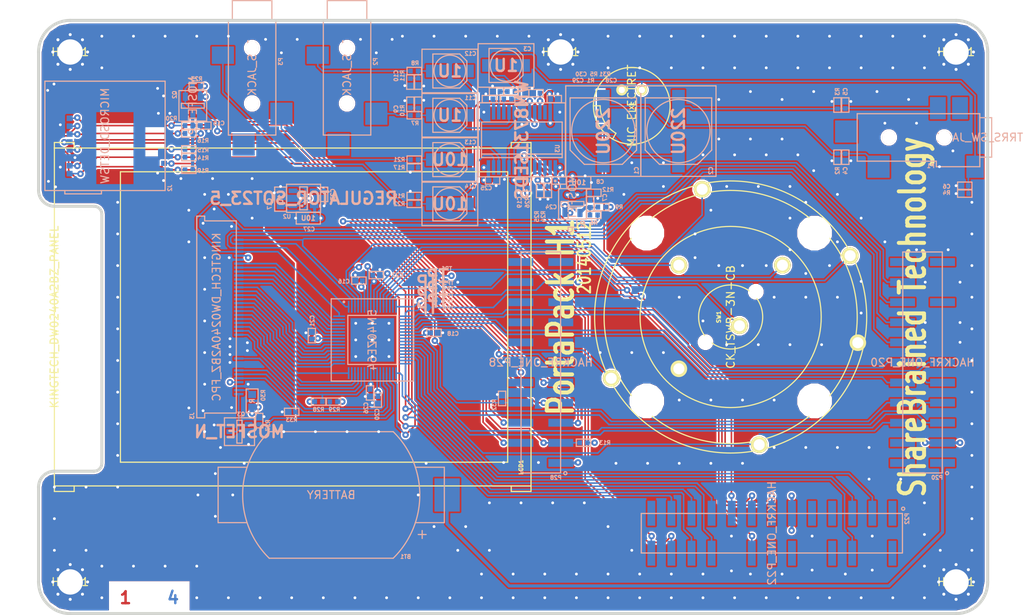
<source format=kicad_pcb>
(kicad_pcb (version 3) (host pcbnew "(2014-03-01 BZR 4730)-product")
  (layers (15 1_top signal) (2 2_pwr mixed) (1 3_gnd mixed) (0 4_bot signal) (18 B.Paste user hide) (19 F.Paste user hide) (20 B.SilkS user) (21 F.SilkS user) (22 B.Mask user hide) (23 F.Mask user hide) (28 Edge.Cuts user))
  (net 0 "")
  (net 1 +1.8V)
  (net 2 +3.3V)
  (net 3 /CODEC_ENABLE#)
  (net 4 /CODEC_VDD)
  (net 5 /CPLD_TCK)
  (net 6 /CPLD_TDI)
  (net 7 /GPIO3_10)
  (net 8 /GPIO3_11)
  (net 9 /GPIO3_12)
  (net 10 /GPIO3_13)
  (net 11 /GPIO3_14)
  (net 12 /GPIO3_15)
  (net 13 /GPIO3_8)
  (net 14 /GPIO3_9)
  (net 15 /I2S0_MCLK)
  (net 16 /I2S0_RX_SDA)
  (net 17 /I2S0_SCK)
  (net 18 /I2S0_TX_SDA)
  (net 19 /I2S0_WS)
  (net 20 /LCD_BACKLIGHT)
  (net 21 /LCD_DB0)
  (net 22 /LCD_DB1)
  (net 23 /LCD_DB10)
  (net 24 /LCD_DB11)
  (net 25 /LCD_DB12)
  (net 26 /LCD_DB13)
  (net 27 /LCD_DB14)
  (net 28 /LCD_DB15)
  (net 29 /LCD_DB16)
  (net 30 /LCD_DB17)
  (net 31 /LCD_DB2)
  (net 32 /LCD_DB3)
  (net 33 /LCD_DB4)
  (net 34 /LCD_DB5)
  (net 35 /LCD_DB6)
  (net 36 /LCD_DB7)
  (net 37 /LCD_DB8)
  (net 38 /LCD_DB9)
  (net 39 /LCD_RD#)
  (net 40 /LCD_RESET#)
  (net 41 /LCD_RS)
  (net 42 /LCD_TE)
  (net 43 /LCD_WR#)
  (net 44 /LHPOUT)
  (net 45 /LLINEIN)
  (net 46 /LOUT)
  (net 47 /MICBIAS)
  (net 48 /MICIN)
  (net 49 /P1_8)
  (net 50 /P2_13)
  (net 51 /P2_3)
  (net 52 /P2_4)
  (net 53 /P2_8)
  (net 54 /P2_9)
  (net 55 /RESET#)
  (net 56 /RHPOUT)
  (net 57 /RLINEIN)
  (net 58 /ROUT)
  (net 59 /SCL)
  (net 60 /SDA)
  (net 61 /SD_CD)
  (net 62 /SD_CLK)
  (net 63 /SD_CMD)
  (net 64 /SD_DAT0)
  (net 65 /SD_DAT1)
  (net 66 /SD_DAT2)
  (net 67 /SD_DAT3)
  (net 68 /SD_POW)
  (net 69 /SW_D)
  (net 70 /SW_L)
  (net 71 /SW_R)
  (net 72 /SW_ROT_A)
  (net 73 /SW_ROT_B)
  (net 74 /SW_SEL)
  (net 75 /SW_U)
  (net 76 /TP_D)
  (net 77 /TP_L)
  (net 78 /TP_R)
  (net 79 /TP_U)
  (net 80 /U0_RXD)
  (net 81 /U0_TXD)
  (net 82 /VBAT)
  (net 83 GND)
  (net 84 "Net-(C1-Pad2)")
  (net 85 "Net-(C10-Pad1)")
  (net 86 "Net-(C11-Pad2)")
  (net 87 "Net-(C13-Pad2)")
  (net 88 "Net-(C14-Pad2)")
  (net 89 "Net-(C15-Pad1)")
  (net 90 "Net-(C2-Pad2)")
  (net 91 "Net-(C23-Pad1)")
  (net 92 "Net-(C29-Pad1)")
  (net 93 "Net-(C3-Pad1)")
  (net 94 "Net-(C3-Pad2)")
  (net 95 "Net-(C7-Pad2)")
  (net 96 "Net-(J3-Pad1)")
  (net 97 "Net-(J3-Pad2)")
  (net 98 "Net-(P1-Pad5)")
  (net 99 "Net-(P1-Pad6)")
  (net 100 "Net-(P2-Pad2)")
  (net 101 "Net-(P2-Pad3)")
  (net 102 "Net-(P20-Pad17)")
  (net 103 "Net-(P20-Pad2)")
  (net 104 "Net-(P20-Pad21)")
  (net 105 "Net-(P20-Pad22)")
  (net 106 "Net-(P20-Pad4)")
  (net 107 "Net-(P22-Pad1)")
  (net 108 "Net-(P22-Pad12)")
  (net 109 "Net-(P22-Pad14)")
  (net 110 "Net-(P22-Pad2)")
  (net 111 "Net-(P22-Pad25)")
  (net 112 "Net-(P22-Pad7)")
  (net 113 "Net-(P22-Pad8)")
  (net 114 "Net-(P22-Pad9)")
  (net 115 "Net-(P28-Pad13)")
  (net 116 "Net-(P28-Pad14)")
  (net 117 "Net-(P28-Pad15)")
  (net 118 "Net-(P28-Pad16)")
  (net 119 "Net-(P28-Pad18)")
  (net 120 "Net-(P28-Pad20)")
  (net 121 "Net-(P28-Pad21)")
  (net 122 "Net-(P28-Pad22)")
  (net 123 "Net-(P3-Pad2)")
  (net 124 "Net-(P3-Pad3)")
  (net 125 "Net-(U1-Pad40)")
  (net 126 "Net-(U1-Pad42)")
  (net 127 "Net-(U3-Pad2)")
  (net 128 "Net-(U3-Pad26)")
  (module hole:HOLE_3200UM_VIAS (layer 1_top) (at 64 104)
    (fp_text reference H5 (at 0 0) (layer F.SilkS) (effects (font (size 0.5 0.5) (thickness 0.125))))
    (fp_text value HOLE1 (at 0 0) (layer F.SilkS) (effects (font (thickness 0.1524))))
    (pad 1 thru_hole circle (at 0 0) (size 5.6 5.6) (drill 3.2) (layers *.Cu *.Mask) (net 83 GND))
    (pad 1 thru_hole circle (at 0 -2.2) (size 0.6 0.6) (drill 0.381) (layers *.Cu *.Mask) (net 83 GND))
    (pad 1 thru_hole circle (at -2.2 0) (size 0.6 0.6) (drill 0.381) (layers *.Cu *.Mask) (net 83 GND))
    (pad 1 thru_hole circle (at 0 2.2) (size 0.6 0.6) (drill 0.381) (layers *.Cu *.Mask) (net 83 GND))
    (pad 1 thru_hole circle (at 2.2 0) (size 0.6 0.6) (drill 0.381) (layers *.Cu *.Mask) (net 83 GND))
    (pad 1 thru_hole circle (at 1.55 -1.55) (size 0.6 0.6) (drill 0.381) (layers *.Cu *.Mask) (net 83 GND))
    (pad 1 thru_hole circle (at -1.55 -1.55) (size 0.6 0.6) (drill 0.381) (layers *.Cu *.Mask) (net 83 GND))
    (pad 1 thru_hole circle (at -1.55 1.55) (size 0.6 0.6) (drill 0.381) (layers *.Cu *.Mask) (net 83 GND))
    (pad 1 thru_hole circle (at 1.55 1.55) (size 0.6 0.6) (drill 0.381) (layers *.Cu *.Mask) (net 83 GND))
  )
  (module hole:HOLE_3200UM_VIAS (layer 1_top) (at 64 171)
    (fp_text reference H4 (at 0 0) (layer F.SilkS) (effects (font (size 0.5 0.5) (thickness 0.125))))
    (fp_text value HOLE1 (at 0 0) (layer F.SilkS) (effects (font (thickness 0.1524))))
    (pad 1 thru_hole circle (at 0 0) (size 5.6 5.6) (drill 3.2) (layers *.Cu *.Mask) (net 83 GND))
    (pad 1 thru_hole circle (at 0 -2.2) (size 0.6 0.6) (drill 0.381) (layers *.Cu *.Mask) (net 83 GND))
    (pad 1 thru_hole circle (at -2.2 0) (size 0.6 0.6) (drill 0.381) (layers *.Cu *.Mask) (net 83 GND))
    (pad 1 thru_hole circle (at 0 2.2) (size 0.6 0.6) (drill 0.381) (layers *.Cu *.Mask) (net 83 GND))
    (pad 1 thru_hole circle (at 2.2 0) (size 0.6 0.6) (drill 0.381) (layers *.Cu *.Mask) (net 83 GND))
    (pad 1 thru_hole circle (at 1.55 -1.55) (size 0.6 0.6) (drill 0.381) (layers *.Cu *.Mask) (net 83 GND))
    (pad 1 thru_hole circle (at -1.55 -1.55) (size 0.6 0.6) (drill 0.381) (layers *.Cu *.Mask) (net 83 GND))
    (pad 1 thru_hole circle (at -1.55 1.55) (size 0.6 0.6) (drill 0.381) (layers *.Cu *.Mask) (net 83 GND))
    (pad 1 thru_hole circle (at 1.55 1.55) (size 0.6 0.6) (drill 0.381) (layers *.Cu *.Mask) (net 83 GND))
  )
  (module hole:HOLE_3200UM_VIAS (layer 1_top) (at 176 171)
    (fp_text reference H3 (at 0 0) (layer F.SilkS) (effects (font (size 0.5 0.5) (thickness 0.125))))
    (fp_text value HOLE1 (at 0 0) (layer F.SilkS) (effects (font (thickness 0.1524))))
    (pad 1 thru_hole circle (at 0 0) (size 5.6 5.6) (drill 3.2) (layers *.Cu *.Mask) (net 83 GND))
    (pad 1 thru_hole circle (at 0 -2.2) (size 0.6 0.6) (drill 0.381) (layers *.Cu *.Mask) (net 83 GND))
    (pad 1 thru_hole circle (at -2.2 0) (size 0.6 0.6) (drill 0.381) (layers *.Cu *.Mask) (net 83 GND))
    (pad 1 thru_hole circle (at 0 2.2) (size 0.6 0.6) (drill 0.381) (layers *.Cu *.Mask) (net 83 GND))
    (pad 1 thru_hole circle (at 2.2 0) (size 0.6 0.6) (drill 0.381) (layers *.Cu *.Mask) (net 83 GND))
    (pad 1 thru_hole circle (at 1.55 -1.55) (size 0.6 0.6) (drill 0.381) (layers *.Cu *.Mask) (net 83 GND))
    (pad 1 thru_hole circle (at -1.55 -1.55) (size 0.6 0.6) (drill 0.381) (layers *.Cu *.Mask) (net 83 GND))
    (pad 1 thru_hole circle (at -1.55 1.55) (size 0.6 0.6) (drill 0.381) (layers *.Cu *.Mask) (net 83 GND))
    (pad 1 thru_hole circle (at 1.55 1.55) (size 0.6 0.6) (drill 0.381) (layers *.Cu *.Mask) (net 83 GND))
  )
  (module hole:HOLE_3200UM_VIAS (layer 1_top) (at 176 104)
    (fp_text reference H2 (at 0 0) (layer F.SilkS) (effects (font (size 0.5 0.5) (thickness 0.125))))
    (fp_text value HOLE1 (at 0 0) (layer F.SilkS) (effects (font (thickness 0.1524))))
    (pad 1 thru_hole circle (at 0 0) (size 5.6 5.6) (drill 3.2) (layers *.Cu *.Mask) (net 83 GND))
    (pad 1 thru_hole circle (at 0 -2.2) (size 0.6 0.6) (drill 0.381) (layers *.Cu *.Mask) (net 83 GND))
    (pad 1 thru_hole circle (at -2.2 0) (size 0.6 0.6) (drill 0.381) (layers *.Cu *.Mask) (net 83 GND))
    (pad 1 thru_hole circle (at 0 2.2) (size 0.6 0.6) (drill 0.381) (layers *.Cu *.Mask) (net 83 GND))
    (pad 1 thru_hole circle (at 2.2 0) (size 0.6 0.6) (drill 0.381) (layers *.Cu *.Mask) (net 83 GND))
    (pad 1 thru_hole circle (at 1.55 -1.55) (size 0.6 0.6) (drill 0.381) (layers *.Cu *.Mask) (net 83 GND))
    (pad 1 thru_hole circle (at -1.55 -1.55) (size 0.6 0.6) (drill 0.381) (layers *.Cu *.Mask) (net 83 GND))
    (pad 1 thru_hole circle (at -1.55 1.55) (size 0.6 0.6) (drill 0.381) (layers *.Cu *.Mask) (net 83 GND))
    (pad 1 thru_hole circle (at 1.55 1.55) (size 0.6 0.6) (drill 0.381) (layers *.Cu *.Mask) (net 83 GND))
  )
  (module hole:HOLE_3200UM_VIAS (layer 1_top) (at 126 104)
    (fp_text reference H1 (at 0 0) (layer F.SilkS) (effects (font (size 0.5 0.5) (thickness 0.125))))
    (fp_text value HOLE1 (at 0 0) (layer F.SilkS) (effects (font (thickness 0.1524))))
    (pad 1 thru_hole circle (at 0 0) (size 5.6 5.6) (drill 3.2) (layers *.Cu *.Mask) (net 83 GND))
    (pad 1 thru_hole circle (at 0 -2.2) (size 0.6 0.6) (drill 0.381) (layers *.Cu *.Mask) (net 83 GND))
    (pad 1 thru_hole circle (at -2.2 0) (size 0.6 0.6) (drill 0.381) (layers *.Cu *.Mask) (net 83 GND))
    (pad 1 thru_hole circle (at 0 2.2) (size 0.6 0.6) (drill 0.381) (layers *.Cu *.Mask) (net 83 GND))
    (pad 1 thru_hole circle (at 2.2 0) (size 0.6 0.6) (drill 0.381) (layers *.Cu *.Mask) (net 83 GND))
    (pad 1 thru_hole circle (at 1.55 -1.55) (size 0.6 0.6) (drill 0.381) (layers *.Cu *.Mask) (net 83 GND))
    (pad 1 thru_hole circle (at -1.55 -1.55) (size 0.6 0.6) (drill 0.381) (layers *.Cu *.Mask) (net 83 GND))
    (pad 1 thru_hole circle (at -1.55 1.55) (size 0.6 0.6) (drill 0.381) (layers *.Cu *.Mask) (net 83 GND))
    (pad 1 thru_hole circle (at 1.55 1.55) (size 0.6 0.6) (drill 0.381) (layers *.Cu *.Mask) (net 83 GND))
  )
  (module header:HEADER_11X2_REV_SM_254 (layer 4_bot) (at 171.76 143.25)
    (fp_text reference P20 (at 1.84 14.55) (layer B.SilkS) (effects (font (size 0.5 0.5) (thickness 0.125)) (justify mirror)))
    (fp_text value HACKRF_ONE_P20 (at 0 0) (layer B.SilkS) (effects (justify mirror)))
    (pad 2 smd rect (at -2.525 12.7) (size 3.15 1) (layers 4_bot B.Paste B.Mask) (net 103 "Net-(P20-Pad2)"))
    (pad 1 smd rect (at 2.525 12.7) (size 3.15 1) (layers 4_bot B.Paste B.Mask) (net 82 /VBAT))
    (pad 4 smd rect (at -2.525 10.16) (size 3.15 1) (layers 4_bot B.Paste B.Mask) (net 106 "Net-(P20-Pad4)"))
    (pad 3 smd rect (at 2.525 10.16) (size 3.15 1) (layers 4_bot B.Paste B.Mask) (net 2 +3.3V))
    (pad 6 smd rect (at -2.525 7.62) (size 3.15 1) (layers 4_bot B.Paste B.Mask) (net 14 /GPIO3_9))
    (pad 5 smd rect (at 2.525 7.62) (size 3.15 1) (layers 4_bot B.Paste B.Mask) (net 13 /GPIO3_8))
    (pad 8 smd rect (at -2.525 5.08) (size 3.15 1) (layers 4_bot B.Paste B.Mask) (net 8 /GPIO3_11))
    (pad 7 smd rect (at 2.525 5.08) (size 3.15 1) (layers 4_bot B.Paste B.Mask) (net 7 /GPIO3_10))
    (pad 10 smd rect (at -2.525 2.54) (size 3.15 1) (layers 4_bot B.Paste B.Mask) (net 10 /GPIO3_13))
    (pad 9 smd rect (at 2.525 2.54) (size 3.15 1) (layers 4_bot B.Paste B.Mask) (net 9 /GPIO3_12))
    (pad 12 smd rect (at -2.525 0) (size 3.15 1) (layers 4_bot B.Paste B.Mask) (net 12 /GPIO3_15))
    (pad 11 smd rect (at 2.525 0) (size 3.15 1) (layers 4_bot B.Paste B.Mask) (net 11 /GPIO3_14))
    (pad 14 smd rect (at -2.525 -2.54) (size 3.15 1) (layers 4_bot B.Paste B.Mask) (net 79 /TP_U))
    (pad 13 smd rect (at 2.525 -2.54) (size 3.15 1) (layers 4_bot B.Paste B.Mask) (net 83 GND))
    (pad 16 smd rect (at -2.525 -5.08) (size 3.15 1) (layers 4_bot B.Paste B.Mask) (net 77 /TP_L))
    (pad 15 smd rect (at 2.525 -5.08) (size 3.15 1) (layers 4_bot B.Paste B.Mask) (net 83 GND))
    (pad 18 smd rect (at -2.525 -7.62) (size 3.15 1) (layers 4_bot B.Paste B.Mask) (net 76 /TP_D))
    (pad 17 smd rect (at 2.525 -7.62) (size 3.15 1) (layers 4_bot B.Paste B.Mask) (net 102 "Net-(P20-Pad17)"))
    (pad 20 smd rect (at -2.525 -10.16) (size 3.15 1) (layers 4_bot B.Paste B.Mask) (net 78 /TP_R))
    (pad 19 smd rect (at 2.525 -10.16) (size 3.15 1) (layers 4_bot B.Paste B.Mask) (net 83 GND))
    (pad 22 smd rect (at -2.525 -12.7) (size 3.15 1) (layers 4_bot B.Paste B.Mask) (net 105 "Net-(P20-Pad22)"))
    (pad 21 smd rect (at 2.525 -12.7) (size 3.15 1) (layers 4_bot B.Paste B.Mask) (net 104 "Net-(P20-Pad21)"))
  )
  (module header:HEADER_13X2_REV_SM_254 (layer 4_bot) (at 152.71 164.84 90)
    (fp_text reference P22 (at 1.84 17.09 90) (layer B.SilkS) (effects (font (size 0.5 0.5) (thickness 0.125)) (justify mirror)))
    (fp_text value HACKRF_ONE_P22 (at 0 0 90) (layer B.SilkS) (effects (justify mirror)))
    (pad 2 smd rect (at -2.525 15.24 90) (size 3.15 1) (layers 4_bot B.Paste B.Mask) (net 110 "Net-(P22-Pad2)"))
    (pad 1 smd rect (at 2.525 15.24 90) (size 3.15 1) (layers 4_bot B.Paste B.Mask) (net 107 "Net-(P22-Pad1)"))
    (pad 4 smd rect (at -2.525 12.7 90) (size 3.15 1) (layers 4_bot B.Paste B.Mask) (net 83 GND))
    (pad 3 smd rect (at 2.525 12.7 90) (size 3.15 1) (layers 4_bot B.Paste B.Mask) (net 55 /RESET#))
    (pad 6 smd rect (at -2.525 10.16 90) (size 3.15 1) (layers 4_bot B.Paste B.Mask) (net 51 /P2_3))
    (pad 5 smd rect (at 2.525 10.16 90) (size 3.15 1) (layers 4_bot B.Paste B.Mask) (net 52 /P2_4))
    (pad 8 smd rect (at -2.525 7.62 90) (size 3.15 1) (layers 4_bot B.Paste B.Mask) (net 113 "Net-(P22-Pad8)"))
    (pad 7 smd rect (at 2.525 7.62 90) (size 3.15 1) (layers 4_bot B.Paste B.Mask) (net 112 "Net-(P22-Pad7)"))
    (pad 10 smd rect (at -2.525 5.08 90) (size 3.15 1) (layers 4_bot B.Paste B.Mask) (net 83 GND))
    (pad 9 smd rect (at 2.525 5.08 90) (size 3.15 1) (layers 4_bot B.Paste B.Mask) (net 114 "Net-(P22-Pad9)"))
    (pad 12 smd rect (at -2.525 2.54 90) (size 3.15 1) (layers 4_bot B.Paste B.Mask) (net 108 "Net-(P22-Pad12)"))
    (pad 11 smd rect (at 2.525 2.54 90) (size 3.15 1) (layers 4_bot B.Paste B.Mask) (net 2 +3.3V))
    (pad 14 smd rect (at -2.525 0 90) (size 3.15 1) (layers 4_bot B.Paste B.Mask) (net 109 "Net-(P22-Pad14)"))
    (pad 13 smd rect (at 2.525 0 90) (size 3.15 1) (layers 4_bot B.Paste B.Mask) (net 18 /I2S0_TX_SDA))
    (pad 16 smd rect (at -2.525 -2.54 90) (size 3.15 1) (layers 4_bot B.Paste B.Mask) (net 17 /I2S0_SCK))
    (pad 15 smd rect (at 2.525 -2.54 90) (size 3.15 1) (layers 4_bot B.Paste B.Mask) (net 19 /I2S0_WS))
    (pad 18 smd rect (at -2.525 -5.08 90) (size 3.15 1) (layers 4_bot B.Paste B.Mask) (net 83 GND))
    (pad 17 smd rect (at 2.525 -5.08 90) (size 3.15 1) (layers 4_bot B.Paste B.Mask) (net 15 /I2S0_MCLK))
    (pad 20 smd rect (at -2.525 -7.62 90) (size 3.15 1) (layers 4_bot B.Paste B.Mask) (net 81 /U0_TXD))
    (pad 19 smd rect (at 2.525 -7.62 90) (size 3.15 1) (layers 4_bot B.Paste B.Mask) (net 80 /U0_RXD))
    (pad 22 smd rect (at -2.525 -10.16 90) (size 3.15 1) (layers 4_bot B.Paste B.Mask) (net 50 /P2_13))
    (pad 21 smd rect (at 2.525 -10.16 90) (size 3.15 1) (layers 4_bot B.Paste B.Mask) (net 54 /P2_9))
    (pad 24 smd rect (at -2.525 -12.7 90) (size 3.15 1) (layers 4_bot B.Paste B.Mask) (net 60 /SDA))
    (pad 23 smd rect (at 2.525 -12.7 90) (size 3.15 1) (layers 4_bot B.Paste B.Mask) (net 53 /P2_8))
    (pad 26 smd rect (at -2.525 -15.24 90) (size 3.15 1) (layers 4_bot B.Paste B.Mask) (net 59 /SCL))
    (pad 25 smd rect (at 2.525 -15.24 90) (size 3.15 1) (layers 4_bot B.Paste B.Mask) (net 111 "Net-(P22-Pad25)"))
  )
  (module header:HEADER_11X2_REV_SM_254 (layer 4_bot) (at 123.5 143.25)
    (fp_text reference P28 (at 1.9 14.55) (layer B.SilkS) (effects (font (size 0.5 0.5) (thickness 0.125)) (justify mirror)))
    (fp_text value HACKRF_ONE_P28 (at 0 0) (layer B.SilkS) (effects (justify mirror)))
    (pad 2 smd rect (at -2.525 12.7) (size 3.15 1) (layers 4_bot B.Paste B.Mask) (net 83 GND))
    (pad 1 smd rect (at 2.525 12.7) (size 3.15 1) (layers 4_bot B.Paste B.Mask) (net 2 +3.3V))
    (pad 4 smd rect (at -2.525 10.16) (size 3.15 1) (layers 4_bot B.Paste B.Mask) (net 67 /SD_DAT3))
    (pad 3 smd rect (at 2.525 10.16) (size 3.15 1) (layers 4_bot B.Paste B.Mask) (net 61 /SD_CD))
    (pad 6 smd rect (at -2.525 7.62) (size 3.15 1) (layers 4_bot B.Paste B.Mask) (net 65 /SD_DAT1))
    (pad 5 smd rect (at 2.525 7.62) (size 3.15 1) (layers 4_bot B.Paste B.Mask) (net 66 /SD_DAT2))
    (pad 8 smd rect (at -2.525 5.08) (size 3.15 1) (layers 4_bot B.Paste B.Mask) (net 49 /P1_8))
    (pad 7 smd rect (at 2.525 5.08) (size 3.15 1) (layers 4_bot B.Paste B.Mask) (net 64 /SD_DAT0))
    (pad 10 smd rect (at -2.525 2.54) (size 3.15 1) (layers 4_bot B.Paste B.Mask) (net 68 /SD_POW))
    (pad 9 smd rect (at 2.525 2.54) (size 3.15 1) (layers 4_bot B.Paste B.Mask) (net 63 /SD_CMD))
    (pad 12 smd rect (at -2.525 0) (size 3.15 1) (layers 4_bot B.Paste B.Mask) (net 83 GND))
    (pad 11 smd rect (at 2.525 0) (size 3.15 1) (layers 4_bot B.Paste B.Mask) (net 62 /SD_CLK))
    (pad 14 smd rect (at -2.525 -2.54) (size 3.15 1) (layers 4_bot B.Paste B.Mask) (net 116 "Net-(P28-Pad14)"))
    (pad 13 smd rect (at 2.525 -2.54) (size 3.15 1) (layers 4_bot B.Paste B.Mask) (net 115 "Net-(P28-Pad13)"))
    (pad 16 smd rect (at -2.525 -5.08) (size 3.15 1) (layers 4_bot B.Paste B.Mask) (net 118 "Net-(P28-Pad16)"))
    (pad 15 smd rect (at 2.525 -5.08) (size 3.15 1) (layers 4_bot B.Paste B.Mask) (net 117 "Net-(P28-Pad15)"))
    (pad 18 smd rect (at -2.525 -7.62) (size 3.15 1) (layers 4_bot B.Paste B.Mask) (net 119 "Net-(P28-Pad18)"))
    (pad 17 smd rect (at 2.525 -7.62) (size 3.15 1) (layers 4_bot B.Paste B.Mask) (net 5 /CPLD_TCK))
    (pad 20 smd rect (at -2.525 -10.16) (size 3.15 1) (layers 4_bot B.Paste B.Mask) (net 120 "Net-(P28-Pad20)"))
    (pad 19 smd rect (at 2.525 -10.16) (size 3.15 1) (layers 4_bot B.Paste B.Mask) (net 6 /CPLD_TDI))
    (pad 22 smd rect (at -2.525 -12.7) (size 3.15 1) (layers 4_bot B.Paste B.Mask) (net 122 "Net-(P28-Pad22)"))
    (pad 21 smd rect (at 2.525 -12.7) (size 3.15 1) (layers 4_bot B.Paste B.Mask) (net 121 "Net-(P28-Pad21)"))
  )
  (module ck:CK_TSWB-3N-CB222_LFS (layer 1_top) (at 147.5 137.5 90)
    (fp_text reference SW1 (at 0 -1.5 90) (layer F.SilkS) (effects (font (size 0.5 0.5) (thickness 0.125))))
    (fp_text value CK_TSWB-3N-CB (at 0 0 90) (layer F.SilkS))
    (pad "" np_thru_hole circle (at -3.182 -3.182 90) (size 1.6 1.6) (drill 1.6) (layers *.Cu *.Mask))
    (pad "" np_thru_hole circle (at 3.182 3.182 90) (size 1.6 1.6) (drill 1.6) (layers *.Cu *.Mask))
    (pad CA thru_hole circle (at -6.548 -6.548 90) (size 2.1 2.1) (drill 1.4) (layers *.Cu *.Mask F.SilkS) (net 83 GND))
    (pad A thru_hole circle (at 6.548 6.548 90) (size 2.1 2.1) (drill 1.4) (layers *.Cu *.Mask F.SilkS) (net 72 /SW_ROT_A))
    (pad "" np_thru_hole circle (at -10.607 -10.607 90) (size 4 4) (drill 4) (layers *.Cu *.Mask))
    (pad "" np_thru_hole circle (at 10.607 -10.607 90) (size 4 4) (drill 4) (layers *.Cu *.Mask))
    (pad "" np_thru_hole circle (at 10.607 10.607 90) (size 4 4) (drill 4) (layers *.Cu *.Mask))
    (pad "" np_thru_hole circle (at -10.607 10.607 90) (size 4 4) (drill 4) (layers *.Cu *.Mask))
    (pad S1 thru_hole circle (at -1.11 1.11 90) (size 2.1 2.1) (drill 1.4) (layers *.Cu *.Mask F.SilkS) (net 74 /SW_SEL))
    (pad B thru_hole circle (at 6.548 -6.548 90) (size 2.1 2.1) (drill 1.4) (layers *.Cu *.Mask F.SilkS) (net 73 /SW_ROT_B))
    (pad S3 thru_hole circle (at 16.15 -3.606 90) (size 2.1 2.1) (drill 1.4) (layers *.Cu *.Mask F.SilkS) (net 71 /SW_R))
    (pad S2 thru_hole circle (at 7.75 15.104 90) (size 2.1 2.1) (drill 1.4) (layers *.Cu *.Mask F.SilkS) (net 69 /SW_D))
    (pad CB thru_hole circle (at -3.253 16.08 90) (size 2.1 2.1) (drill 1.4) (layers *.Cu *.Mask F.SilkS) (net 83 GND))
    (pad S5 thru_hole circle (at -16.15 3.606 90) (size 2.1 2.1) (drill 1.4) (layers *.Cu *.Mask F.SilkS) (net 70 /SW_L))
    (pad S4 thru_hole circle (at -7.75 -15.104 90) (size 2.1 2.1) (drill 1.4) (layers *.Cu *.Mask F.SilkS) (net 75 /SW_U))
  )
  (module ipc_qfp:IPC_QFP40P900X900X120-65N (layer 4_bot) (at 102.2 140.4 270)
    (fp_text reference U1 (at 0 0 270) (layer B.SilkS) (effects (font (size 0.5 0.5) (thickness 0.125)) (justify mirror)))
    (fp_text value 5M40ZE64 (at 0 0 270) (layer B.SilkS) (effects (justify mirror)))
    (pad 1 smd rect (at -4.2 3 270) (size 1.5 0.2) (layers 4_bot B.Paste B.Mask) (net 76 /TP_D))
    (pad 2 smd rect (at -4.2 2.6 270) (size 1.5 0.2) (layers 4_bot B.Paste B.Mask) (net 77 /TP_L))
    (pad 3 smd rect (at -4.2 2.2 270) (size 1.5 0.2) (layers 4_bot B.Paste B.Mask) (net 79 /TP_U))
    (pad 4 smd rect (at -4.2 1.8 270) (size 1.5 0.2) (layers 4_bot B.Paste B.Mask) (net 71 /SW_R))
    (pad 5 smd rect (at -4.2 1.4 270) (size 1.5 0.2) (layers 4_bot B.Paste B.Mask) (net 50 /P2_13))
    (pad 6 smd rect (at -4.2 1 270) (size 1.5 0.2) (layers 4_bot B.Paste B.Mask) (net 2 +3.3V))
    (pad 7 smd rect (at -4.2 0.6 270) (size 1.5 0.2) (layers 4_bot B.Paste B.Mask) (net 53 /P2_8))
    (pad 8 smd rect (at -4.2 0.2 270) (size 1.5 0.2) (layers 4_bot B.Paste B.Mask) (net 1 +1.8V))
    (pad 9 smd rect (at -4.2 -0.2 270) (size 1.5 0.2) (layers 4_bot B.Paste B.Mask) (net 54 /P2_9))
    (pad 10 smd rect (at -4.2 -0.6 270) (size 1.5 0.2) (layers 4_bot B.Paste B.Mask) (net 73 /SW_ROT_B))
    (pad 11 smd rect (at -4.2 -1 270) (size 1.5 0.2) (layers 4_bot B.Paste B.Mask) (net 72 /SW_ROT_A))
    (pad 12 smd rect (at -4.2 -1.4 270) (size 1.5 0.2) (layers 4_bot B.Paste B.Mask) (net 69 /SW_D))
    (pad 13 smd rect (at -4.2 -1.8 270) (size 1.5 0.2) (layers 4_bot B.Paste B.Mask) (net 74 /SW_SEL))
    (pad 14 smd rect (at -4.2 -2.2 270) (size 1.5 0.2) (layers 4_bot B.Paste B.Mask) (net 18 /I2S0_TX_SDA))
    (pad 15 smd rect (at -4.2 -2.6 270) (size 1.5 0.2) (layers 4_bot B.Paste B.Mask) (net 6 /CPLD_TDI))
    (pad 16 smd rect (at -4.2 -3 270) (size 1.5 0.2) (layers 4_bot B.Paste B.Mask) (net 49 /P1_8))
    (pad 17 smd rect (at -3 -4.2 180) (size 1.5 0.2) (layers 4_bot B.Paste B.Mask) (net 19 /I2S0_WS))
    (pad 18 smd rect (at -2.6 -4.2 180) (size 1.5 0.2) (layers 4_bot B.Paste B.Mask) (net 12 /GPIO3_15))
    (pad 19 smd rect (at -2.2 -4.2 180) (size 1.5 0.2) (layers 4_bot B.Paste B.Mask) (net 11 /GPIO3_14))
    (pad 20 smd rect (at -1.8 -4.2 180) (size 1.5 0.2) (layers 4_bot B.Paste B.Mask) (net 9 /GPIO3_12))
    (pad 21 smd rect (at -1.4 -4.2 180) (size 1.5 0.2) (layers 4_bot B.Paste B.Mask) (net 10 /GPIO3_13))
    (pad 22 smd rect (at -1 -4.2 180) (size 1.5 0.2) (layers 4_bot B.Paste B.Mask) (net 75 /SW_U))
    (pad 23 smd rect (at -0.6 -4.2 180) (size 1.5 0.2) (layers 4_bot B.Paste B.Mask) (net 2 +3.3V))
    (pad 24 smd rect (at -0.2 -4.2 180) (size 1.5 0.2) (layers 4_bot B.Paste B.Mask) (net 8 /GPIO3_11))
    (pad 25 smd rect (at 0.2 -4.2 180) (size 1.5 0.2) (layers 4_bot B.Paste B.Mask) (net 7 /GPIO3_10))
    (pad 26 smd rect (at 0.6 -4.2 180) (size 1.5 0.2) (layers 4_bot B.Paste B.Mask) (net 13 /GPIO3_8))
    (pad 27 smd rect (at 1 -4.2 180) (size 1.5 0.2) (layers 4_bot B.Paste B.Mask) (net 14 /GPIO3_9))
    (pad 28 smd rect (at 1.4 -4.2 180) (size 1.5 0.2) (layers 4_bot B.Paste B.Mask) (net 70 /SW_L))
    (pad 29 smd rect (at 1.8 -4.2 180) (size 1.5 0.2) (layers 4_bot B.Paste B.Mask) (net 55 /RESET#))
    (pad 30 smd rect (at 2.2 -4.2 180) (size 1.5 0.2) (layers 4_bot B.Paste B.Mask) (net 52 /P2_4))
    (pad 31 smd rect (at 2.6 -4.2 180) (size 1.5 0.2) (layers 4_bot B.Paste B.Mask) (net 51 /P2_3))
    (pad 32 smd rect (at 3 -4.2 180) (size 1.5 0.2) (layers 4_bot B.Paste B.Mask) (net 80 /U0_RXD))
    (pad 33 smd rect (at 4.2 -3 90) (size 1.5 0.2) (layers 4_bot B.Paste B.Mask) (net 81 /U0_TXD))
    (pad 34 smd rect (at 4.2 -2.6 90) (size 1.5 0.2) (layers 4_bot B.Paste B.Mask) (net 3 /CODEC_ENABLE#))
    (pad 35 smd rect (at 4.2 -2.2 90) (size 1.5 0.2) (layers 4_bot B.Paste B.Mask) (net 20 /LCD_BACKLIGHT))
    (pad 36 smd rect (at 4.2 -1.8 90) (size 1.5 0.2) (layers 4_bot B.Paste B.Mask) (net 40 /LCD_RESET#))
    (pad 37 smd rect (at 4.2 -1.4 90) (size 1.5 0.2) (layers 4_bot B.Paste B.Mask) (net 41 /LCD_RS))
    (pad 38 smd rect (at 4.2 -1 90) (size 1.5 0.2) (layers 4_bot B.Paste B.Mask) (net 39 /LCD_RD#))
    (pad 39 smd rect (at 4.2 -0.6 90) (size 1.5 0.2) (layers 4_bot B.Paste B.Mask) (net 2 +3.3V))
    (pad 40 smd rect (at 4.2 -0.2 90) (size 1.5 0.2) (layers 4_bot B.Paste B.Mask) (net 125 "Net-(U1-Pad40)"))
    (pad 41 smd rect (at 4.2 0.2 90) (size 1.5 0.2) (layers 4_bot B.Paste B.Mask) (net 1 +1.8V))
    (pad 42 smd rect (at 4.2 0.6 90) (size 1.5 0.2) (layers 4_bot B.Paste B.Mask) (net 126 "Net-(U1-Pad42)"))
    (pad 43 smd rect (at 4.2 1 90) (size 1.5 0.2) (layers 4_bot B.Paste B.Mask) (net 43 /LCD_WR#))
    (pad 44 smd rect (at 4.2 1.4 90) (size 1.5 0.2) (layers 4_bot B.Paste B.Mask) (net 30 /LCD_DB17))
    (pad 45 smd rect (at 4.2 1.8 90) (size 1.5 0.2) (layers 4_bot B.Paste B.Mask) (net 29 /LCD_DB16))
    (pad 46 smd rect (at 4.2 2.2 90) (size 1.5 0.2) (layers 4_bot B.Paste B.Mask) (net 28 /LCD_DB15))
    (pad 47 smd rect (at 4.2 2.6 90) (size 1.5 0.2) (layers 4_bot B.Paste B.Mask) (net 27 /LCD_DB14))
    (pad 48 smd rect (at 4.2 3 90) (size 1.5 0.2) (layers 4_bot B.Paste B.Mask) (net 26 /LCD_DB13))
    (pad 49 smd rect (at 3 4.2) (size 1.5 0.2) (layers 4_bot B.Paste B.Mask) (net 25 /LCD_DB12))
    (pad 50 smd rect (at 2.6 4.2) (size 1.5 0.2) (layers 4_bot B.Paste B.Mask) (net 24 /LCD_DB11))
    (pad 51 smd rect (at 2.2 4.2) (size 1.5 0.2) (layers 4_bot B.Paste B.Mask) (net 23 /LCD_DB10))
    (pad 52 smd rect (at 1.8 4.2) (size 1.5 0.2) (layers 4_bot B.Paste B.Mask) (net 38 /LCD_DB9))
    (pad 53 smd rect (at 1.4 4.2) (size 1.5 0.2) (layers 4_bot B.Paste B.Mask) (net 37 /LCD_DB8))
    (pad 54 smd rect (at 1 4.2) (size 1.5 0.2) (layers 4_bot B.Paste B.Mask) (net 36 /LCD_DB7))
    (pad 55 smd rect (at 0.6 4.2) (size 1.5 0.2) (layers 4_bot B.Paste B.Mask) (net 35 /LCD_DB6))
    (pad 56 smd rect (at 0.2 4.2) (size 1.5 0.2) (layers 4_bot B.Paste B.Mask) (net 34 /LCD_DB5))
    (pad 57 smd rect (at -0.2 4.2) (size 1.5 0.2) (layers 4_bot B.Paste B.Mask) (net 2 +3.3V))
    (pad 58 smd rect (at -0.6 4.2) (size 1.5 0.2) (layers 4_bot B.Paste B.Mask) (net 33 /LCD_DB4))
    (pad 59 smd rect (at -1 4.2) (size 1.5 0.2) (layers 4_bot B.Paste B.Mask) (net 32 /LCD_DB3))
    (pad 60 smd rect (at -1.4 4.2) (size 1.5 0.2) (layers 4_bot B.Paste B.Mask) (net 31 /LCD_DB2))
    (pad 61 smd rect (at -1.8 4.2) (size 1.5 0.2) (layers 4_bot B.Paste B.Mask) (net 22 /LCD_DB1))
    (pad 62 smd rect (at -2.2 4.2) (size 1.5 0.2) (layers 4_bot B.Paste B.Mask) (net 21 /LCD_DB0))
    (pad 63 smd rect (at -2.6 4.2) (size 1.5 0.2) (layers 4_bot B.Paste B.Mask) (net 42 /LCD_TE))
    (pad 64 smd rect (at -3 4.2) (size 1.5 0.2) (layers 4_bot B.Paste B.Mask) (net 78 /TP_R))
    (pad 65 smd rect (at 0 0 270) (size 5.5 5.5) (layers 4_bot B.Paste B.Mask) (net 83 GND))
  )
  (module ipc_capc:IPC_CAPC1005X55N (layer 4_bot) (at 162 117.3 90)
    (fp_text reference C4 (at -1.7 0 90) (layer B.SilkS) (effects (font (size 0.5 0.5) (thickness 0.125)) (justify mirror)))
    (fp_text value 220P hide)
    (pad 1 smd rect (at -0.44958 0 90) (size 0.61976 0.61976) (layers 4_bot B.Paste B.Mask) (net 83 GND))
    (pad 2 smd rect (at 0.44958 0 90) (size 0.61976 0.61976) (layers 4_bot B.Paste B.Mask) (net 84 "Net-(C1-Pad2)"))
  )
  (module ipc_capc:IPC_CAPC1005X55N (layer 4_bot) (at 162 110.7 90)
    (fp_text reference C5 (at 1.7 0 90) (layer B.SilkS) (effects (font (size 0.5 0.5) (thickness 0.125)) (justify mirror)))
    (fp_text value 220P hide)
    (pad 1 smd rect (at -0.44958 0 90) (size 0.61976 0.61976) (layers 4_bot B.Paste B.Mask) (net 90 "Net-(C2-Pad2)"))
    (pad 2 smd rect (at 0.44958 0 90) (size 0.61976 0.61976) (layers 4_bot B.Paste B.Mask) (net 83 GND))
  )
  (module ipc_capc:IPC_CAPC1005X55N (layer 4_bot) (at 177.1 120.9 180)
    (fp_text reference C6 (at 2.3 -0.1 180) (layer B.SilkS) (effects (font (size 0.5 0.5) (thickness 0.125)) (justify mirror)))
    (fp_text value 220P hide)
    (pad 1 smd rect (at -0.44958 0 180) (size 0.61976 0.61976) (layers 4_bot B.Paste B.Mask) (net 94 "Net-(C3-Pad2)"))
    (pad 2 smd rect (at 0.44958 0 180) (size 0.61976 0.61976) (layers 4_bot B.Paste B.Mask) (net 83 GND))
  )
  (module ipc_capc:IPC_CAPC1005X55N (layer 4_bot) (at 129.75 123.2 270)
    (fp_text reference C7 (at -0.8 -1.85 270) (layer B.SilkS) (effects (font (size 0.5 0.5) (thickness 0.125)) (justify mirror)))
    (fp_text value 100N hide)
    (pad 1 smd rect (at -0.44958 0 270) (size 0.61976 0.61976) (layers 4_bot B.Paste B.Mask) (net 4 /CODEC_VDD))
    (pad 2 smd rect (at 0.44958 0 270) (size 0.61976 0.61976) (layers 4_bot B.Paste B.Mask) (net 95 "Net-(C7-Pad2)"))
  )
  (module ipc_capc:IPC_CAPC1005X55N (layer 4_bot) (at 107 110.6 270)
    (fp_text reference C9 (at 0.6 1.8 270) (layer B.SilkS) (effects (font (size 0.5 0.5) (thickness 0.125)) (justify mirror)))
    (fp_text value 220P hide)
    (pad 1 smd rect (at -0.44958 0 270) (size 0.61976 0.61976) (layers 4_bot B.Paste B.Mask) (net 83 GND))
    (pad 2 smd rect (at 0.44958 0 270) (size 0.61976 0.61976) (layers 4_bot B.Paste B.Mask) (net 86 "Net-(C11-Pad2)"))
  )
  (module ipc_capc:IPC_CAPC1005X55N (layer 4_bot) (at 107 107.8 270)
    (fp_text reference C10 (at -0.8 1.8 270) (layer B.SilkS) (effects (font (size 0.5 0.5) (thickness 0.125)) (justify mirror)))
    (fp_text value 220P hide)
    (pad 1 smd rect (at -0.44958 0 270) (size 0.61976 0.61976) (layers 4_bot B.Paste B.Mask) (net 85 "Net-(C10-Pad1)"))
    (pad 2 smd rect (at 0.44958 0 270) (size 0.61976 0.61976) (layers 4_bot B.Paste B.Mask) (net 83 GND))
  )
  (module ipc_capc:IPC_CAPC1005X55N (layer 4_bot) (at 80.9 113.3)
    (fp_text reference C15 (at 1.9 -0.3) (layer B.SilkS) (effects (font (size 0.5 0.5) (thickness 0.125)) (justify mirror)))
    (fp_text value 100N hide)
    (pad 1 smd rect (at -0.44958 0) (size 0.61976 0.61976) (layers 4_bot B.Paste B.Mask) (net 89 "Net-(C15-Pad1)"))
    (pad 2 smd rect (at 0.44958 0) (size 0.61976 0.61976) (layers 4_bot B.Paste B.Mask) (net 83 GND))
  )
  (module ipc_capc:IPC_CAPC1005X55N (layer 4_bot) (at 100.5 132.9 180)
    (fp_text reference C16 (at 1.9 -0.1 180) (layer B.SilkS) (effects (font (size 0.5 0.5) (thickness 0.125)) (justify mirror)))
    (fp_text value 100N hide)
    (pad 1 smd rect (at -0.44958 0 180) (size 0.61976 0.61976) (layers 4_bot B.Paste B.Mask) (net 2 +3.3V))
    (pad 2 smd rect (at 0.44958 0 180) (size 0.61976 0.61976) (layers 4_bot B.Paste B.Mask) (net 83 GND))
  )
  (module ipc_capc:IPC_CAPC1005X55N (layer 4_bot) (at 110 139.5)
    (fp_text reference C18 (at 2.4 0.1) (layer B.SilkS) (effects (font (size 0.5 0.5) (thickness 0.125)) (justify mirror)))
    (fp_text value 100N hide)
    (pad 1 smd rect (at -0.44958 0) (size 0.61976 0.61976) (layers 4_bot B.Paste B.Mask) (net 2 +3.3V))
    (pad 2 smd rect (at 0.44958 0) (size 0.61976 0.61976) (layers 4_bot B.Paste B.Mask) (net 83 GND))
  )
  (module ipc_capc:IPC_CAPC1005X55N (layer 4_bot) (at 120.8 120.7 270)
    (fp_text reference C19 (at 2.3 0 270) (layer B.SilkS) (effects (font (size 0.5 0.5) (thickness 0.125)) (justify mirror)))
    (fp_text value 100N hide)
    (pad 1 smd rect (at -0.44958 0 270) (size 0.61976 0.61976) (layers 4_bot B.Paste B.Mask) (net 4 /CODEC_VDD))
    (pad 2 smd rect (at 0.44958 0 270) (size 0.61976 0.61976) (layers 4_bot B.Paste B.Mask) (net 83 GND))
  )
  (module ipc_capc:IPC_CAPC1005X55N (layer 4_bot) (at 102.9 148 270)
    (fp_text reference C20 (at 1.8 0.1 270) (layer B.SilkS) (effects (font (size 0.5 0.5) (thickness 0.125)) (justify mirror)))
    (fp_text value 100N hide)
    (pad 1 smd rect (at -0.44958 0 270) (size 0.61976 0.61976) (layers 4_bot B.Paste B.Mask) (net 2 +3.3V))
    (pad 2 smd rect (at 0.44958 0 270) (size 0.61976 0.61976) (layers 4_bot B.Paste B.Mask) (net 83 GND))
  )
  (module ipc_capc:IPC_CAPC1005X55N (layer 4_bot) (at 94.55 139.85 90)
    (fp_text reference C21 (at 1.85 0.05 90) (layer B.SilkS) (effects (font (size 0.5 0.5) (thickness 0.125)) (justify mirror)))
    (fp_text value 100N hide)
    (pad 1 smd rect (at -0.44958 0 90) (size 0.61976 0.61976) (layers 4_bot B.Paste B.Mask) (net 2 +3.3V))
    (pad 2 smd rect (at 0.44958 0 90) (size 0.61976 0.61976) (layers 4_bot B.Paste B.Mask) (net 83 GND))
  )
  (module ipc_capc:IPC_CAPC1005X55N (layer 4_bot) (at 102.7 132.2)
    (fp_text reference C22 (at 2.7 0) (layer B.SilkS) (effects (font (size 0.5 0.5) (thickness 0.125)) (justify mirror)))
    (fp_text value 100N hide)
    (pad 1 smd rect (at -0.44958 0) (size 0.61976 0.61976) (layers 4_bot B.Paste B.Mask) (net 1 +1.8V))
    (pad 2 smd rect (at 0.44958 0) (size 0.61976 0.61976) (layers 4_bot B.Paste B.Mask) (net 83 GND))
  )
  (module ipc_capc:IPC_CAPC1005X55N (layer 4_bot) (at 125.8 120.25 180)
    (fp_text reference C24 (at 1 -3.35 180) (layer B.SilkS) (effects (font (size 0.5 0.5) (thickness 0.125)) (justify mirror)))
    (fp_text value 100N hide)
    (pad 1 smd rect (at -0.44958 0 180) (size 0.61976 0.61976) (layers 4_bot B.Paste B.Mask) (net 83 GND))
    (pad 2 smd rect (at 0.44958 0 180) (size 0.61976 0.61976) (layers 4_bot B.Paste B.Mask) (net 4 /CODEC_VDD))
  )
  (module ipc_capc:IPC_CAPC1005X55N (layer 4_bot) (at 117.4 120.25)
    (fp_text reference C25 (at -0.8 0.95) (layer B.SilkS) (effects (font (size 0.5 0.5) (thickness 0.125)) (justify mirror)))
    (fp_text value 100N hide)
    (pad 1 smd rect (at -0.44958 0) (size 0.61976 0.61976) (layers 4_bot B.Paste B.Mask) (net 4 /CODEC_VDD))
    (pad 2 smd rect (at 0.44958 0) (size 0.61976 0.61976) (layers 4_bot B.Paste B.Mask) (net 83 GND))
  )
  (module ipc_capc:IPC_CAPC1005X55N (layer 4_bot) (at 101.9 147.1 270)
    (fp_text reference C26 (at 1.9 0.5 270) (layer B.SilkS) (effects (font (size 0.5 0.5) (thickness 0.125)) (justify mirror)))
    (fp_text value 100N hide)
    (pad 1 smd rect (at -0.44958 0 270) (size 0.61976 0.61976) (layers 4_bot B.Paste B.Mask) (net 1 +1.8V))
    (pad 2 smd rect (at 0.44958 0 270) (size 0.61976 0.61976) (layers 4_bot B.Paste B.Mask) (net 83 GND))
  )
  (module ipc_capc:IPC_CAPC1005X55N (layer 4_bot) (at 125.2 109.95 180)
    (fp_text reference C28 (at -7.2 2.35 180) (layer B.SilkS) (effects (font (size 0.5 0.5) (thickness 0.125)) (justify mirror)))
    (fp_text value 100N hide)
    (pad 1 smd rect (at -0.44958 0 180) (size 0.61976 0.61976) (layers 4_bot B.Paste B.Mask) (net 83 GND))
    (pad 2 smd rect (at 0.44958 0 180) (size 0.61976 0.61976) (layers 4_bot B.Paste B.Mask) (net 4 /CODEC_VDD))
  )
  (module ipc_capc:IPC_CAPC1005X55N (layer 4_bot) (at 117 109.95 180)
    (fp_text reference C29 (at -11.2 2.35 180) (layer B.SilkS) (effects (font (size 0.5 0.5) (thickness 0.125)) (justify mirror)))
    (fp_text value 100N hide)
    (pad 1 smd rect (at -0.44958 0 180) (size 0.61976 0.61976) (layers 4_bot B.Paste B.Mask) (net 92 "Net-(C29-Pad1)"))
    (pad 2 smd rect (at 0.44958 0 180) (size 0.61976 0.61976) (layers 4_bot B.Paste B.Mask) (net 83 GND))
  )
  (module ipc_resc:IPC_RESC1005X40N (layer 4_bot) (at 119.3 109.95 180)
    (fp_text reference R1 (at -10.5 2.35 180) (layer B.SilkS) (effects (font (size 0.5 0.5) (thickness 0.125)) (justify mirror)))
    (fp_text value R hide)
    (pad 1 smd rect (at -0.48006 0 180) (size 0.56896 0.61976) (layers 4_bot B.Paste B.Mask) (net 93 "Net-(C3-Pad1)"))
    (pad 2 smd rect (at 0.48006 0 180) (size 0.56896 0.61976) (layers 4_bot B.Paste B.Mask) (net 48 /MICIN))
  )
  (module ipc_resc:IPC_RESC1005X40N (layer 4_bot) (at 161 117.3 90)
    (fp_text reference R2 (at -1.7 0 90) (layer B.SilkS) (effects (font (size 0.5 0.5) (thickness 0.125)) (justify mirror)))
    (fp_text value 47K hide)
    (pad 1 smd rect (at -0.48006 0 90) (size 0.56896 0.61976) (layers 4_bot B.Paste B.Mask) (net 83 GND))
    (pad 2 smd rect (at 0.48006 0 90) (size 0.56896 0.61976) (layers 4_bot B.Paste B.Mask) (net 84 "Net-(C1-Pad2)"))
  )
  (module ipc_resc:IPC_RESC1005X40N (layer 4_bot) (at 161 110.7 90)
    (fp_text reference R3 (at 1.7 0 90) (layer B.SilkS) (effects (font (size 0.5 0.5) (thickness 0.125)) (justify mirror)))
    (fp_text value 47K hide)
    (pad 1 smd rect (at -0.48006 0 90) (size 0.56896 0.61976) (layers 4_bot B.Paste B.Mask) (net 90 "Net-(C2-Pad2)"))
    (pad 2 smd rect (at 0.48006 0 90) (size 0.56896 0.61976) (layers 4_bot B.Paste B.Mask) (net 83 GND))
  )
  (module ipc_resc:IPC_RESC1005X40N (layer 4_bot) (at 177.1 121.9 180)
    (fp_text reference R4 (at 2.3 0.1 180) (layer B.SilkS) (effects (font (size 0.5 0.5) (thickness 0.125)) (justify mirror)))
    (fp_text value 47K hide)
    (pad 1 smd rect (at -0.48006 0 180) (size 0.56896 0.61976) (layers 4_bot B.Paste B.Mask) (net 94 "Net-(C3-Pad2)"))
    (pad 2 smd rect (at 0.48006 0 180) (size 0.56896 0.61976) (layers 4_bot B.Paste B.Mask) (net 83 GND))
  )
  (module ipc_resc:IPC_RESC1005X40N (layer 4_bot) (at 119.75 109)
    (fp_text reference R5 (at 10.45 -2.2) (layer B.SilkS) (effects (font (size 0.5 0.5) (thickness 0.125)) (justify mirror)))
    (fp_text value 680R hide)
    (pad 1 smd rect (at -0.48006 0) (size 0.56896 0.61976) (layers 4_bot B.Paste B.Mask) (net 47 /MICBIAS))
    (pad 2 smd rect (at 0.48006 0) (size 0.56896 0.61976) (layers 4_bot B.Paste B.Mask) (net 94 "Net-(C3-Pad2)"))
  )
  (module ipc_resc:IPC_RESC1005X40N (layer 4_bot) (at 130.2 124.6)
    (fp_text reference R6 (at 0 1) (layer B.SilkS) (effects (font (size 0.5 0.5) (thickness 0.125)) (justify mirror)))
    (fp_text value 10K hide)
    (pad 1 smd rect (at -0.48006 0) (size 0.56896 0.61976) (layers 4_bot B.Paste B.Mask) (net 95 "Net-(C7-Pad2)"))
    (pad 2 smd rect (at 0.48006 0) (size 0.56896 0.61976) (layers 4_bot B.Paste B.Mask) (net 3 /CODEC_ENABLE#))
  )
  (module ipc_resc:IPC_RESC1005X40N (layer 4_bot) (at 107.5 112 180)
    (fp_text reference R7 (at -0.1 -1 180) (layer B.SilkS) (effects (font (size 0.5 0.5) (thickness 0.125)) (justify mirror)))
    (fp_text value 5K6 hide)
    (pad 1 smd rect (at -0.48006 0 180) (size 0.56896 0.61976) (layers 4_bot B.Paste B.Mask) (net 86 "Net-(C11-Pad2)"))
    (pad 2 smd rect (at 0.48006 0 180) (size 0.56896 0.61976) (layers 4_bot B.Paste B.Mask) (net 100 "Net-(P2-Pad2)"))
  )
  (module ipc_resc:IPC_RESC1005X40N (layer 4_bot) (at 107.5 106.4 180)
    (fp_text reference R8 (at -0.1 1 180) (layer B.SilkS) (effects (font (size 0.5 0.5) (thickness 0.125)) (justify mirror)))
    (fp_text value 5K6 hide)
    (pad 1 smd rect (at -0.48006 0 180) (size 0.56896 0.61976) (layers 4_bot B.Paste B.Mask) (net 85 "Net-(C10-Pad1)"))
    (pad 2 smd rect (at 0.48006 0 180) (size 0.56896 0.61976) (layers 4_bot B.Paste B.Mask) (net 101 "Net-(P2-Pad3)"))
  )
  (module ipc_resc:IPC_RESC1005X40N (layer 4_bot) (at 131.2 123.6 180)
    (fp_text reference R9 (at -2.2 0 180) (layer B.SilkS) (effects (font (size 0.5 0.5) (thickness 0.125)) (justify mirror)))
    (fp_text value 100K hide)
    (pad 1 smd rect (at -0.48006 0 180) (size 0.56896 0.61976) (layers 4_bot B.Paste B.Mask) (net 2 +3.3V))
    (pad 2 smd rect (at 0.48006 0 180) (size 0.56896 0.61976) (layers 4_bot B.Paste B.Mask) (net 95 "Net-(C7-Pad2)"))
  )
  (module ipc_resc:IPC_RESC1005X40N (layer 4_bot) (at 108 110.6 270)
    (fp_text reference R10 (at 0.8 2 270) (layer B.SilkS) (effects (font (size 0.5 0.5) (thickness 0.125)) (justify mirror)))
    (fp_text value 5K6 hide)
    (pad 1 smd rect (at -0.48006 0 270) (size 0.56896 0.61976) (layers 4_bot B.Paste B.Mask) (net 83 GND))
    (pad 2 smd rect (at 0.48006 0 270) (size 0.56896 0.61976) (layers 4_bot B.Paste B.Mask) (net 86 "Net-(C11-Pad2)"))
  )
  (module ipc_resc:IPC_RESC1005X40N (layer 4_bot) (at 108 107.8 270)
    (fp_text reference R11 (at -0.8 2 270) (layer B.SilkS) (effects (font (size 0.5 0.5) (thickness 0.125)) (justify mirror)))
    (fp_text value 5K6 hide)
    (pad 1 smd rect (at -0.48006 0 270) (size 0.56896 0.61976) (layers 4_bot B.Paste B.Mask) (net 85 "Net-(C10-Pad1)"))
    (pad 2 smd rect (at 0.48006 0 270) (size 0.56896 0.61976) (layers 4_bot B.Paste B.Mask) (net 83 GND))
  )
  (module ipc_resc:IPC_RESC1005X40N (layer 4_bot) (at 130.2 121.8)
    (fp_text reference R12 (at 1.8 -0.4) (layer B.SilkS) (effects (font (size 0.5 0.5) (thickness 0.125)) (justify mirror)))
    (fp_text value 10K hide)
    (pad 1 smd rect (at -0.48006 0) (size 0.56896 0.61976) (layers 4_bot B.Paste B.Mask) (net 4 /CODEC_VDD))
    (pad 2 smd rect (at 0.48006 0) (size 0.56896 0.61976) (layers 4_bot B.Paste B.Mask) (net 83 GND))
  )
  (module ipc_resc:IPC_RESC1005X40N (layer 4_bot) (at 128.9 153.4 180)
    (fp_text reference R13 (at -2.7 0 180) (layer B.SilkS) (effects (font (size 0.5 0.5) (thickness 0.125)) (justify mirror)))
    (fp_text value 10K hide)
    (pad 1 smd rect (at -0.48006 0 180) (size 0.56896 0.61976) (layers 4_bot B.Paste B.Mask) (net 2 +3.3V))
    (pad 2 smd rect (at 0.48006 0 180) (size 0.56896 0.61976) (layers 4_bot B.Paste B.Mask) (net 61 /SD_CD))
  )
  (module ipc_resc:IPC_RESC1005X40N (layer 4_bot) (at 79 117.3 180)
    (fp_text reference R14 (at -1.8 -0.1 180) (layer B.SilkS) (effects (font (size 0.5 0.5) (thickness 0.125)) (justify mirror)))
    (fp_text value 10K hide)
    (pad 1 smd rect (at -0.48006 0 180) (size 0.56896 0.61976) (layers 4_bot B.Paste B.Mask) (net 89 "Net-(C15-Pad1)"))
    (pad 2 smd rect (at 0.48006 0 180) (size 0.56896 0.61976) (layers 4_bot B.Paste B.Mask) (net 65 /SD_DAT1))
  )
  (module ipc_resc:IPC_RESC1005X40N (layer 4_bot) (at 79 116.3 180)
    (fp_text reference R15 (at -1.8 -0.1 180) (layer B.SilkS) (effects (font (size 0.5 0.5) (thickness 0.125)) (justify mirror)))
    (fp_text value 10K hide)
    (pad 1 smd rect (at -0.48006 0 180) (size 0.56896 0.61976) (layers 4_bot B.Paste B.Mask) (net 89 "Net-(C15-Pad1)"))
    (pad 2 smd rect (at 0.48006 0 180) (size 0.56896 0.61976) (layers 4_bot B.Paste B.Mask) (net 64 /SD_DAT0))
  )
  (module ipc_resc:IPC_RESC1005X40N (layer 4_bot) (at 79 114.3 180)
    (fp_text reference R16 (at -1.8 -0.9 180) (layer B.SilkS) (effects (font (size 0.5 0.5) (thickness 0.125)) (justify mirror)))
    (fp_text value 10K hide)
    (pad 1 smd rect (at -0.48006 0 180) (size 0.56896 0.61976) (layers 4_bot B.Paste B.Mask) (net 89 "Net-(C15-Pad1)"))
    (pad 2 smd rect (at 0.48006 0 180) (size 0.56896 0.61976) (layers 4_bot B.Paste B.Mask) (net 63 /SD_CMD))
  )
  (module ipc_resc:IPC_RESC1005X40N (layer 4_bot) (at 107.5 118.6)
    (fp_text reference R17 (at -1.9 0) (layer B.SilkS) (effects (font (size 0.5 0.5) (thickness 0.125)) (justify mirror)))
    (fp_text value 47K hide)
    (pad 1 smd rect (at -0.48006 0) (size 0.56896 0.61976) (layers 4_bot B.Paste B.Mask) (net 83 GND))
    (pad 2 smd rect (at 0.48006 0) (size 0.56896 0.61976) (layers 4_bot B.Paste B.Mask) (net 87 "Net-(C13-Pad2)"))
  )
  (module ipc_resc:IPC_RESC1005X40N (layer 4_bot) (at 107.5 122.2 180)
    (fp_text reference R18 (at 1.9 0 180) (layer B.SilkS) (effects (font (size 0.5 0.5) (thickness 0.125)) (justify mirror)))
    (fp_text value 47K hide)
    (pad 1 smd rect (at -0.48006 0 180) (size 0.56896 0.61976) (layers 4_bot B.Paste B.Mask) (net 88 "Net-(C14-Pad2)"))
    (pad 2 smd rect (at 0.48006 0 180) (size 0.56896 0.61976) (layers 4_bot B.Paste B.Mask) (net 83 GND))
  )
  (module ipc_resc:IPC_RESC1005X40N (layer 4_bot) (at 79 118.9 180)
    (fp_text reference R19 (at -1.8 -0.1 180) (layer B.SilkS) (effects (font (size 0.5 0.5) (thickness 0.125)) (justify mirror)))
    (fp_text value 10K hide)
    (pad 1 smd rect (at -0.48006 0 180) (size 0.56896 0.61976) (layers 4_bot B.Paste B.Mask) (net 89 "Net-(C15-Pad1)"))
    (pad 2 smd rect (at 0.48006 0 180) (size 0.56896 0.61976) (layers 4_bot B.Paste B.Mask) (net 67 /SD_DAT3))
  )
  (module ipc_resc:IPC_RESC1005X40N (layer 4_bot) (at 79 113.3 180)
    (fp_text reference R20 (at 2.2 0.9 180) (layer B.SilkS) (effects (font (size 0.5 0.5) (thickness 0.125)) (justify mirror)))
    (fp_text value 10K hide)
    (pad 1 smd rect (at -0.48006 0 180) (size 0.56896 0.61976) (layers 4_bot B.Paste B.Mask) (net 89 "Net-(C15-Pad1)"))
    (pad 2 smd rect (at 0.48006 0 180) (size 0.56896 0.61976) (layers 4_bot B.Paste B.Mask) (net 66 /SD_DAT2))
  )
  (module ipc_resc:IPC_RESC1005X40N (layer 4_bot) (at 107.5 117.6)
    (fp_text reference R21 (at -1.9 0) (layer B.SilkS) (effects (font (size 0.5 0.5) (thickness 0.125)) (justify mirror)))
    (fp_text value 100R hide)
    (pad 1 smd rect (at -0.48006 0) (size 0.56896 0.61976) (layers 4_bot B.Paste B.Mask) (net 123 "Net-(P3-Pad2)"))
    (pad 2 smd rect (at 0.48006 0) (size 0.56896 0.61976) (layers 4_bot B.Paste B.Mask) (net 87 "Net-(C13-Pad2)"))
  )
  (module ipc_resc:IPC_RESC1005X40N (layer 4_bot) (at 107.5 123.2)
    (fp_text reference R22 (at -1.9 0) (layer B.SilkS) (effects (font (size 0.5 0.5) (thickness 0.125)) (justify mirror)))
    (fp_text value 100R hide)
    (pad 1 smd rect (at -0.48006 0) (size 0.56896 0.61976) (layers 4_bot B.Paste B.Mask) (net 124 "Net-(P3-Pad3)"))
    (pad 2 smd rect (at 0.48006 0) (size 0.56896 0.61976) (layers 4_bot B.Paste B.Mask) (net 88 "Net-(C14-Pad2)"))
  )
  (module ipc_resc:IPC_RESC1005X40N (layer 4_bot) (at 79.95 108.3 180)
    (fp_text reference R23 (at -0.05 0.9 180) (layer B.SilkS) (effects (font (size 0.5 0.5) (thickness 0.125)) (justify mirror)))
    (fp_text value 10K hide)
    (pad 1 smd rect (at -0.48006 0 180) (size 0.56896 0.61976) (layers 4_bot B.Paste B.Mask) (net 2 +3.3V))
    (pad 2 smd rect (at 0.48006 0 180) (size 0.56896 0.61976) (layers 4_bot B.Paste B.Mask) (net 68 /SD_POW))
  )
  (module ipc_resc:IPC_RESC1005X40N (layer 4_bot) (at 124.4 121.5 270)
    (fp_text reference R24 (at 3.3 0.6 270) (layer B.SilkS) (effects (font (size 0.5 0.5) (thickness 0.125)) (justify mirror)))
    (fp_text value 10K hide)
    (pad 1 smd rect (at -0.48006 0 270) (size 0.56896 0.61976) (layers 4_bot B.Paste B.Mask) (net 17 /I2S0_SCK))
    (pad 2 smd rect (at 0.48006 0 270) (size 0.56896 0.61976) (layers 4_bot B.Paste B.Mask) (net 83 GND))
  )
  (module ipc_resc:IPC_RESC1005X40N (layer 4_bot) (at 123.4 121.5 270)
    (fp_text reference R25 (at 3.3 0.4 270) (layer B.SilkS) (effects (font (size 0.5 0.5) (thickness 0.125)) (justify mirror)))
    (fp_text value 10K hide)
    (pad 1 smd rect (at -0.48006 0 270) (size 0.56896 0.61976) (layers 4_bot B.Paste B.Mask) (net 18 /I2S0_TX_SDA))
    (pad 2 smd rect (at 0.48006 0 270) (size 0.56896 0.61976) (layers 4_bot B.Paste B.Mask) (net 83 GND))
  )
  (module ipc_resc:IPC_RESC1005X40N (layer 4_bot) (at 121.8 120.7 270)
    (fp_text reference R26 (at 2.3 0 270) (layer B.SilkS) (effects (font (size 0.5 0.5) (thickness 0.125)) (justify mirror)))
    (fp_text value 100R hide)
    (pad 1 smd rect (at -0.48006 0 270) (size 0.56896 0.61976) (layers 4_bot B.Paste B.Mask) (net 16 /I2S0_RX_SDA))
    (pad 2 smd rect (at 0.48006 0 270) (size 0.56896 0.61976) (layers 4_bot B.Paste B.Mask) (net 6 /CPLD_TDI))
  )
  (module ipc_resc:IPC_RESC1005X40N (layer 4_bot) (at 87.9 150.6 90)
    (fp_text reference R27 (at -0.6 1.1 90) (layer B.SilkS) (effects (font (size 0.5 0.5) (thickness 0.125)) (justify mirror)))
    (fp_text value 10K hide)
    (pad 1 smd rect (at -0.48006 0 90) (size 0.56896 0.61976) (layers 4_bot B.Paste B.Mask) (net 20 /LCD_BACKLIGHT))
    (pad 2 smd rect (at 0.48006 0 90) (size 0.56896 0.61976) (layers 4_bot B.Paste B.Mask) (net 83 GND))
  )
  (module ipc_resc:IPC_RESC1005X40N (layer 4_bot) (at 95.4 148.2)
    (fp_text reference R28 (at 0 1) (layer B.SilkS) (effects (font (size 0.5 0.5) (thickness 0.125)) (justify mirror)))
    (fp_text value 10K hide)
    (pad 1 smd rect (at -0.48006 0) (size 0.56896 0.61976) (layers 4_bot B.Paste B.Mask) (net 2 +3.3V))
    (pad 2 smd rect (at 0.48006 0) (size 0.56896 0.61976) (layers 4_bot B.Paste B.Mask) (net 43 /LCD_WR#))
  )
  (module ipc_resc:IPC_RESC1005X40N (layer 4_bot) (at 97.3 148.2 180)
    (fp_text reference R29 (at -0.1 -1 180) (layer B.SilkS) (effects (font (size 0.5 0.5) (thickness 0.125)) (justify mirror)))
    (fp_text value 10K hide)
    (pad 1 smd rect (at -0.48006 0 180) (size 0.56896 0.61976) (layers 4_bot B.Paste B.Mask) (net 2 +3.3V))
    (pad 2 smd rect (at 0.48006 0 180) (size 0.56896 0.61976) (layers 4_bot B.Paste B.Mask) (net 39 /LCD_RD#))
  )
  (module ipc_resc:IPC_RESC1005X40N (layer 4_bot) (at 122.9 109.2 180)
    (fp_text reference R31 (at -8.7 2.4 180) (layer B.SilkS) (effects (font (size 0.5 0.5) (thickness 0.125)) (justify mirror)))
    (fp_text value 10K hide)
    (pad 1 smd rect (at -0.48006 0 180) (size 0.56896 0.61976) (layers 4_bot B.Paste B.Mask) (net 15 /I2S0_MCLK))
    (pad 2 smd rect (at 0.48006 0 180) (size 0.56896 0.61976) (layers 4_bot B.Paste B.Mask) (net 83 GND))
  )
  (module ipc_sop:IPC_SOP65P780X200-28N (layer 4_bot) (at 121.1 115.1 90)
    (fp_text reference U3 (at -1.1 4.5 90) (layer B.SilkS) (effects (font (size 0.5 0.5) (thickness 0.125)) (justify mirror)))
    (fp_text value WM8731SEDS (at 0 0 90) (layer B.SilkS) (effects (font (thickness 0.3048)) (justify mirror)))
    (pad 1 smd rect (at -3.50012 4.22402 90) (size 1.84912 0.44958) (layers 4_bot B.Paste B.Mask) (net 4 /CODEC_VDD))
    (pad 2 smd rect (at -3.50012 3.57378 90) (size 1.84912 0.44958) (layers 4_bot B.Paste B.Mask) (net 127 "Net-(U3-Pad2)"))
    (pad 3 smd rect (at -3.50012 2.92608 90) (size 1.84912 0.44958) (layers 4_bot B.Paste B.Mask) (net 17 /I2S0_SCK))
    (pad 4 smd rect (at -3.50012 2.27584 90) (size 1.84912 0.44958) (layers 4_bot B.Paste B.Mask) (net 18 /I2S0_TX_SDA))
    (pad 5 smd rect (at -3.50012 1.6256 90) (size 1.84912 0.44958) (layers 4_bot B.Paste B.Mask) (net 19 /I2S0_WS))
    (pad 6 smd rect (at -3.50012 0.97536 90) (size 1.84912 0.44958) (layers 4_bot B.Paste B.Mask) (net 16 /I2S0_RX_SDA))
    (pad 7 smd rect (at -3.50012 0.32512 90) (size 1.84912 0.44958) (layers 4_bot B.Paste B.Mask) (net 19 /I2S0_WS))
    (pad 8 smd rect (at -3.50012 -0.32512 90) (size 1.84912 0.44958) (layers 4_bot B.Paste B.Mask) (net 4 /CODEC_VDD))
    (pad 9 smd rect (at -3.50012 -0.97536 90) (size 1.84912 0.44958) (layers 4_bot B.Paste B.Mask) (net 44 /LHPOUT))
    (pad 10 smd rect (at -3.50012 -1.6256 90) (size 1.84912 0.44958) (layers 4_bot B.Paste B.Mask) (net 56 /RHPOUT))
    (pad 11 smd rect (at -3.50012 -2.27584 90) (size 1.84912 0.44958) (layers 4_bot B.Paste B.Mask) (net 83 GND))
    (pad 12 smd rect (at -3.50012 -2.92608 90) (size 1.84912 0.44958) (layers 4_bot B.Paste B.Mask) (net 46 /LOUT))
    (pad 13 smd rect (at -3.50012 -3.57378 90) (size 1.84912 0.44958) (layers 4_bot B.Paste B.Mask) (net 58 /ROUT))
    (pad 14 smd rect (at -3.50012 -4.22402 90) (size 1.84912 0.44958) (layers 4_bot B.Paste B.Mask) (net 4 /CODEC_VDD))
    (pad 15 smd rect (at 3.50012 -4.22402 90) (size 1.84912 0.44958) (layers 4_bot B.Paste B.Mask) (net 83 GND))
    (pad 16 smd rect (at 3.50012 -3.57378 90) (size 1.84912 0.44958) (layers 4_bot B.Paste B.Mask) (net 92 "Net-(C29-Pad1)"))
    (pad 17 smd rect (at 3.50012 -2.92608 90) (size 1.84912 0.44958) (layers 4_bot B.Paste B.Mask) (net 47 /MICBIAS))
    (pad 18 smd rect (at 3.50012 -2.27584 90) (size 1.84912 0.44958) (layers 4_bot B.Paste B.Mask) (net 48 /MICIN))
    (pad 19 smd rect (at 3.50012 -1.6256 90) (size 1.84912 0.44958) (layers 4_bot B.Paste B.Mask) (net 57 /RLINEIN))
    (pad 20 smd rect (at 3.50012 -0.97536 90) (size 1.84912 0.44958) (layers 4_bot B.Paste B.Mask) (net 45 /LLINEIN))
    (pad 21 smd rect (at 3.50012 -0.32512 90) (size 1.84912 0.44958) (layers 4_bot B.Paste B.Mask) (net 83 GND))
    (pad 22 smd rect (at 3.50012 0.32512 90) (size 1.84912 0.44958) (layers 4_bot B.Paste B.Mask) (net 83 GND))
    (pad 23 smd rect (at 3.50012 0.97536 90) (size 1.84912 0.44958) (layers 4_bot B.Paste B.Mask) (net 60 /SDA))
    (pad 24 smd rect (at 3.50012 1.6256 90) (size 1.84912 0.44958) (layers 4_bot B.Paste B.Mask) (net 59 /SCL))
    (pad 25 smd rect (at 3.50012 2.27584 90) (size 1.84912 0.44958) (layers 4_bot B.Paste B.Mask) (net 15 /I2S0_MCLK))
    (pad 26 smd rect (at 3.50012 2.92608 90) (size 1.84912 0.44958) (layers 4_bot B.Paste B.Mask) (net 128 "Net-(U3-Pad26)"))
    (pad 27 smd rect (at 3.50012 3.57378 90) (size 1.84912 0.44958) (layers 4_bot B.Paste B.Mask) (net 4 /CODEC_VDD))
    (pad 28 smd rect (at 3.50012 4.22402 90) (size 1.84912 0.44958) (layers 4_bot B.Paste B.Mask) (net 83 GND))
  )
  (module ipc_capae:IPC_CAPAE830X620N (layer 4_bot) (at 140.9 114 90)
    (fp_text reference C2 (at -5 4.1 90) (layer B.SilkS) (effects (font (size 0.5 0.5) (thickness 0.125)) (justify mirror)))
    (fp_text value 220U (at 0 0 90) (layer B.SilkS) (effects (font (thickness 0.3048)) (justify mirror)))
    (pad 1 smd rect (at -3.1496 0 90) (size 4.15036 1.6002) (layers 4_bot B.Paste B.Mask) (net 56 /RHPOUT))
    (pad 2 smd rect (at 3.1496 0 90) (size 4.15036 1.6002) (layers 4_bot B.Paste B.Mask) (net 90 "Net-(C2-Pad2)"))
  )
  (module ipc_capae:IPC_CAPAE830X620N (layer 4_bot) (at 131.4 114 90)
    (fp_text reference C1 (at -5 4.2 90) (layer B.SilkS) (effects (font (size 0.5 0.5) (thickness 0.125)) (justify mirror)))
    (fp_text value 220U (at 0 0 90) (layer B.SilkS) (effects (font (thickness 0.3048)) (justify mirror)))
    (pad 1 smd rect (at -3.1496 0 90) (size 4.15036 1.6002) (layers 4_bot B.Paste B.Mask) (net 44 /LHPOUT))
    (pad 2 smd rect (at 3.1496 0 90) (size 4.15036 1.6002) (layers 4_bot B.Paste B.Mask) (net 84 "Net-(C1-Pad2)"))
  )
  (module lcd_kingtech:KINGTECH_DW0240A2BZ_PANEL (layer 1_top) (at 62 137.5 270)
    (fp_text reference LCD1 (at 19 -59 270) (layer F.SilkS) (effects (font (size 0.5 0.5) (thickness 0.125))))
    (fp_text value KINGTECH_DW0240A2BZ_PANEL (at 0 0 270) (layer F.SilkS))
  )
  (module molex:MOLEX_54132-40XX_LR (layer 4_bot) (at 82.5 137.5 90)
    (fp_text reference J3 (at -12.5 -3.1 90) (layer B.SilkS) (effects (font (size 0.5 0.5) (thickness 0.125)) (justify mirror)))
    (fp_text value KINGTECH_DW0240A2BZ_FPC (at 0 0 90) (layer B.SilkS) (effects (justify mirror)))
    (pad 1 smd rect (at -9.75 2.8 90) (size 0.3 1.2) (layers 4_bot B.Paste B.Mask) (net 96 "Net-(J3-Pad1)"))
    (pad 2 smd rect (at -9.25 2.8 90) (size 0.3 1.2) (layers 4_bot B.Paste B.Mask) (net 97 "Net-(J3-Pad2)"))
    (pad 3 smd rect (at -8.75 2.8 90) (size 0.3 1.2) (layers 4_bot B.Paste B.Mask) (net 83 GND))
    (pad 4 smd rect (at -8.25 2.8 90) (size 0.3 1.2) (layers 4_bot B.Paste B.Mask) (net 2 +3.3V))
    (pad 5 smd rect (at -7.75 2.8 90) (size 0.3 1.2) (layers 4_bot B.Paste B.Mask) (net 40 /LCD_RESET#))
    (pad 6 smd rect (at -7.25 2.8 90) (size 0.3 1.2) (layers 4_bot B.Paste B.Mask) (net 41 /LCD_RS))
    (pad 7 smd rect (at -6.75 2.8 90) (size 0.3 1.2) (layers 4_bot B.Paste B.Mask) (net 39 /LCD_RD#))
    (pad 8 smd rect (at -6.25 2.8 90) (size 0.3 1.2) (layers 4_bot B.Paste B.Mask) (net 83 GND))
    (pad 9 smd rect (at -5.75 2.8 90) (size 0.3 1.2) (layers 4_bot B.Paste B.Mask) (net 83 GND))
    (pad 10 smd rect (at -5.25 2.8 90) (size 0.3 1.2) (layers 4_bot B.Paste B.Mask) (net 43 /LCD_WR#))
    (pad 11 smd rect (at -4.75 2.8 90) (size 0.3 1.2) (layers 4_bot B.Paste B.Mask) (net 83 GND))
    (pad 12 smd rect (at -4.25 2.8 90) (size 0.3 1.2) (layers 4_bot B.Paste B.Mask) (net 83 GND))
    (pad 13 smd rect (at -3.75 2.8 90) (size 0.3 1.2) (layers 4_bot B.Paste B.Mask) (net 83 GND))
    (pad 14 smd rect (at -3.25 2.8 90) (size 0.3 1.2) (layers 4_bot B.Paste B.Mask) (net 83 GND))
    (pad 15 smd rect (at -2.75 2.8 90) (size 0.3 1.2) (layers 4_bot B.Paste B.Mask) (net 83 GND))
    (pad 16 smd rect (at -2.25 2.8 90) (size 0.3 1.2) (layers 4_bot B.Paste B.Mask) (net 30 /LCD_DB17))
    (pad 17 smd rect (at -1.75 2.8 90) (size 0.3 1.2) (layers 4_bot B.Paste B.Mask) (net 29 /LCD_DB16))
    (pad 18 smd rect (at -1.25 2.8 90) (size 0.3 1.2) (layers 4_bot B.Paste B.Mask) (net 28 /LCD_DB15))
    (pad 19 smd rect (at -0.75 2.8 90) (size 0.3 1.2) (layers 4_bot B.Paste B.Mask) (net 27 /LCD_DB14))
    (pad 20 smd rect (at -0.25 2.8 90) (size 0.3 1.2) (layers 4_bot B.Paste B.Mask) (net 26 /LCD_DB13))
    (pad 21 smd rect (at 0.25 2.8 90) (size 0.3 1.2) (layers 4_bot B.Paste B.Mask) (net 25 /LCD_DB12))
    (pad 22 smd rect (at 0.75 2.8 90) (size 0.3 1.2) (layers 4_bot B.Paste B.Mask) (net 24 /LCD_DB11))
    (pad 23 smd rect (at 1.25 2.8 90) (size 0.3 1.2) (layers 4_bot B.Paste B.Mask) (net 23 /LCD_DB10))
    (pad 24 smd rect (at 1.75 2.8 90) (size 0.3 1.2) (layers 4_bot B.Paste B.Mask) (net 38 /LCD_DB9))
    (pad 25 smd rect (at 2.25 2.8 90) (size 0.3 1.2) (layers 4_bot B.Paste B.Mask) (net 37 /LCD_DB8))
    (pad 26 smd rect (at 2.75 2.8 90) (size 0.3 1.2) (layers 4_bot B.Paste B.Mask) (net 36 /LCD_DB7))
    (pad 27 smd rect (at 3.25 2.8 90) (size 0.3 1.2) (layers 4_bot B.Paste B.Mask) (net 35 /LCD_DB6))
    (pad 28 smd rect (at 3.75 2.8 90) (size 0.3 1.2) (layers 4_bot B.Paste B.Mask) (net 34 /LCD_DB5))
    (pad 29 smd rect (at 4.25 2.8 90) (size 0.3 1.2) (layers 4_bot B.Paste B.Mask) (net 33 /LCD_DB4))
    (pad 30 smd rect (at 4.75 2.8 90) (size 0.3 1.2) (layers 4_bot B.Paste B.Mask) (net 32 /LCD_DB3))
    (pad 31 smd rect (at 5.25 2.8 90) (size 0.3 1.2) (layers 4_bot B.Paste B.Mask) (net 31 /LCD_DB2))
    (pad 32 smd rect (at 5.75 2.8 90) (size 0.3 1.2) (layers 4_bot B.Paste B.Mask) (net 22 /LCD_DB1))
    (pad 33 smd rect (at 6.25 2.8 90) (size 0.3 1.2) (layers 4_bot B.Paste B.Mask) (net 21 /LCD_DB0))
    (pad 34 smd rect (at 6.75 2.8 90) (size 0.3 1.2) (layers 4_bot B.Paste B.Mask) (net 42 /LCD_TE))
    (pad 35 smd rect (at 7.25 2.8 90) (size 0.3 1.2) (layers 4_bot B.Paste B.Mask) (net 83 GND))
    (pad 36 smd rect (at 7.75 2.8 90) (size 0.3 1.2) (layers 4_bot B.Paste B.Mask) (net 2 +3.3V))
    (pad 37 smd rect (at 8.25 2.8 90) (size 0.3 1.2) (layers 4_bot B.Paste B.Mask) (net 78 /TP_R))
    (pad 38 smd rect (at 8.75 2.8 90) (size 0.3 1.2) (layers 4_bot B.Paste B.Mask) (net 76 /TP_D))
    (pad 39 smd rect (at 9.25 2.8 90) (size 0.3 1.2) (layers 4_bot B.Paste B.Mask) (net 77 /TP_L))
    (pad 40 smd rect (at 9.75 2.8 90) (size 0.3 1.2) (layers 4_bot B.Paste B.Mask) (net 79 /TP_U))
    (pad SHLD smd rect (at -11.45 0.9 90) (size 1.6 0.8) (layers 4_bot B.Paste B.Mask) (net 83 GND))
    (pad SHLD smd rect (at -11.85 -0.3 90) (size 2.4 1.6) (layers 4_bot B.Paste B.Mask) (net 83 GND))
    (pad SHLD smd rect (at 11.85 -0.3 90) (size 2.4 1.6) (layers 4_bot B.Paste B.Mask) (net 83 GND))
    (pad SHLD smd rect (at 11.45 0.9 90) (size 1.6 0.8) (layers 4_bot B.Paste B.Mask) (net 83 GND))
  )
  (module cui:CUI_SJ-43516-SMT (layer 4_bot) (at 179 114.8 180)
    (fp_text reference P1 (at 6.2 -3.6 180) (layer B.SilkS) (effects (font (size 0.5 0.5) (thickness 0.125)) (justify mirror)))
    (fp_text value TRRS_SW_JACK (at 0 0 180) (layer B.SilkS) (effects (justify mirror)))
    (pad 1 smd rect (at 0.6 -3.7 180) (size 2.2 2.8) (layers 4_bot B.Paste B.Mask) (net 94 "Net-(C3-Pad2)"))
    (pad 4 smd rect (at 3.4 -3.7 180) (size 2.2 2.8) (layers 4_bot B.Paste B.Mask) (net 83 GND))
    (pad 2 smd rect (at 12.8 -3.7 180) (size 2.8 2.8) (layers 4_bot B.Paste B.Mask) (net 84 "Net-(C1-Pad2)"))
    (pad 5 smd rect (at 16.9 0.75 180) (size 2.8 2.8) (layers 4_bot B.Paste B.Mask) (net 98 "Net-(P1-Pad5)"))
    (pad 3 smd rect (at 5.3 3.7 180) (size 2 2.8) (layers 4_bot B.Paste B.Mask) (net 90 "Net-(C2-Pad2)"))
    (pad 6 smd rect (at 2.5 3.7 180) (size 2 2.8) (layers 4_bot B.Paste B.Mask) (net 99 "Net-(P1-Pad6)"))
    (pad "" np_thru_hole circle (at 4.5 0 180) (size 1.7 1.7) (drill 1.7) (layers *.Cu *.Mask B.SilkS))
    (pad "" np_thru_hole circle (at 11.5 0 180) (size 1.7 1.7) (drill 1.7) (layers *.Cu *.Mask B.SilkS))
  )
  (module bat_coin:MPD_BU2032SM-BT-G (layer 4_bot) (at 97 160 180)
    (fp_text reference BT1 (at -9.4 -7.8 180) (layer B.SilkS) (effects (font (size 0.5 0.5) (thickness 0.125)) (justify mirror)))
    (fp_text value BATTERY (at 0 0 180) (layer B.SilkS) (effects (justify mirror)))
    (pad 1 smd rect (at -14.65 0 180) (size 3.2 4.2) (layers 4_bot B.Paste B.Mask) (net 82 /VBAT))
    (pad 2 smd rect (at 14.65 0 180) (size 3.2 4.2) (layers 4_bot B.Paste B.Mask) (net 83 GND))
  )
  (module ipc_sot:IPC_SOT95P240X110-3N (layer 4_bot) (at 127.5 123.2 90)
    (fp_text reference Q1 (at -2.6 1.3 90) (layer B.SilkS) (effects (font (size 0.5 0.5) (thickness 0.125)) (justify mirror)))
    (fp_text value MOSFET_P (at 0 0 90) (layer B.SilkS) (effects (justify mirror)))
    (pad 1 smd rect (at -1.15 0.95 90) (size 1.05 0.65) (layers 4_bot B.Paste B.Mask) (net 95 "Net-(C7-Pad2)"))
    (pad 2 smd rect (at -1.15 -0.95 90) (size 1.05 0.65) (layers 4_bot B.Paste B.Mask) (net 2 +3.3V))
    (pad 3 smd rect (at 1.15 0 90) (size 1.05 0.65) (layers 4_bot B.Paste B.Mask) (net 4 /CODEC_VDD))
  )
  (module ipc_sot:IPC_SOT95P240X110-3N (layer 4_bot) (at 79.5 110.8 270)
    (fp_text reference Q2 (at -1.4 2.3 270) (layer B.SilkS) (effects (font (size 0.5 0.5) (thickness 0.125)) (justify mirror)))
    (fp_text value MOSFET_P (at 0 0 270) (layer B.SilkS) (effects (justify mirror)))
    (pad 1 smd rect (at -1.15 0.95 270) (size 1.05 0.65) (layers 4_bot B.Paste B.Mask) (net 68 /SD_POW))
    (pad 2 smd rect (at -1.15 -0.95 270) (size 1.05 0.65) (layers 4_bot B.Paste B.Mask) (net 2 +3.3V))
    (pad 3 smd rect (at 1.15 0 270) (size 1.05 0.65) (layers 4_bot B.Paste B.Mask) (net 89 "Net-(C15-Pad1)"))
  )
  (module cui:CUI_SJ-3524-SMT (layer 4_bot) (at 99 106 270)
    (fp_text reference P2 (at -0.8 -3.6 270) (layer B.SilkS) (effects (font (size 0.5 0.5) (thickness 0.125)) (justify mirror)))
    (fp_text value TRS_JACK (at 0 0 270) (layer B.SilkS) (effects (justify mirror)))
    (pad 1 smd rect (at -3.6 -3.7 270) (size 2.2 2.8) (layers 4_bot B.Paste B.Mask) (net 83 GND))
    (pad 2 smd rect (at 5.8 -3.7 270) (size 2.8 2.8) (layers 4_bot B.Paste B.Mask) (net 100 "Net-(P2-Pad2)"))
    (pad 4 smd rect (at 9.7 1.075 270) (size 2.8 2.8) (layers 4_bot B.Paste B.Mask))
    (pad 3 smd rect (at -1.6 3.7 270) (size 2.2 2.8) (layers 4_bot B.Paste B.Mask) (net 101 "Net-(P2-Pad3)"))
    (pad "" np_thru_hole circle (at -2.5 0 270) (size 1.7 1.7) (drill 1.7) (layers *.Cu *.Mask B.SilkS))
    (pad "" np_thru_hole circle (at 4.5 0 270) (size 1.7 1.7) (drill 1.7) (layers *.Cu *.Mask B.SilkS))
  )
  (module cui:CUI_SJ-3524-SMT (layer 4_bot) (at 87 106 270)
    (fp_text reference P3 (at -0.8 -3.6 270) (layer B.SilkS) (effects (font (size 0.5 0.5) (thickness 0.125)) (justify mirror)))
    (fp_text value TRS_JACK (at 0 0 270) (layer B.SilkS) (effects (justify mirror)))
    (pad 1 smd rect (at -3.6 -3.7 270) (size 2.2 2.8) (layers 4_bot B.Paste B.Mask) (net 83 GND))
    (pad 2 smd rect (at 5.8 -3.7 270) (size 2.8 2.8) (layers 4_bot B.Paste B.Mask) (net 123 "Net-(P3-Pad2)"))
    (pad 4 smd rect (at 9.7 1.075 270) (size 2.8 2.8) (layers 4_bot B.Paste B.Mask))
    (pad 3 smd rect (at -1.6 3.7 270) (size 2.2 2.8) (layers 4_bot B.Paste B.Mask) (net 124 "Net-(P3-Pad3)"))
    (pad "" np_thru_hole circle (at -2.5 0 270) (size 1.7 1.7) (drill 1.7) (layers *.Cu *.Mask B.SilkS))
    (pad "" np_thru_hole circle (at 4.5 0 270) (size 1.7 1.7) (drill 1.7) (layers *.Cu *.Mask B.SilkS))
  )
  (module ipc_resc:IPC_RESC1608X55N (layer 4_bot) (at 87 148.1 90)
    (fp_text reference R30 (at 0.7 1.4 90) (layer B.SilkS) (effects (font (size 0.5 0.5) (thickness 0.125)) (justify mirror)))
    (fp_text value R (at 0 0 90) (layer B.SilkS) (effects (font (size 0.6096 0.6096) (thickness 0.1524)) (justify mirror)))
    (pad 1 smd rect (at -0.8001 0 90) (size 0.89916 1.00076) (layers 4_bot B.Paste B.Mask) (net 2 +3.3V))
    (pad 2 smd rect (at 0.8001 0 90) (size 0.89916 1.00076) (layers 4_bot B.Paste B.Mask) (net 97 "Net-(J3-Pad2)"))
  )
  (module ipc_capc:IPC_CAPC1608X95N (layer 4_bot) (at 128.3 120.5)
    (fp_text reference C8 (at 2.7 -0.1) (layer B.SilkS) (effects (font (size 0.5 0.5) (thickness 0.125)) (justify mirror)))
    (fp_text value 10U (at 0 0) (layer B.SilkS) (effects (font (size 0.6096 0.6096) (thickness 0.1524)) (justify mirror)))
    (pad 1 smd rect (at -0.8001 0) (size 0.94996 1.00076) (layers 4_bot B.Paste B.Mask) (net 4 /CODEC_VDD))
    (pad 2 smd rect (at 0.8001 0) (size 0.94996 1.00076) (layers 4_bot B.Paste B.Mask) (net 83 GND))
  )
  (module ipc_capc:IPC_CAPC1608X95N (layer 4_bot) (at 94.1 125 180)
    (fp_text reference C27 (at -0.1 -1.4 180) (layer B.SilkS) (effects (font (size 0.5 0.5) (thickness 0.125)) (justify mirror)))
    (fp_text value 10U (at 0 0 180) (layer B.SilkS) (effects (font (size 0.6096 0.6096) (thickness 0.1524)) (justify mirror)))
    (pad 1 smd rect (at -0.8001 0 180) (size 0.94996 1.00076) (layers 4_bot B.Paste B.Mask) (net 1 +1.8V))
    (pad 2 smd rect (at 0.8001 0 180) (size 0.94996 1.00076) (layers 4_bot B.Paste B.Mask) (net 83 GND))
  )
  (module ipc_capc:IPC_CAPC1608X95N (layer 4_bot) (at 90.6 122.6 90)
    (fp_text reference C17 (at -0.6 -1.4 90) (layer B.SilkS) (effects (font (size 0.5 0.5) (thickness 0.125)) (justify mirror)))
    (fp_text value 1U (at 0 0 90) (layer B.SilkS) (effects (font (size 0.6096 0.6096) (thickness 0.1524)) (justify mirror)))
    (pad 1 smd rect (at -0.8001 0 90) (size 0.94996 1.00076) (layers 4_bot B.Paste B.Mask) (net 2 +3.3V))
    (pad 2 smd rect (at 0.8001 0 90) (size 0.94996 1.00076) (layers 4_bot B.Paste B.Mask) (net 83 GND))
  )
  (module ipc_capc:IPC_CAPC1005X55N (layer 4_bot) (at 96.1 122 270)
    (fp_text reference C23 (at 0 -1.1 270) (layer B.SilkS) (effects (font (size 0.5 0.5) (thickness 0.125)) (justify mirror)))
    (fp_text value DNI hide)
    (pad 1 smd rect (at -0.44958 0 270) (size 0.61976 0.61976) (layers 4_bot B.Paste B.Mask) (net 91 "Net-(C23-Pad1)"))
    (pad 2 smd rect (at 0.44958 0 270) (size 0.61976 0.61976) (layers 4_bot B.Paste B.Mask) (net 83 GND))
  )
  (module ipc_capc:IPC_CAPC1005X55N (layer 4_bot) (at 117.9 109 180)
    (fp_text reference C30 (at -10.7 2.2 180) (layer B.SilkS) (effects (font (size 0.5 0.5) (thickness 0.125)) (justify mirror)))
    (fp_text value 100N hide)
    (pad 1 smd rect (at -0.44958 0 180) (size 0.61976 0.61976) (layers 4_bot B.Paste B.Mask) (net 47 /MICBIAS))
    (pad 2 smd rect (at 0.44958 0 180) (size 0.61976 0.61976) (layers 4_bot B.Paste B.Mask) (net 83 GND))
  )
  (module ipc_resc:IPC_RESC1005X40N (layer 4_bot) (at 118.6 147.8 90)
    (fp_text reference R32 (at -0.8 -1 90) (layer B.SilkS) (effects (font (size 0.5 0.5) (thickness 0.125)) (justify mirror)))
    (fp_text value 10K hide)
    (pad 1 smd rect (at -0.48006 0 90) (size 0.56896 0.61976) (layers 4_bot B.Paste B.Mask) (net 49 /P1_8))
    (pad 2 smd rect (at 0.48006 0 90) (size 0.56896 0.61976) (layers 4_bot B.Paste B.Mask) (net 83 GND))
  )
  (module tp:TP_1MM (layer 4_bot) (at 110.4 133.9)
    (fp_text reference TP1 (at 1.4 0.1) (layer B.SilkS) (effects (font (size 0.5 0.5) (thickness 0.125)) (justify mirror)))
    (fp_text value TP (at 0 0) (layer B.SilkS) (effects (font (thickness 0.3048)) (justify mirror)))
    (pad 1 smd circle (at 0 0) (size 1.00076 1.00076) (layers 4_bot B.Paste B.Mask) (net 18 /I2S0_TX_SDA))
  )
  (module tp:TP_1MM (layer 4_bot) (at 109.1 134.7)
    (fp_text reference TP2 (at 2.7 0.1) (layer B.SilkS) (effects (font (size 0.5 0.5) (thickness 0.125)) (justify mirror)))
    (fp_text value TP (at 0 0) (layer B.SilkS) (effects (font (thickness 0.3048)) (justify mirror)))
    (pad 1 smd circle (at 0 0) (size 1.00076 1.00076) (layers 4_bot B.Paste B.Mask) (net 6 /CPLD_TDI))
  )
  (module tp:TP_1MM (layer 4_bot) (at 110.4 135.5)
    (fp_text reference TP3 (at 1.4 0.1) (layer B.SilkS) (effects (font (size 0.5 0.5) (thickness 0.125)) (justify mirror)))
    (fp_text value TP (at 0 0) (layer B.SilkS) (effects (font (thickness 0.3048)) (justify mirror)))
    (pad 1 smd circle (at 0 0) (size 1.00076 1.00076) (layers 4_bot B.Paste B.Mask) (net 49 /P1_8))
  )
  (module tp:TP_1MM (layer 4_bot) (at 109.1 136.3)
    (fp_text reference TP4 (at 2.7 0.1) (layer B.SilkS) (effects (font (size 0.5 0.5) (thickness 0.125)) (justify mirror)))
    (fp_text value TP (at 0 0) (layer B.SilkS) (effects (font (thickness 0.3048)) (justify mirror)))
    (pad 1 smd circle (at 0 0) (size 1.00076 1.00076) (layers 4_bot B.Paste B.Mask) (net 19 /I2S0_WS))
  )
  (module tp:TP_1MM (layer 4_bot) (at 109.1 133.1)
    (fp_text reference TP5 (at 2.7 0.1) (layer B.SilkS) (effects (font (size 0.5 0.5) (thickness 0.125)) (justify mirror)))
    (fp_text value TP (at 0 0) (layer B.SilkS) (effects (font (thickness 0.3048)) (justify mirror)))
    (pad 1 smd circle (at 0 0) (size 1.00076 1.00076) (layers 4_bot B.Paste B.Mask) (net 83 GND))
  )
  (module tp:TP_1MM (layer 4_bot) (at 110.4 132.3)
    (fp_text reference TP6 (at 1.2 -0.9) (layer B.SilkS) (effects (font (size 0.5 0.5) (thickness 0.125)) (justify mirror)))
    (fp_text value TP (at 0 0) (layer B.SilkS) (effects (font (thickness 0.3048)) (justify mirror)))
    (pad 1 smd circle (at 0 0) (size 1.00076 1.00076) (layers 4_bot B.Paste B.Mask) (net 2 +3.3V))
  )
  (module cui:CUI_CMA-4544PF-W (layer 1_top) (at 135 110.8 270)
    (fp_text reference X1 (at 0 0 270) (layer F.SilkS) (effects (font (size 0.5 0.5) (thickness 0.125))))
    (fp_text value MIC_ELECTRET (at 0 0 270) (layer F.SilkS))
    (pad 1 thru_hole circle (at -2 -1.27 270) (size 1.4 1.4) (drill 0.8) (layers *.Cu *.Mask F.SilkS) (net 94 "Net-(C3-Pad2)"))
    (pad 2 thru_hole circle (at -2 1.27 270) (size 1.4 1.4) (drill 0.8) (layers *.Cu *.Mask F.SilkS) (net 83 GND))
  )
  (module ipc_capae:IPC_CAPAE430X540N (layer 4_bot) (at 119.1 105.7 180)
    (fp_text reference C3 (at -2.7 2.1 180) (layer B.SilkS) (effects (font (size 0.5 0.5) (thickness 0.125)) (justify mirror)))
    (fp_text value 1U (at 0 0 180) (layer B.SilkS) (effects (font (thickness 0.3048)) (justify mirror)))
    (pad 1 smd rect (at -1.75006 0 180) (size 2.55016 1.6002) (layers 4_bot B.Paste B.Mask) (net 93 "Net-(C3-Pad1)"))
    (pad 2 smd rect (at 1.75006 0 180) (size 2.55016 1.6002) (layers 4_bot B.Paste B.Mask) (net 94 "Net-(C3-Pad2)"))
  )
  (module ipc_capae:IPC_CAPAE430X540N (layer 4_bot) (at 112 123.2 180)
    (fp_text reference C14 (at -2.6 2.2 180) (layer B.SilkS) (effects (font (size 0.5 0.5) (thickness 0.125)) (justify mirror)))
    (fp_text value 10U (at 0 0 180) (layer B.SilkS) (effects (font (thickness 0.3048)) (justify mirror)))
    (pad 1 smd rect (at -1.75006 0 180) (size 2.55016 1.6002) (layers 4_bot B.Paste B.Mask) (net 58 /ROUT))
    (pad 2 smd rect (at 1.75006 0 180) (size 2.55016 1.6002) (layers 4_bot B.Paste B.Mask) (net 88 "Net-(C14-Pad2)"))
  )
  (module ipc_capae:IPC_CAPAE430X540N (layer 4_bot) (at 112 117.6 180)
    (fp_text reference C13 (at -2.6 2.2 180) (layer B.SilkS) (effects (font (size 0.5 0.5) (thickness 0.125)) (justify mirror)))
    (fp_text value 10U (at 0 0 180) (layer B.SilkS) (effects (font (thickness 0.3048)) (justify mirror)))
    (pad 1 smd rect (at -1.75006 0 180) (size 2.55016 1.6002) (layers 4_bot B.Paste B.Mask) (net 46 /LOUT))
    (pad 2 smd rect (at 1.75006 0 180) (size 2.55016 1.6002) (layers 4_bot B.Paste B.Mask) (net 87 "Net-(C13-Pad2)"))
  )
  (module ipc_capae:IPC_CAPAE430X540N (layer 4_bot) (at 112 106.4 180)
    (fp_text reference C12 (at -2.6 2.2 180) (layer B.SilkS) (effects (font (size 0.5 0.5) (thickness 0.125)) (justify mirror)))
    (fp_text value 1U (at 0 0 180) (layer B.SilkS) (effects (font (thickness 0.3048)) (justify mirror)))
    (pad 1 smd rect (at -1.75006 0 180) (size 2.55016 1.6002) (layers 4_bot B.Paste B.Mask) (net 57 /RLINEIN))
    (pad 2 smd rect (at 1.75006 0 180) (size 2.55016 1.6002) (layers 4_bot B.Paste B.Mask) (net 85 "Net-(C10-Pad1)"))
  )
  (module ipc_capae:IPC_CAPAE430X540N (layer 4_bot) (at 112 112 180)
    (fp_text reference C11 (at -2.6 2.2 180) (layer B.SilkS) (effects (font (size 0.5 0.5) (thickness 0.125)) (justify mirror)))
    (fp_text value 1U (at 0 0 180) (layer B.SilkS) (effects (font (thickness 0.3048)) (justify mirror)))
    (pad 1 smd rect (at -1.75006 0 180) (size 2.55016 1.6002) (layers 4_bot B.Paste B.Mask) (net 45 /LLINEIN))
    (pad 2 smd rect (at 1.75006 0 180) (size 2.55016 1.6002) (layers 4_bot B.Paste B.Mask) (net 86 "Net-(C11-Pad2)"))
  )
  (module ipc_sot:IPC_SOT95P230X110-3N (layer 4_bot) (at 85.4 152 180)
    (fp_text reference Q3 (at -0.2 2.2 180) (layer B.SilkS) (effects (font (size 0.5 0.5) (thickness 0.125)) (justify mirror)))
    (fp_text value MOSFET_N (at 0 0 180) (layer B.SilkS) (effects (font (thickness 0.3048)) (justify mirror)))
    (pad 1 smd rect (at -1.15062 0.94996 180) (size 1.00076 0.59944) (layers 4_bot B.Paste B.Mask) (net 20 /LCD_BACKLIGHT))
    (pad 2 smd rect (at -1.15062 -0.94996 180) (size 1.00076 0.59944) (layers 4_bot B.Paste B.Mask) (net 83 GND))
    (pad 3 smd rect (at 1.15062 0 180) (size 1.00076 0.59944) (layers 4_bot B.Paste B.Mask) (net 96 "Net-(J3-Pad1)"))
  )
  (module ipc_sot:IPC_SOT95P280X110-5N (layer 4_bot) (at 93.5 122.5)
    (fp_text reference U2 (at -2.1 2.3) (layer B.SilkS) (effects (font (size 0.5 0.5) (thickness 0.125)) (justify mirror)))
    (fp_text value REGULATOR_SOT23_5 (at 0 0) (layer B.SilkS) (effects (font (thickness 0.3048)) (justify mirror)))
    (pad 1 smd rect (at -1.34874 0.94996) (size 1.09982 0.59944) (layers 4_bot B.Paste B.Mask) (net 2 +3.3V))
    (pad 2 smd rect (at -1.34874 0) (size 1.09982 0.59944) (layers 4_bot B.Paste B.Mask) (net 83 GND))
    (pad 3 smd rect (at -1.34874 -0.94996) (size 1.09982 0.59944) (layers 4_bot B.Paste B.Mask) (net 2 +3.3V))
    (pad 4 smd rect (at 1.34874 -0.94996) (size 1.09982 0.59944) (layers 4_bot B.Paste B.Mask) (net 91 "Net-(C23-Pad1)"))
    (pad 5 smd rect (at 1.34874 0.94996) (size 1.09982 0.59944) (layers 4_bot B.Paste B.Mask) (net 1 +1.8V))
  )
  (module alps:ALPS_SCHA4B0400 (layer 4_bot) (at 68.4 114.6 90)
    (fp_text reference J2 (at -6.6 8.2 90) (layer B.SilkS) (effects (font (size 0.5 0.5) (thickness 0.125)) (justify mirror)))
    (fp_text value MICROSD_DETSW (at 0 0 90) (layer B.SilkS) (effects (justify mirror)))
    (pad SH smd rect (at -4.7125 7.425 90) (size 1.2 0.85) (layers 4_bot B.Paste B.Mask) (net 83 GND))
    (pad A smd rect (at -3.475 7.475 90) (size 0.65 0.75) (layers 4_bot B.Paste B.Mask) (net 61 /SD_CD))
    (pad B smd rect (at 2.875 7.475 90) (size 0.65 0.75) (layers 4_bot B.Paste B.Mask) (net 83 GND))
    (pad SH smd rect (at 6.0125 7.425 90) (size 1.3 0.85) (layers 4_bot B.Paste B.Mask) (net 83 GND))
    (pad SH smd rect (at -6.46 -7.175 90) (size 0.745 1.15) (layers 4_bot B.Paste B.Mask) (net 83 GND))
    (pad SH smd rect (at 6.575 -7.25 90) (size 0.95 0.9) (layers 4_bot B.Paste B.Mask) (net 83 GND))
    (pad 0 smd rect (at -3.275 -5.675 90) (size 0.7 0.65) (layers 4_bot B.Paste B.Mask) (net 83 GND))
    (pad 0 smd rect (at 0.725 -5.675 90) (size 0.7 0.65) (layers 4_bot B.Paste B.Mask) (net 83 GND))
    (pad 1 smd rect (at 2.225 -4.475 90) (size 0.7 0.75) (layers 4_bot B.Paste B.Mask) (net 66 /SD_DAT2))
    (pad 2 smd rect (at 1.225 -4.475 90) (size 0.7 0.75) (layers 4_bot B.Paste B.Mask) (net 67 /SD_DAT3))
    (pad 3 smd rect (at 0.225 -4.475 90) (size 0.7 0.75) (layers 4_bot B.Paste B.Mask) (net 63 /SD_CMD))
    (pad 4 smd rect (at -0.775 -4.475 90) (size 0.7 0.75) (layers 4_bot B.Paste B.Mask) (net 89 "Net-(C15-Pad1)"))
    (pad 5 smd rect (at -1.775 -4.475 90) (size 0.7 0.75) (layers 4_bot B.Paste B.Mask) (net 62 /SD_CLK))
    (pad 6 smd rect (at -2.775 -4.475 90) (size 0.7 0.75) (layers 4_bot B.Paste B.Mask) (net 83 GND))
    (pad 7 smd rect (at -3.775 -4.475 90) (size 0.7 0.75) (layers 4_bot B.Paste B.Mask) (net 64 /SD_DAT0))
    (pad 8 smd rect (at -4.775 -4.475 90) (size 0.7 0.75) (layers 4_bot B.Paste B.Mask) (net 65 /SD_DAT1))
  )
  (module ipc_resc:IPC_RESC1005X40N (layer 4_bot) (at 92 149.5 180)
    (fp_text reference R33 (at 0 -1 180) (layer B.SilkS) (effects (font (size 0.5 0.5) (thickness 0.125)) (justify mirror)))
    (fp_text value 10K hide)
    (pad 1 smd rect (at -0.48006 0 180) (size 0.56896 0.61976) (layers 4_bot B.Paste B.Mask) (net 40 /LCD_RESET#))
    (pad 2 smd rect (at 0.48006 0 180) (size 0.56896 0.61976) (layers 4_bot B.Paste B.Mask) (net 83 GND))
  )
  (gr_text "PortaPack H1" (at 126 137.5 90) (layer F.SilkS) (effects (font (size 3.2 2.4) (thickness 0.5))))
  (gr_text 20140512 (at 129 130 90) (layer F.SilkS) (effects (font (size 1.6 1.2) (thickness 0.25))))
  (gr_text "ShareBrained Technology" (at 170.5 137.5 90) (layer F.SilkS) (effects (font (size 3.2 2.4) (thickness 0.5))))
  (gr_text 4 (at 77 173) (layer 4_bot) (effects (font (size 1.5 1.5) (thickness 0.3))))
  (gr_text 1 (at 71 173) (layer 1_top) (effects (font (size 1.5 1.5) (thickness 0.3072))))
  (gr_line (start 60 104) (end 60 121.5) (angle 90) (layer Edge.Cuts) (width 0.381))
  (gr_line (start 60 171) (end 60 159) (angle 90) (layer Edge.Cuts) (width 0.381))
  (gr_line (start 62 157) (end 67 157) (angle 90) (layer Edge.Cuts) (width 0.381))
  (gr_line (start 68 156) (end 68 124.5) (angle 90) (layer Edge.Cuts) (width 0.381))
  (gr_line (start 62 123.5) (end 67 123.5) (angle 90) (layer Edge.Cuts) (width 0.381))
  (gr_arc (start 67 156) (end 68 156) (angle 90) (layer Edge.Cuts) (width 0.381))
  (gr_arc (start 67 124.5) (end 67 123.5) (angle 90) (layer Edge.Cuts) (width 0.381))
  (gr_arc (start 62 159) (end 60 159) (angle 90) (layer Edge.Cuts) (width 0.381))
  (gr_arc (start 62 121.5) (end 62 123.5) (angle 90) (layer Edge.Cuts) (width 0.381))
  (gr_line (start 180 171) (end 180 104) (angle 90) (layer Edge.Cuts) (width 0.381))
  (gr_line (start 176 100) (end 64 100) (angle 90) (layer Edge.Cuts) (width 0.381))
  (gr_line (start 64 175) (end 176 175) (angle 90) (layer Edge.Cuts) (width 0.381))
  (gr_arc (start 176 171) (end 180 171) (angle 90) (layer Edge.Cuts) (width 0.381))
  (gr_arc (start 176 104) (end 176 100) (angle 90) (layer Edge.Cuts) (width 0.381))
  (gr_arc (start 64 171) (end 64 175) (angle 90) (layer Edge.Cuts) (width 0.381))
  (gr_arc (start 64 104) (end 60 104) (angle 90) (layer Edge.Cuts) (width 0.381))
  (segment (start 94.9001 125) (end 95.7 125) (width 0.4) (layer 4_bot) (net 1))
  (via (at 95.7 125) (size 0.8128) (layers 1_top 4_bot) (net 1))
  (segment (start 94.9001 125) (end 94.9001 123.50132) (width 0.4) (layer 4_bot) (net 1))
  (segment (start 94.9001 123.50132) (end 94.84874 123.44996) (width 0.4) (layer 4_bot) (net 1))
  (segment (start 102 146) (end 102 146.55042) (width 0.4) (layer 4_bot) (net 1))
  (via (at 102 146) (size 0.8128) (layers 1_top 4_bot) (net 1))
  (segment (start 102 144.6) (end 102 146) (width 0.2) (layer 4_bot) (net 1))
  (segment (start 102 146.55042) (end 101.9 146.65042) (width 0.4) (layer 4_bot) (net 1))
  (segment (start 102.25042 132.2) (end 102.25042 132.85042) (width 0.2) (layer 4_bot) (net 1))
  (segment (start 102.25042 132.85042) (end 102.4 133) (width 0.2) (layer 4_bot) (net 1))
  (segment (start 102 133.4) (end 102 136.2) (width 0.2) (layer 4_bot) (net 1))
  (via (at 102.4 133) (size 0.8128) (layers 1_top 4_bot) (net 1))
  (segment (start 102 133.4) (end 102.4 133) (width 0.2) (layer 4_bot) (net 1))
  (segment (start 80.43006 108.3) (end 81 108.3) (width 0.4) (layer 4_bot) (net 2))
  (via (at 81 108.3) (size 0.8128) (layers 1_top 4_bot) (net 2))
  (segment (start 80.43006 108.3) (end 80.43006 109.63006) (width 0.4) (layer 4_bot) (net 2))
  (segment (start 80.43006 109.63006) (end 80.45 109.65) (width 0.4) (layer 4_bot) (net 2))
  (segment (start 80.45 109.65) (end 81.1 109.65) (width 0.4) (layer 4_bot) (net 2))
  (via (at 81.1 109.65) (size 0.8128) (layers 1_top 4_bot) (net 2))
  (segment (start 129.38006 153.4) (end 130.3 153.4) (width 0.2) (layer 4_bot) (net 2))
  (via (at 130.3 153.4) (size 0.8128) (layers 1_top 4_bot) (net 2))
  (segment (start 92.15126 121.55004) (end 93.35004 121.55004) (width 0.2) (layer 4_bot) (net 2))
  (segment (start 93.35004 123.44996) (end 92.15126 123.44996) (width 0.2) (layer 4_bot) (net 2))
  (segment (start 94 122.8) (end 93.35004 123.44996) (width 0.2) (layer 4_bot) (net 2))
  (segment (start 94 122.2) (end 94 122.8) (width 0.2) (layer 4_bot) (net 2))
  (segment (start 93.35004 121.55004) (end 94 122.2) (width 0.2) (layer 4_bot) (net 2))
  (segment (start 92.15126 123.44996) (end 92.1014 123.4001) (width 0.4) (layer 4_bot) (net 2))
  (segment (start 92.1014 123.4001) (end 90.6 123.4001) (width 0.4) (layer 4_bot) (net 2))
  (segment (start 102.9 147.55042) (end 102.9 147) (width 0.4) (layer 4_bot) (net 2))
  (segment (start 102.8 146.9) (end 102.9 147) (width 0.2) (layer 4_bot) (net 2))
  (via (at 102.9 147) (size 0.8128) (layers 1_top 4_bot) (net 2))
  (segment (start 102.8 146.9) (end 102.8 144.6) (width 0.2) (layer 4_bot) (net 2))
  (segment (start 87 148.9001) (end 87 149.7) (width 0.4) (layer 4_bot) (net 2))
  (via (at 87 149.7) (size 0.8128) (layers 1_top 4_bot) (net 2))
  (segment (start 87 148.9001) (end 87.7999 148.9001) (width 0.4) (layer 4_bot) (net 2))
  (via (at 87.8 148.9) (size 0.8128) (layers 1_top 4_bot) (net 2))
  (segment (start 87.7999 148.9001) (end 87.8 148.9) (width 0.4) (layer 4_bot) (net 2))
  (segment (start 110.4 132.3) (end 112.2 132.3) (width 0.2) (layer 4_bot) (net 2))
  (via (at 112.2 132.3) (size 0.8128) (layers 1_top 4_bot) (net 2))
  (segment (start 131.68006 123.6) (end 132.3 123.6) (width 0.2) (layer 4_bot) (net 2))
  (via (at 132.3 123.6) (size 0.8128) (layers 1_top 4_bot) (net 2))
  (segment (start 94.91994 148.2) (end 94.3 148.2) (width 0.4) (layer 4_bot) (net 2))
  (via (at 94.3 148.2) (size 0.8128) (layers 1_top 4_bot) (net 2))
  (segment (start 97.78006 148.2) (end 98.4 148.2) (width 0.4) (layer 4_bot) (net 2))
  (via (at 98.4 148.2) (size 0.8128) (layers 1_top 4_bot) (net 2))
  (segment (start 85.3 129.75) (end 86.25 129.75) (width 0.2) (layer 4_bot) (net 2))
  (via (at 86.5 130) (size 0.8128) (layers 1_top 4_bot) (net 2))
  (segment (start 86.25 129.75) (end 86.5 130) (width 0.2) (layer 4_bot) (net 2))
  (segment (start 109.55042 139.5) (end 109 139.5) (width 0.4) (layer 4_bot) (net 2))
  (segment (start 108.7 139.8) (end 109 139.5) (width 0.2) (layer 4_bot) (net 2))
  (via (at 109 139.5) (size 0.8128) (layers 1_top 4_bot) (net 2))
  (segment (start 108.7 139.8) (end 106.4 139.8) (width 0.2) (layer 4_bot) (net 2))
  (segment (start 126.55 124.35) (end 127.2 124.35) (width 0.4) (layer 4_bot) (net 2))
  (via (at 127.2 124.35) (size 0.8128) (layers 1_top 4_bot) (net 2))
  (segment (start 126.55 124.35) (end 126.55 123.5) (width 0.4) (layer 4_bot) (net 2))
  (via (at 126.55 123.5) (size 0.8128) (layers 1_top 4_bot) (net 2))
  (segment (start 155.25 162.315) (end 155.25 164.45) (width 0.4) (layer 4_bot) (net 2))
  (via (at 155.2 164.5) (size 0.8128) (layers 1_top 4_bot) (net 2))
  (segment (start 155.25 164.45) (end 155.2 164.5) (width 0.4) (layer 4_bot) (net 2))
  (segment (start 155.25 162.315) (end 155.25 160.15) (width 0.4) (layer 4_bot) (net 2))
  (segment (start 155.25 160.15) (end 155.2 160.1) (width 0.4) (layer 4_bot) (net 2))
  (via (at 155.2 160.1) (size 0.8128) (layers 1_top 4_bot) (net 2))
  (segment (start 126.025 155.95) (end 128.15 155.95) (width 0.4) (layer 4_bot) (net 2))
  (segment (start 128.15 155.95) (end 128.2 155.9) (width 0.4) (layer 4_bot) (net 2))
  (via (at 128.2 155.9) (size 0.8128) (layers 1_top 4_bot) (net 2))
  (segment (start 174.285 153.41) (end 176.49 153.41) (width 0.4) (layer 4_bot) (net 2))
  (segment (start 176.49 153.41) (end 176.5 153.4) (width 0.4) (layer 4_bot) (net 2))
  (via (at 176.5 153.4) (size 0.8128) (layers 1_top 4_bot) (net 2))
  (segment (start 174.285 153.41) (end 172.11 153.41) (width 0.4) (layer 4_bot) (net 2))
  (segment (start 172.11 153.41) (end 172.1 153.4) (width 0.4) (layer 4_bot) (net 2))
  (via (at 172.1 153.4) (size 0.8128) (layers 1_top 4_bot) (net 2))
  (segment (start 100.94958 132.9) (end 100.94958 133.55042) (width 0.2) (layer 4_bot) (net 2))
  (segment (start 100.94958 133.55042) (end 100.8 133.7) (width 0.2) (layer 4_bot) (net 2))
  (segment (start 101.2 134.1) (end 100.8 133.7) (width 0.2) (layer 4_bot) (net 2))
  (via (at 100.8 133.7) (size 0.8128) (layers 1_top 4_bot) (net 2))
  (segment (start 101.2 134.1) (end 101.2 136.2) (width 0.2) (layer 4_bot) (net 2))
  (segment (start 95.3 140.2) (end 94.64958 140.2) (width 0.4064) (layer 4_bot) (net 2))
  (via (at 95.3 140.2) (size 0.8128) (layers 1_top 4_bot) (net 2))
  (segment (start 98 140.2) (end 95.3 140.2) (width 0.2032) (layer 4_bot) (net 2))
  (segment (start 94.64958 140.2) (end 94.55 140.29958) (width 0.4064) (layer 4_bot) (net 2))
  (segment (start 85.3 145.75) (end 84.2 145.75) (width 0.2) (layer 4_bot) (net 2))
  (via (at 84.2 145.75) (size 0.8128) (layers 1_top 4_bot) (net 2))
  (via (at 94.2 122.5) (size 0.8128) (layers 1_top 4_bot) (net 2))
  (segment (start 107.2 133.3) (end 107.2 148.2) (width 0.2) (layer 1_top) (net 3))
  (segment (start 107.6 148.6) (end 107.6 151.2) (width 0.2) (layer 1_top) (net 3))
  (segment (start 107.2 148.2) (end 107.6 148.6) (width 0.2) (layer 1_top) (net 3))
  (segment (start 107.6 151.2) (end 106.4 152.4) (width 0.2) (layer 1_top) (net 3))
  (segment (start 130.68006 124.6) (end 130.68006 125.21994) (width 0.2) (layer 4_bot) (net 3))
  (segment (start 99.3 125.4) (end 107.2 133.3) (width 0.2) (layer 1_top) (net 3))
  (segment (start 98.5 125.4) (end 99.3 125.4) (width 0.2) (layer 1_top) (net 3))
  (via (at 98.5 125.4) (size 0.8128) (layers 1_top 4_bot) (net 3))
  (segment (start 130.5 125.4) (end 98.5 125.4) (width 0.2) (layer 4_bot) (net 3))
  (segment (start 130.68006 125.21994) (end 130.5 125.4) (width 0.2) (layer 4_bot) (net 3))
  (segment (start 105.3 151.3) (end 106.4 152.4) (width 0.2) (layer 4_bot) (net 3))
  (via (at 106.4 152.4) (size 0.8128) (layers 1_top 4_bot) (net 3))
  (segment (start 104.8 145.5) (end 104.8 144.6) (width 0.2) (layer 4_bot) (net 3))
  (segment (start 105.3 146) (end 105.3 151.3) (width 0.2) (layer 4_bot) (net 3))
  (segment (start 104.8 145.5) (end 105.3 146) (width 0.2) (layer 4_bot) (net 3))
  (segment (start 129.75 122.75042) (end 129.75 121.83006) (width 0.4) (layer 4_bot) (net 4))
  (segment (start 129.75 121.83006) (end 129.71994 121.8) (width 0.4) (layer 4_bot) (net 4))
  (segment (start 129.71994 121.8) (end 129.1 121.8) (width 0.4) (layer 4_bot) (net 4))
  (via (at 128.15 122.05) (size 0.8128) (layers 1_top 4_bot) (net 4))
  (segment (start 128.15 122.05) (end 127.5 122.05) (width 0.4) (layer 4_bot) (net 4))
  (segment (start 128.85 122.05) (end 128.15 122.05) (width 0.4) (layer 4_bot) (net 4))
  (segment (start 129.1 121.8) (end 128.85 122.05) (width 0.4) (layer 4_bot) (net 4))
  (segment (start 127.4999 120.5) (end 127.4999 119.6501) (width 0.4) (layer 4_bot) (net 4))
  (via (at 127.5 119.65) (size 0.8128) (layers 1_top 4_bot) (net 4))
  (segment (start 127.4999 119.6501) (end 127.5 119.65) (width 0.4) (layer 4_bot) (net 4))
  (segment (start 127.5 122.05) (end 126.85 122.05) (width 0.4) (layer 4_bot) (net 4))
  (via (at 126.85 122.05) (size 0.8128) (layers 1_top 4_bot) (net 4))
  (segment (start 127.5 122.05) (end 127.5 120.5001) (width 0.4) (layer 4_bot) (net 4))
  (segment (start 127.5 120.5001) (end 127.4999 120.5) (width 0.4) (layer 4_bot) (net 4))
  (segment (start 124.75042 109.95) (end 124.75042 109.45042) (width 0.4) (layer 4_bot) (net 4))
  (via (at 124.6 109.3) (size 0.8128) (layers 1_top 4_bot) (net 4))
  (segment (start 124.75042 109.45042) (end 124.6 109.3) (width 0.4) (layer 4_bot) (net 4))
  (segment (start 120.8 120.25042) (end 120.15042 120.25042) (width 0.4) (layer 4_bot) (net 4))
  (via (at 120.1 120.2) (size 0.8128) (layers 1_top 4_bot) (net 4))
  (segment (start 120.15042 120.25042) (end 120.1 120.2) (width 0.4) (layer 4_bot) (net 4))
  (segment (start 120.77488 118.60012) (end 120.77488 120.2253) (width 0.4) (layer 4_bot) (net 4))
  (segment (start 120.77488 120.2253) (end 120.8 120.25042) (width 0.4) (layer 4_bot) (net 4))
  (segment (start 116.87598 118.60012) (end 116.30012 118.60012) (width 0.4) (layer 4_bot) (net 4))
  (via (at 116.3 118.6) (size 0.8128) (layers 1_top 4_bot) (net 4))
  (segment (start 116.30012 118.60012) (end 116.3 118.6) (width 0.4) (layer 4_bot) (net 4))
  (segment (start 116.95042 120.25) (end 116.35 120.25) (width 0.4) (layer 4_bot) (net 4))
  (via (at 116.3 120.2) (size 0.8128) (layers 1_top 4_bot) (net 4))
  (segment (start 116.35 120.25) (end 116.3 120.2) (width 0.4) (layer 4_bot) (net 4))
  (segment (start 125.32402 118.60012) (end 125.89988 118.60012) (width 0.4) (layer 4_bot) (net 4))
  (via (at 125.9 118.6) (size 0.8128) (layers 1_top 4_bot) (net 4))
  (segment (start 125.89988 118.60012) (end 125.9 118.6) (width 0.4) (layer 4_bot) (net 4))
  (segment (start 125.35042 120.25) (end 125.35042 120.95042) (width 0.4) (layer 4_bot) (net 4))
  (via (at 125.4 121) (size 0.8128) (layers 1_top 4_bot) (net 4))
  (segment (start 125.35042 120.95042) (end 125.4 121) (width 0.4) (layer 4_bot) (net 4))
  (segment (start 124.67378 111.59988) (end 124.67378 112.97378) (width 0.4) (layer 4_bot) (net 4))
  (via (at 124.7 113) (size 0.8128) (layers 1_top 4_bot) (net 4))
  (segment (start 124.67378 112.97378) (end 124.7 113) (width 0.4) (layer 4_bot) (net 4))
  (segment (start 124.67378 111.59988) (end 124.67378 110.02664) (width 0.4) (layer 4_bot) (net 4))
  (segment (start 124.67378 110.02664) (end 124.75042 109.95) (width 0.4) (layer 4_bot) (net 4))
  (segment (start 116.87598 118.60012) (end 116.87598 120.17556) (width 0.4) (layer 4_bot) (net 4))
  (segment (start 116.87598 120.17556) (end 116.95042 120.25) (width 0.4) (layer 4_bot) (net 4))
  (segment (start 125.32402 118.60012) (end 125.32402 120.2236) (width 0.4) (layer 4_bot) (net 4))
  (segment (start 125.32402 120.2236) (end 125.35042 120.25) (width 0.4) (layer 4_bot) (net 4))
  (segment (start 109.1 134.7) (end 118.5 134.7) (width 0.2) (layer 4_bot) (net 6))
  (segment (start 118.5 134.7) (end 119.1 134.1) (width 0.2) (layer 4_bot) (net 6))
  (segment (start 109.1 134.7) (end 105.4 134.7) (width 0.2) (layer 4_bot) (net 6))
  (segment (start 126.025 133.09) (end 128.19 133.09) (width 0.2) (layer 4_bot) (net 6))
  (via (at 121.8 121.8) (size 0.8128) (layers 1_top 4_bot) (net 6))
  (segment (start 121.8 121.8) (end 121.8 121.18006) (width 0.2) (layer 4_bot) (net 6))
  (segment (start 121.8 122.7) (end 121.8 121.8) (width 0.2) (layer 1_top) (net 6))
  (segment (start 128.2 129.1) (end 121.8 122.7) (width 0.2) (layer 1_top) (net 6))
  (segment (start 128.2 133.1) (end 128.2 129.1) (width 0.2) (layer 1_top) (net 6))
  (via (at 128.2 133.1) (size 0.8128) (layers 1_top 4_bot) (net 6))
  (segment (start 128.19 133.09) (end 128.2 133.1) (width 0.2) (layer 4_bot) (net 6))
  (segment (start 122.9 134.1) (end 123.91 133.09) (width 0.2) (layer 4_bot) (net 6))
  (segment (start 123.91 133.09) (end 126.025 133.09) (width 0.2) (layer 4_bot) (net 6))
  (segment (start 122.9 134.1) (end 119.1 134.1) (width 0.2) (layer 4_bot) (net 6))
  (segment (start 104.8 135.3) (end 105.4 134.7) (width 0.2) (layer 4_bot) (net 6))
  (segment (start 104.8 136.2) (end 104.8 135.3) (width 0.2) (layer 4_bot) (net 6))
  (segment (start 132.098002 151.098002) (end 130.9 149.9) (width 0.2) (layer 4_bot) (net 7))
  (segment (start 172.17 148.33) (end 171.1 149.4) (width 0.2) (layer 4_bot) (net 7))
  (segment (start 171.1 149.4) (end 166.83714 149.4) (width 0.2) (layer 4_bot) (net 7))
  (segment (start 166.83714 149.4) (end 165.139138 151.098002) (width 0.2) (layer 4_bot) (net 7))
  (segment (start 174.285 148.33) (end 172.17 148.33) (width 0.2) (layer 4_bot) (net 7))
  (segment (start 165.139138 151.098002) (end 132.098002 151.098002) (width 0.2) (layer 4_bot) (net 7))
  (segment (start 108.6 140.6) (end 106.4 140.6) (width 0.2) (layer 4_bot) (net 7))
  (segment (start 130.9 149.9) (end 113.2 149.9) (width 0.2) (layer 4_bot) (net 7))
  (segment (start 109.996004 141.996004) (end 108.6 140.6) (width 0.2) (layer 4_bot) (net 7))
  (segment (start 109.996004 146.696004) (end 109.996004 141.996004) (width 0.2) (layer 4_bot) (net 7))
  (segment (start 113.2 149.9) (end 109.996004 146.696004) (width 0.2) (layer 4_bot) (net 7))
  (segment (start 106.4 140.2) (end 108.8 140.2) (width 0.2) (layer 4_bot) (net 8))
  (segment (start 132.4 150.7) (end 131.1 149.4) (width 0.2) (layer 4_bot) (net 8))
  (segment (start 167.27 148.33) (end 164.9 150.7) (width 0.2) (layer 4_bot) (net 8))
  (segment (start 164.9 150.7) (end 132.4 150.7) (width 0.2) (layer 4_bot) (net 8))
  (segment (start 167.27 148.33) (end 169.235 148.33) (width 0.2) (layer 4_bot) (net 8))
  (segment (start 131.1 149.4) (end 113.3 149.4) (width 0.2) (layer 4_bot) (net 8))
  (segment (start 110.394006 141.794006) (end 108.8 140.2) (width 0.2) (layer 4_bot) (net 8))
  (segment (start 110.394006 146.494006) (end 110.394006 141.794006) (width 0.2) (layer 4_bot) (net 8))
  (segment (start 113.3 149.4) (end 110.394006 146.494006) (width 0.2) (layer 4_bot) (net 8))
  (segment (start 139.098002 139.198002) (end 119.098002 139.198002) (width 0.2) (layer 4_bot) (net 9))
  (segment (start 174.285 145.79) (end 172.29 145.79) (width 0.2) (layer 4_bot) (net 9))
  (segment (start 171.3 144.7) (end 144.6 144.7) (width 0.2) (layer 4_bot) (net 9))
  (segment (start 172.29 145.79) (end 171.3 144.7) (width 0.2) (layer 4_bot) (net 9))
  (segment (start 144.6 144.7) (end 139.098002 139.198002) (width 0.2) (layer 4_bot) (net 9))
  (segment (start 119.098002 139.198002) (end 117.796004 137.896004) (width 0.2) (layer 4_bot) (net 9))
  (segment (start 106.4 138.6) (end 107.696004 138.6) (width 0.2) (layer 4_bot) (net 9))
  (segment (start 108.4 137.896004) (end 117.796004 137.896004) (width 0.2) (layer 4_bot) (net 9))
  (segment (start 107.696004 138.6) (end 108.4 137.896004) (width 0.2) (layer 4_bot) (net 9))
  (segment (start 138.996004 139.696004) (end 118.996004 139.696004) (width 0.2) (layer 4_bot) (net 10))
  (segment (start 169.235 145.79) (end 167.29 145.79) (width 0.2) (layer 4_bot) (net 10))
  (segment (start 166.7 145.1) (end 144.4 145.1) (width 0.2) (layer 4_bot) (net 10))
  (segment (start 167.29 145.79) (end 166.7 145.1) (width 0.2) (layer 4_bot) (net 10))
  (segment (start 144.4 145.1) (end 138.996004 139.696004) (width 0.2) (layer 4_bot) (net 10))
  (segment (start 118.996004 139.696004) (end 117.594006 138.294006) (width 0.2) (layer 4_bot) (net 10))
  (segment (start 106.4 139) (end 107.9 139) (width 0.2) (layer 4_bot) (net 10))
  (segment (start 108.605994 138.294006) (end 117.594006 138.294006) (width 0.2) (layer 4_bot) (net 10))
  (segment (start 107.9 139) (end 108.605994 138.294006) (width 0.2) (layer 4_bot) (net 10))
  (segment (start 137.7 137.2) (end 119.1 137.2) (width 0.2) (layer 4_bot) (net 11))
  (segment (start 171.298002 144.301998) (end 144.801998 144.301998) (width 0.2) (layer 4_bot) (net 11))
  (segment (start 172.45 143.25) (end 171.298002 144.301998) (width 0.2) (layer 4_bot) (net 11))
  (segment (start 174.285 143.25) (end 172.45 143.25) (width 0.2) (layer 4_bot) (net 11))
  (segment (start 144.801998 144.301998) (end 137.7 137.2) (width 0.2) (layer 4_bot) (net 11))
  (segment (start 118.801998 137.498002) (end 108.2 137.498002) (width 0.2) (layer 4_bot) (net 11))
  (segment (start 119.1 137.2) (end 118.801998 137.498002) (width 0.2) (layer 4_bot) (net 11))
  (segment (start 106.4 138.2) (end 107.498002 138.2) (width 0.2) (layer 4_bot) (net 11))
  (segment (start 107.498002 138.2) (end 108.2 137.498002) (width 0.2) (layer 4_bot) (net 11))
  (segment (start 137.7 136.6) (end 119.1 136.6) (width 0.2) (layer 4_bot) (net 12))
  (segment (start 166.7 143.9) (end 145 143.9) (width 0.2) (layer 4_bot) (net 12))
  (segment (start 167.35 143.25) (end 166.7 143.9) (width 0.2) (layer 4_bot) (net 12))
  (segment (start 169.235 143.25) (end 167.35 143.25) (width 0.2) (layer 4_bot) (net 12))
  (segment (start 145 143.9) (end 137.7 136.6) (width 0.2) (layer 4_bot) (net 12))
  (segment (start 118.6 137.1) (end 108 137.1) (width 0.2) (layer 4_bot) (net 12))
  (segment (start 119.1 136.6) (end 118.6 137.1) (width 0.2) (layer 4_bot) (net 12))
  (segment (start 106.4 137.8) (end 107.3 137.8) (width 0.2) (layer 4_bot) (net 12))
  (segment (start 107.3 137.8) (end 108 137.1) (width 0.2) (layer 4_bot) (net 12))
  (segment (start 131.2 151.5) (end 130.8 151.9) (width 0.2) (layer 4_bot) (net 13))
  (segment (start 174.285 150.87) (end 172.17 150.87) (width 0.2) (layer 4_bot) (net 13))
  (segment (start 167.1 149.8) (end 165.4 151.5) (width 0.2) (layer 4_bot) (net 13))
  (segment (start 171.1 149.8) (end 167.1 149.8) (width 0.2) (layer 4_bot) (net 13))
  (segment (start 172.17 150.87) (end 171.1 149.8) (width 0.2) (layer 4_bot) (net 13))
  (segment (start 165.4 151.5) (end 131.2 151.5) (width 0.2) (layer 4_bot) (net 13))
  (segment (start 108.4 141) (end 106.4 141) (width 0.2) (layer 4_bot) (net 13))
  (segment (start 130.8 151.9) (end 114.6 151.9) (width 0.2) (layer 4_bot) (net 13))
  (segment (start 109.598002 142.198002) (end 108.4 141) (width 0.2) (layer 4_bot) (net 13))
  (segment (start 109.598002 146.898002) (end 109.598002 142.198002) (width 0.2) (layer 4_bot) (net 13))
  (segment (start 114.6 151.9) (end 109.598002 146.898002) (width 0.2) (layer 4_bot) (net 13))
  (segment (start 131 152.4) (end 114.5 152.4) (width 0.2) (layer 4_bot) (net 14))
  (segment (start 169.235 150.87) (end 166.73 150.87) (width 0.2) (layer 4_bot) (net 14))
  (segment (start 165.7 151.9) (end 131.5 151.9) (width 0.2) (layer 4_bot) (net 14))
  (segment (start 166.73 150.87) (end 165.7 151.9) (width 0.2) (layer 4_bot) (net 14))
  (segment (start 131.5 151.9) (end 131 152.4) (width 0.2) (layer 4_bot) (net 14))
  (segment (start 108.2 141.4) (end 106.4 141.4) (width 0.2) (layer 4_bot) (net 14))
  (segment (start 109.2 142.4) (end 108.2 141.4) (width 0.2) (layer 4_bot) (net 14))
  (segment (start 109.2 147.1) (end 109.2 142.4) (width 0.2) (layer 4_bot) (net 14))
  (segment (start 114.5 152.4) (end 109.2 147.1) (width 0.2) (layer 4_bot) (net 14))
  (segment (start 142.6 141.1) (end 142.6 140.2) (width 0.2) (layer 1_top) (net 15))
  (segment (start 142.6 140.2) (end 131.5 129.1) (width 0.2) (layer 1_top) (net 15))
  (segment (start 131.5 129.1) (end 131.5 113.9) (width 0.2) (layer 1_top) (net 15))
  (segment (start 123.4 109.4) (end 123.4 110.2) (width 0.2) (layer 1_top) (net 15))
  (segment (start 124.3 108.5) (end 123.4 109.4) (width 0.2) (layer 1_top) (net 15))
  (segment (start 126.1 108.5) (end 124.3 108.5) (width 0.2) (layer 1_top) (net 15))
  (segment (start 131.5 113.9) (end 126.1 108.5) (width 0.2) (layer 1_top) (net 15))
  (segment (start 147.6 146.1) (end 147.6 160.1) (width 0.2) (layer 1_top) (net 15))
  (segment (start 147.63 160.13) (end 147.63 162.315) (width 0.2032) (layer 4_bot) (net 15))
  (via (at 147.6 160.1) (size 0.8128) (layers 1_top 4_bot) (net 15))
  (segment (start 147.63 160.13) (end 147.6 160.1) (width 0.2032) (layer 4_bot) (net 15))
  (via (at 123.4 110.2) (size 0.8128) (layers 1_top 4_bot) (net 15))
  (segment (start 147.6 146.1) (end 142.6 141.1) (width 0.2) (layer 1_top) (net 15))
  (segment (start 123.38006 109.2) (end 123.38006 110.18006) (width 0.2) (layer 4_bot) (net 15))
  (segment (start 123.37584 110.22416) (end 123.4 110.2) (width 0.2) (layer 4_bot) (net 15))
  (segment (start 123.37584 110.22416) (end 123.37584 111.59988) (width 0.2) (layer 4_bot) (net 15))
  (segment (start 123.38006 110.18006) (end 123.4 110.2) (width 0.2) (layer 4_bot) (net 15))
  (segment (start 122.07536 118.60012) (end 122.07536 119.94458) (width 0.2) (layer 4_bot) (net 16))
  (segment (start 122.07536 119.94458) (end 121.8 120.21994) (width 0.2) (layer 4_bot) (net 16))
  (segment (start 134.6 134.9) (end 134 134.9) (width 0.2) (layer 1_top) (net 17))
  (segment (start 133.6 134.5) (end 133.6 133.9) (width 0.2) (layer 1_top) (net 17))
  (segment (start 134 134.9) (end 133.6 134.5) (width 0.2) (layer 1_top) (net 17))
  (segment (start 122.6 122.9) (end 133.6 133.9) (width 0.2) (layer 1_top) (net 17))
  (via (at 124.3 120.2) (size 0.8128) (layers 1_top 4_bot) (net 17))
  (segment (start 122.7 119.3) (end 123.4 119.3) (width 0.2) (layer 1_top) (net 17))
  (segment (start 123.4 119.3) (end 124.3 120.2) (width 0.2) (layer 1_top) (net 17))
  (segment (start 122.7 119.3) (end 122.3 119.7) (width 0.2) (layer 1_top) (net 17))
  (segment (start 122.6 121.4) (end 122.6 122.9) (width 0.2) (layer 1_top) (net 17))
  (segment (start 122.3 121.1) (end 122.6 121.4) (width 0.2) (layer 1_top) (net 17))
  (segment (start 122.3 119.7) (end 122.3 121.1) (width 0.2) (layer 1_top) (net 17))
  (segment (start 134.6 134.9) (end 146 146.3) (width 0.2) (layer 1_top) (net 17))
  (segment (start 146 161) (end 150.2 165.2) (width 0.2) (layer 1_top) (net 17))
  (segment (start 146 146.3) (end 146 161) (width 0.2) (layer 1_top) (net 17))
  (segment (start 150.17 165.23) (end 150.17 167.365) (width 0.2032) (layer 4_bot) (net 17))
  (via (at 150.2 165.2) (size 0.8128) (layers 1_top 4_bot) (net 17))
  (segment (start 150.17 165.23) (end 150.2 165.2) (width 0.2032) (layer 4_bot) (net 17))
  (segment (start 124.3 120.2) (end 124.3 120.91994) (width 0.2) (layer 4_bot) (net 17))
  (segment (start 124.02608 119.92608) (end 124.3 120.2) (width 0.2) (layer 4_bot) (net 17))
  (segment (start 124.02608 118.60012) (end 124.02608 119.92608) (width 0.2) (layer 4_bot) (net 17))
  (segment (start 124.3 120.91994) (end 124.4 121.01994) (width 0.2) (layer 4_bot) (net 17))
  (segment (start 110.4 133.9) (end 117.3 133.9) (width 0.2) (layer 4_bot) (net 18))
  (segment (start 117.3 133.9) (end 119.1 132.1) (width 0.2) (layer 4_bot) (net 18))
  (segment (start 110.4 133.9) (end 105.6 133.9) (width 0.2) (layer 4_bot) (net 18))
  (segment (start 131 132.1) (end 133 134.1) (width 0.2) (layer 4_bot) (net 18))
  (segment (start 133 134.1) (end 134.4 134.1) (width 0.2) (layer 4_bot) (net 18))
  (via (at 134.4 134.1) (size 0.8128) (layers 1_top 4_bot) (net 18))
  (segment (start 119.1 132.1) (end 131 132.1) (width 0.2) (layer 4_bot) (net 18))
  (segment (start 104.4 135.1) (end 105.6 133.9) (width 0.2) (layer 4_bot) (net 18))
  (segment (start 104.4 136.2) (end 104.4 135.1) (width 0.2) (layer 4_bot) (net 18))
  (segment (start 146.4 160.8) (end 146.4 146.1) (width 0.2) (layer 1_top) (net 18))
  (segment (start 146.9 161.3) (end 151.5 161.3) (width 0.2) (layer 1_top) (net 18))
  (segment (start 151.5 161.3) (end 152.7 160.1) (width 0.2) (layer 1_top) (net 18))
  (via (at 123.1 120.2) (size 0.8128) (layers 1_top 4_bot) (net 18))
  (segment (start 152.71 162.315) (end 152.71 160.11) (width 0.2032) (layer 4_bot) (net 18))
  (via (at 152.7 160.1) (size 0.8128) (layers 1_top 4_bot) (net 18))
  (segment (start 152.71 160.11) (end 152.7 160.1) (width 0.2032) (layer 4_bot) (net 18))
  (segment (start 125.2 122.3) (end 125.2 124.9) (width 0.2) (layer 1_top) (net 18))
  (segment (start 146.4 160.8) (end 146.9 161.3) (width 0.2) (layer 1_top) (net 18))
  (segment (start 125.2 122.3) (end 123.1 120.2) (width 0.2) (layer 1_top) (net 18))
  (segment (start 146.4 146.1) (end 134.4 134.1) (width 0.2) (layer 1_top) (net 18))
  (segment (start 134.4 134.1) (end 125.2 124.9) (width 0.2) (layer 1_top) (net 18))
  (segment (start 123.1 120.2) (end 123.1 120.71994) (width 0.2) (layer 4_bot) (net 18))
  (segment (start 123.37584 119.92416) (end 123.1 120.2) (width 0.2) (layer 4_bot) (net 18))
  (segment (start 123.37584 118.60012) (end 123.37584 119.92416) (width 0.2) (layer 4_bot) (net 18))
  (segment (start 123.1 120.71994) (end 123.4 121.01994) (width 0.2) (layer 4_bot) (net 18))
  (segment (start 136.2 134.9) (end 125.8 124.5) (width 0.2) (layer 1_top) (net 19))
  (segment (start 126.2 121.4) (end 126.2 120.7) (width 0.2) (layer 1_top) (net 19))
  (segment (start 125.8 121.8) (end 126.2 121.4) (width 0.2) (layer 1_top) (net 19))
  (segment (start 125.8 124.5) (end 125.8 121.8) (width 0.2) (layer 1_top) (net 19))
  (segment (start 109.1 136.3) (end 108.3 136.3) (width 0.2) (layer 4_bot) (net 19))
  (segment (start 108.3 136.3) (end 107.9 136.7) (width 0.2) (layer 4_bot) (net 19))
  (segment (start 109.1 136.3) (end 117.5 136.3) (width 0.2) (layer 4_bot) (net 19))
  (segment (start 133.9 134.7) (end 134.1 134.9) (width 0.2) (layer 4_bot) (net 19))
  (segment (start 119.1 134.7) (end 133.9 134.7) (width 0.2) (layer 4_bot) (net 19))
  (segment (start 106.7 136.7) (end 107.9 136.7) (width 0.2) (layer 4_bot) (net 19))
  (segment (start 106.4 137.4) (end 106.4 137) (width 0.2) (layer 4_bot) (net 19))
  (segment (start 106.4 137) (end 106.7 136.7) (width 0.2) (layer 4_bot) (net 19))
  (segment (start 117.5 136.3) (end 119.1 134.7) (width 0.2) (layer 4_bot) (net 19))
  (via (at 136.2 134.9) (size 0.8128) (layers 1_top 4_bot) (net 19))
  (segment (start 134.1 134.9) (end 136.2 134.9) (width 0.2) (layer 4_bot) (net 19))
  (segment (start 136.2 134.9) (end 142.15 140.85) (width 0.2) (layer 1_top) (net 19))
  (segment (start 142.15 141.25) (end 146.8 145.9) (width 0.2) (layer 1_top) (net 19))
  (segment (start 146.8 160.6) (end 146.8 145.9) (width 0.2) (layer 1_top) (net 19))
  (segment (start 150.17 162.315) (end 150.17 160.13) (width 0.2032) (layer 4_bot) (net 19))
  (via (at 150.2 160.1) (size 0.8128) (layers 1_top 4_bot) (net 19))
  (segment (start 150.17 160.13) (end 150.2 160.1) (width 0.2032) (layer 4_bot) (net 19))
  (segment (start 150.2 160.1) (end 149.4 160.9) (width 0.2) (layer 1_top) (net 19))
  (segment (start 149.4 160.9) (end 147.1 160.9) (width 0.2) (layer 1_top) (net 19))
  (segment (start 147.1 160.9) (end 146.8 160.6) (width 0.2) (layer 1_top) (net 19))
  (segment (start 142.15 141.25) (end 142.15 140.85) (width 0.2) (layer 1_top) (net 19))
  (segment (start 122.6 117.1) (end 126.2 120.7) (width 0.2) (layer 1_top) (net 19))
  (segment (start 121.4 117.1) (end 122.6 117.1) (width 0.2) (layer 1_top) (net 19))
  (via (at 121.4 117.1) (size 0.8128) (layers 1_top 4_bot) (net 19))
  (segment (start 122.7256 118.60012) (end 122.7256 117.3256) (width 0.2) (layer 4_bot) (net 19))
  (segment (start 121.42512 117.12512) (end 121.4 117.1) (width 0.2) (layer 4_bot) (net 19))
  (segment (start 121.42512 117.12512) (end 121.42512 118.60012) (width 0.2) (layer 4_bot) (net 19))
  (segment (start 122.5 117.1) (end 121.4 117.1) (width 0.2) (layer 4_bot) (net 19))
  (segment (start 122.7256 117.3256) (end 122.5 117.1) (width 0.2) (layer 4_bot) (net 19))
  (segment (start 103.9 150.3) (end 89.7 150.3) (width 0.2) (layer 4_bot) (net 20))
  (segment (start 104.9 149.3) (end 103.9 150.3) (width 0.2) (layer 4_bot) (net 20))
  (segment (start 104.4 144.6) (end 104.4 145.698002) (width 0.2) (layer 4_bot) (net 20))
  (segment (start 104.4 145.698002) (end 104.9 146.198002) (width 0.2) (layer 4_bot) (net 20))
  (segment (start 104.9 146.198002) (end 104.9 149.3) (width 0.2) (layer 4_bot) (net 20))
  (segment (start 88.91994 151.08006) (end 87.9 151.08006) (width 0.2) (layer 4_bot) (net 20))
  (segment (start 89.7 150.3) (end 88.91994 151.08006) (width 0.2) (layer 4_bot) (net 20))
  (segment (start 86.55062 151.05004) (end 87.86998 151.05004) (width 0.2) (layer 4_bot) (net 20))
  (segment (start 87.86998 151.05004) (end 87.9 151.08006) (width 0.2) (layer 4_bot) (net 20))
  (segment (start 96.9 138.2) (end 96.900298 138.199702) (width 0.2) (layer 4_bot) (net 21))
  (segment (start 98 138.199702) (end 98 138.2) (width 0.2) (layer 4_bot) (net 21))
  (segment (start 96.900298 138.199702) (end 98 138.199702) (width 0.2) (layer 4_bot) (net 21))
  (segment (start 96.9 138.2) (end 89.95 131.25) (width 0.2) (layer 4_bot) (net 21))
  (segment (start 85.3 131.25) (end 89.95 131.25) (width 0.2) (layer 4_bot) (net 21))
  (segment (start 98 138.6) (end 96.7 138.6) (width 0.2) (layer 4_bot) (net 22))
  (segment (start 89.85 131.75) (end 85.3 131.75) (width 0.2) (layer 4_bot) (net 22))
  (segment (start 96.7 138.6) (end 89.85 131.75) (width 0.2) (layer 4_bot) (net 22))
  (segment (start 96.5 143) (end 93 143) (width 0.2) (layer 4_bot) (net 23))
  (segment (start 96.9 142.6) (end 96.5 143) (width 0.2) (layer 4_bot) (net 23))
  (segment (start 98 142.6) (end 96.9 142.6) (width 0.2) (layer 4_bot) (net 23))
  (segment (start 87.15 136.25) (end 90.1 139.2) (width 0.2) (layer 4_bot) (net 23))
  (segment (start 90.1 139.2) (end 90.1 140.1) (width 0.2) (layer 4_bot) (net 23))
  (segment (start 90.1 140.1) (end 93 143) (width 0.2) (layer 4_bot) (net 23))
  (segment (start 87.15 136.25) (end 85.3 136.25) (width 0.2) (layer 4_bot) (net 23))
  (segment (start 96.7 143.4) (end 92.8 143.4) (width 0.2) (layer 4_bot) (net 24))
  (segment (start 97.1 143) (end 96.7 143.4) (width 0.2) (layer 4_bot) (net 24))
  (segment (start 98 143) (end 97.1 143) (width 0.2) (layer 4_bot) (net 24))
  (segment (start 87.05 136.75) (end 85.3 136.75) (width 0.2) (layer 4_bot) (net 24))
  (segment (start 89.700298 140.300298) (end 92.8 143.4) (width 0.2) (layer 4_bot) (net 24))
  (segment (start 89.700298 139.400298) (end 89.700298 140.300298) (width 0.2) (layer 4_bot) (net 24))
  (segment (start 87.05 136.75) (end 89.700298 139.400298) (width 0.2) (layer 4_bot) (net 24))
  (segment (start 96.9 143.8) (end 92.6 143.8) (width 0.2) (layer 4_bot) (net 25))
  (segment (start 97.3 143.4) (end 96.9 143.8) (width 0.2) (layer 4_bot) (net 25))
  (segment (start 98 143.4) (end 97.3 143.4) (width 0.2) (layer 4_bot) (net 25))
  (segment (start 86.95 137.25) (end 85.3 137.25) (width 0.2) (layer 4_bot) (net 25))
  (segment (start 89.300596 140.500596) (end 92.6 143.8) (width 0.2) (layer 4_bot) (net 25))
  (segment (start 89.300596 139.600596) (end 89.300596 140.500596) (width 0.2) (layer 4_bot) (net 25))
  (segment (start 86.95 137.25) (end 89.300596 139.600596) (width 0.2) (layer 4_bot) (net 25))
  (segment (start 86.85 137.75) (end 88.900894 139.800894) (width 0.2) (layer 4_bot) (net 26))
  (segment (start 92.8 144.6) (end 99.2 144.6) (width 0.2) (layer 4_bot) (net 26))
  (segment (start 85.3 137.75) (end 86.85 137.75) (width 0.2) (layer 4_bot) (net 26))
  (segment (start 88.900894 140.700894) (end 92.8 144.6) (width 0.2) (layer 4_bot) (net 26))
  (segment (start 88.900894 139.800894) (end 88.900894 140.700894) (width 0.2) (layer 4_bot) (net 26))
  (segment (start 88.5 140.9) (end 88.500298 140.9) (width 0.2) (layer 4_bot) (net 27))
  (segment (start 88.500298 140.9) (end 93.300298 145.7) (width 0.2) (layer 4_bot) (net 27))
  (segment (start 99.6 145.5) (end 99.6 144.6) (width 0.2) (layer 4_bot) (net 27))
  (segment (start 86.75 138.25) (end 88.5 140) (width 0.2) (layer 4_bot) (net 27))
  (segment (start 88.5 140) (end 88.5 140.9) (width 0.2) (layer 4_bot) (net 27))
  (segment (start 85.3 138.25) (end 86.75 138.25) (width 0.2) (layer 4_bot) (net 27))
  (segment (start 99.4 145.7) (end 93.300298 145.7) (width 0.2) (layer 4_bot) (net 27))
  (segment (start 99.6 145.5) (end 99.4 145.7) (width 0.2) (layer 4_bot) (net 27))
  (segment (start 86.650298 138.75) (end 88.1 140.199702) (width 0.2) (layer 4_bot) (net 28))
  (segment (start 100 145.7) (end 100 144.6) (width 0.2) (layer 4_bot) (net 28))
  (segment (start 99.6 146.1) (end 93.1 146.1) (width 0.2) (layer 4_bot) (net 28))
  (segment (start 100 145.7) (end 99.6 146.1) (width 0.2) (layer 4_bot) (net 28))
  (segment (start 85.3 138.75) (end 86.650298 138.75) (width 0.2) (layer 4_bot) (net 28))
  (segment (start 88.1 141.1) (end 93.1 146.1) (width 0.2) (layer 4_bot) (net 28))
  (segment (start 88.1 140.199702) (end 88.1 141.1) (width 0.2) (layer 4_bot) (net 28))
  (segment (start 86.550298 139.25) (end 87.7 140.399702) (width 0.2) (layer 4_bot) (net 29))
  (segment (start 100.4 145.9) (end 100.4 144.6) (width 0.2) (layer 4_bot) (net 29))
  (segment (start 99.800298 146.499702) (end 92.899702 146.499702) (width 0.2) (layer 4_bot) (net 29))
  (segment (start 100.4 145.9) (end 99.800298 146.499702) (width 0.2) (layer 4_bot) (net 29))
  (segment (start 85.3 139.25) (end 86.550298 139.25) (width 0.2) (layer 4_bot) (net 29))
  (segment (start 87.7 141.3) (end 92.899702 146.499702) (width 0.2) (layer 4_bot) (net 29))
  (segment (start 87.7 140.399702) (end 87.7 141.3) (width 0.2) (layer 4_bot) (net 29))
  (segment (start 100.8 144.6) (end 100.8 146.1) (width 0.2) (layer 4_bot) (net 30))
  (segment (start 100.8 146.1) (end 100.000596 146.899404) (width 0.2) (layer 4_bot) (net 30))
  (segment (start 100.000596 146.899404) (end 92.699404 146.899404) (width 0.2) (layer 4_bot) (net 30))
  (segment (start 86.450298 139.75) (end 85.3 139.75) (width 0.2) (layer 4_bot) (net 30))
  (segment (start 87.300298 141.500298) (end 92.699404 146.899404) (width 0.2) (layer 4_bot) (net 30))
  (segment (start 87.300298 140.6) (end 87.300298 141.500298) (width 0.2) (layer 4_bot) (net 30))
  (segment (start 86.450298 139.75) (end 87.300298 140.6) (width 0.2) (layer 4_bot) (net 30))
  (segment (start 96.5 139) (end 96.500298 138.999702) (width 0.2) (layer 4_bot) (net 31))
  (segment (start 98 138.999702) (end 98 139) (width 0.2) (layer 4_bot) (net 31))
  (segment (start 96.500298 138.999702) (end 98 138.999702) (width 0.2) (layer 4_bot) (net 31))
  (segment (start 96.5 139) (end 89.75 132.25) (width 0.2) (layer 4_bot) (net 31))
  (segment (start 85.3 132.25) (end 89.75 132.25) (width 0.2) (layer 4_bot) (net 31))
  (segment (start 98 139.4) (end 96.3 139.4) (width 0.2) (layer 4_bot) (net 32))
  (segment (start 89.65 132.75) (end 85.3 132.75) (width 0.2) (layer 4_bot) (net 32))
  (segment (start 96.3 139.4) (end 89.65 132.75) (width 0.2) (layer 4_bot) (net 32))
  (segment (start 96.1 139.8) (end 96.100298 139.799702) (width 0.2) (layer 4_bot) (net 33))
  (segment (start 98 139.799702) (end 98 139.8) (width 0.2) (layer 4_bot) (net 33))
  (segment (start 96.100298 139.799702) (end 98 139.799702) (width 0.2) (layer 4_bot) (net 33))
  (segment (start 96.1 139.8) (end 89.55 133.25) (width 0.2) (layer 4_bot) (net 33))
  (segment (start 85.3 133.25) (end 89.55 133.25) (width 0.2) (layer 4_bot) (net 33))
  (segment (start 98 140.6) (end 95.9 140.6) (width 0.2) (layer 4_bot) (net 34))
  (segment (start 87.65 133.75) (end 85.3 133.75) (width 0.2) (layer 4_bot) (net 34))
  (segment (start 92.1 138.2) (end 87.65 133.75) (width 0.2) (layer 4_bot) (net 34))
  (segment (start 92.1 139.1) (end 92.1 138.2) (width 0.2) (layer 4_bot) (net 34))
  (segment (start 94 141) (end 92.1 139.1) (width 0.2) (layer 4_bot) (net 34))
  (segment (start 95.5 141) (end 94 141) (width 0.2) (layer 4_bot) (net 34))
  (segment (start 95.9 140.6) (end 95.5 141) (width 0.2) (layer 4_bot) (net 34))
  (segment (start 98 140.6) (end 97.999702 140.599702) (width 0.2) (layer 4_bot) (net 34))
  (segment (start 96.1 141) (end 95.700298 141.399702) (width 0.2) (layer 4_bot) (net 35))
  (segment (start 85.3 134.25) (end 87.55 134.25) (width 0.2) (layer 4_bot) (net 35))
  (segment (start 91.7 138.4) (end 87.55 134.25) (width 0.2) (layer 4_bot) (net 35))
  (segment (start 91.7 139.3) (end 91.7 138.4) (width 0.2) (layer 4_bot) (net 35))
  (segment (start 93.799702 141.399702) (end 91.7 139.3) (width 0.2) (layer 4_bot) (net 35))
  (segment (start 95.700298 141.399702) (end 93.799702 141.399702) (width 0.2) (layer 4_bot) (net 35))
  (segment (start 98 141.000298) (end 98 141) (width 0.2) (layer 4_bot) (net 35))
  (segment (start 96.100298 141.000298) (end 98 141.000298) (width 0.2) (layer 4_bot) (net 35))
  (segment (start 98 141) (end 97.999702 141.000298) (width 0.2) (layer 4_bot) (net 35))
  (segment (start 98 141.4) (end 96.3 141.4) (width 0.2) (layer 4_bot) (net 36))
  (segment (start 87.45 134.75) (end 85.3 134.75) (width 0.2) (layer 4_bot) (net 36))
  (segment (start 91.3 138.6) (end 87.45 134.75) (width 0.2) (layer 4_bot) (net 36))
  (segment (start 91.3 139.5) (end 91.3 138.6) (width 0.2) (layer 4_bot) (net 36))
  (segment (start 93.6 141.8) (end 91.3 139.5) (width 0.2) (layer 4_bot) (net 36))
  (segment (start 95.9 141.8) (end 93.6 141.8) (width 0.2) (layer 4_bot) (net 36))
  (segment (start 96.3 141.4) (end 95.9 141.8) (width 0.2) (layer 4_bot) (net 36))
  (segment (start 96.5 141.8) (end 96.1 142.2) (width 0.2) (layer 4_bot) (net 37))
  (segment (start 85.3 135.25) (end 87.35 135.25) (width 0.2) (layer 4_bot) (net 37))
  (segment (start 90.900298 138.800298) (end 87.35 135.25) (width 0.2) (layer 4_bot) (net 37))
  (segment (start 90.900298 139.700298) (end 90.900298 138.800298) (width 0.2) (layer 4_bot) (net 37))
  (segment (start 93.4 142.2) (end 90.900298 139.700298) (width 0.2) (layer 4_bot) (net 37))
  (segment (start 96.1 142.2) (end 93.4 142.2) (width 0.2) (layer 4_bot) (net 37))
  (segment (start 98 141.800298) (end 98 141.8) (width 0.2032) (layer 4_bot) (net 37))
  (segment (start 96.500298 141.800298) (end 98 141.800298) (width 0.2032) (layer 4_bot) (net 37))
  (segment (start 98 141.8) (end 97.999702 141.800298) (width 0.2032) (layer 4_bot) (net 37))
  (segment (start 98 142.2) (end 96.7 142.2) (width 0.2) (layer 4_bot) (net 38))
  (segment (start 87.25 135.75) (end 85.3 135.75) (width 0.2) (layer 4_bot) (net 38))
  (segment (start 90.5 139) (end 87.25 135.75) (width 0.2) (layer 4_bot) (net 38))
  (segment (start 90.5 139.9) (end 90.5 139) (width 0.2) (layer 4_bot) (net 38))
  (segment (start 93.2 142.6) (end 90.5 139.9) (width 0.2) (layer 4_bot) (net 38))
  (segment (start 96.3 142.6) (end 93.2 142.6) (width 0.2) (layer 4_bot) (net 38))
  (segment (start 96.7 142.2) (end 96.3 142.6) (width 0.2) (layer 4_bot) (net 38))
  (segment (start 96.81994 148.2) (end 96.81994 149.1) (width 0.2) (layer 4_bot) (net 39))
  (segment (start 103.2 144.6) (end 103.2 146.3) (width 0.2) (layer 4_bot) (net 39))
  (segment (start 88.85 144.25) (end 93.7 149.1) (width 0.2) (layer 4_bot) (net 39))
  (segment (start 88.85 144.25) (end 85.3 144.25) (width 0.2) (layer 4_bot) (net 39))
  (segment (start 103.3 149.1) (end 96.81994 149.1) (width 0.2) (layer 4_bot) (net 39))
  (segment (start 96.81994 149.1) (end 93.7 149.1) (width 0.2) (layer 4_bot) (net 39))
  (segment (start 103.7 148.7) (end 103.3 149.1) (width 0.2) (layer 4_bot) (net 39))
  (segment (start 103.7 146.8) (end 103.7 148.7) (width 0.2) (layer 4_bot) (net 39))
  (segment (start 103.2 146.3) (end 103.7 146.8) (width 0.2) (layer 4_bot) (net 39))
  (segment (start 85.3 145.25) (end 88.65 145.25) (width 0.2) (layer 4_bot) (net 40))
  (segment (start 92.3 149.31994) (end 92.48006 149.5) (width 0.2) (layer 4_bot) (net 40))
  (segment (start 92.3 148.9) (end 92.3 149.31994) (width 0.2) (layer 4_bot) (net 40))
  (segment (start 88.65 145.25) (end 92.3 148.9) (width 0.2) (layer 4_bot) (net 40))
  (segment (start 103.7 149.9) (end 92.88006 149.9) (width 0.2) (layer 4_bot) (net 40))
  (segment (start 104.5 146.398002) (end 104.5 149.1) (width 0.2) (layer 4_bot) (net 40))
  (segment (start 104.5 149.1) (end 103.7 149.9) (width 0.2) (layer 4_bot) (net 40))
  (segment (start 104 145.898002) (end 104.5 146.398002) (width 0.2) (layer 4_bot) (net 40))
  (segment (start 104 144.6) (end 104 145.898002) (width 0.2) (layer 4_bot) (net 40))
  (segment (start 92.88006 149.9) (end 92.48006 149.5) (width 0.2) (layer 4_bot) (net 40))
  (segment (start 103.6 144.6) (end 103.6 146.098002) (width 0.2) (layer 4_bot) (net 41))
  (segment (start 88.75 144.75) (end 85.3 144.75) (width 0.2) (layer 4_bot) (net 41))
  (segment (start 104.1 148.9) (end 103.500298 149.499702) (width 0.2) (layer 4_bot) (net 41))
  (segment (start 103.500298 149.499702) (end 93.499702 149.499702) (width 0.2) (layer 4_bot) (net 41))
  (segment (start 88.75 144.75) (end 93.499702 149.499702) (width 0.2) (layer 4_bot) (net 41))
  (segment (start 104.1 146.598002) (end 104.1 148.9) (width 0.2) (layer 4_bot) (net 41))
  (segment (start 103.6 146.098002) (end 104.1 146.598002) (width 0.2) (layer 4_bot) (net 41))
  (segment (start 98 137.8) (end 97.1 137.8) (width 0.2) (layer 4_bot) (net 42))
  (segment (start 90.05 130.75) (end 85.3 130.75) (width 0.2) (layer 4_bot) (net 42))
  (segment (start 97.1 137.8) (end 90.05 130.75) (width 0.2) (layer 4_bot) (net 42))
  (segment (start 95.88006 148.2) (end 95.88006 147.3) (width 0.2) (layer 4_bot) (net 43))
  (segment (start 101.2 144.6) (end 101.2 146.3) (width 0.2) (layer 4_bot) (net 43))
  (segment (start 101.2 146.3) (end 100.2 147.3) (width 0.2) (layer 4_bot) (net 43))
  (segment (start 100.2 147.3) (end 95.88006 147.3) (width 0.2) (layer 4_bot) (net 43))
  (segment (start 95.88006 147.3) (end 92.5 147.3) (width 0.2) (layer 4_bot) (net 43))
  (segment (start 87.95 142.75) (end 85.3 142.75) (width 0.2) (layer 4_bot) (net 43))
  (segment (start 87.95 142.75) (end 92.5 147.3) (width 0.2) (layer 4_bot) (net 43))
  (segment (start 121.2 115) (end 128.1 115) (width 0.2) (layer 4_bot) (net 44))
  (segment (start 120.12464 116.07536) (end 121.2 115) (width 0.2) (layer 4_bot) (net 44))
  (segment (start 120.12464 118.60012) (end 120.12464 116.07536) (width 0.2) (layer 4_bot) (net 44))
  (segment (start 130.2496 117.1496) (end 131.4 117.1496) (width 0.2) (layer 4_bot) (net 44))
  (segment (start 128.1 115) (end 130.2496 117.1496) (width 0.2) (layer 4_bot) (net 44))
  (segment (start 120.12464 111.59988) (end 120.12464 112.87536) (width 0.2) (layer 4_bot) (net 45))
  (segment (start 113.75006 113.15006) (end 113.75006 112) (width 0.2) (layer 4_bot) (net 45))
  (segment (start 114.2 113.6) (end 113.75006 113.15006) (width 0.2) (layer 4_bot) (net 45))
  (segment (start 119.4 113.6) (end 114.2 113.6) (width 0.2) (layer 4_bot) (net 45))
  (segment (start 120.12464 112.87536) (end 119.4 113.6) (width 0.2) (layer 4_bot) (net 45))
  (segment (start 113.75006 117.6) (end 113.75006 116.44994) (width 0.2) (layer 4_bot) (net 46))
  (segment (start 118.17392 117.27392) (end 118.17392 118.60012) (width 0.2) (layer 4_bot) (net 46))
  (segment (start 117.1 116.2) (end 118.17392 117.27392) (width 0.2) (layer 4_bot) (net 46))
  (segment (start 114 116.2) (end 117.1 116.2) (width 0.2) (layer 4_bot) (net 46))
  (segment (start 113.75006 116.44994) (end 114 116.2) (width 0.2) (layer 4_bot) (net 46))
  (segment (start 118.34958 109) (end 119.26994 109) (width 0.2) (layer 4_bot) (net 47))
  (segment (start 118.4 108.94958) (end 118.34958 109) (width 0.2) (layer 4_bot) (net 47))
  (segment (start 118.17392 111.59988) (end 118.17392 109.17566) (width 0.2) (layer 4_bot) (net 47))
  (segment (start 118.17392 109.17566) (end 118.34958 109) (width 0.2) (layer 4_bot) (net 47))
  (segment (start 118.82416 111.59988) (end 118.82416 109.95422) (width 0.2) (layer 4_bot) (net 48))
  (segment (start 118.82416 109.95422) (end 118.81994 109.95) (width 0.2) (layer 4_bot) (net 48))
  (segment (start 108.2 135.5) (end 107.5 136.2) (width 0.2) (layer 4_bot) (net 49))
  (segment (start 107.5 136.2) (end 105.2 136.2) (width 0.2) (layer 4_bot) (net 49))
  (segment (start 110.4 135.5) (end 108.2 135.5) (width 0.2) (layer 4_bot) (net 49))
  (segment (start 118.55006 148.33) (end 118.6 148.28006) (width 0.2) (layer 4_bot) (net 49))
  (via (at 110.1 140.5) (size 0.8128) (layers 1_top 4_bot) (net 49))
  (segment (start 110.8 141.2) (end 110.1 140.5) (width 0.2) (layer 4_bot) (net 49))
  (segment (start 110.8 146.3) (end 110.8 141.2) (width 0.2) (layer 4_bot) (net 49))
  (segment (start 112.83 148.33) (end 110.8 146.3) (width 0.2) (layer 4_bot) (net 49))
  (segment (start 110.1 138.1) (end 110.1 140.5) (width 0.2) (layer 1_top) (net 49))
  (segment (start 112.83 148.33) (end 118.55006 148.33) (width 0.2) (layer 4_bot) (net 49))
  (segment (start 108.2 136.2) (end 110.1 138.1) (width 0.2) (layer 1_top) (net 49))
  (segment (start 108.2 135.5) (end 108.2 136.2) (width 0.2) (layer 1_top) (net 49))
  (via (at 108.2 135.5) (size 0.8128) (layers 1_top 4_bot) (net 49))
  (segment (start 120.975 148.33) (end 118.64994 148.33) (width 0.2) (layer 4_bot) (net 49))
  (segment (start 118.64994 148.33) (end 118.6 148.28006) (width 0.2) (layer 4_bot) (net 49))
  (segment (start 107.2 149.4) (end 106.4 150.2) (width 0.2) (layer 1_top) (net 50))
  (segment (start 117 159.7) (end 107.5 150.2) (width 0.2) (layer 4_bot) (net 50))
  (segment (start 142.55 165.35) (end 142.55 167.365) (width 0.2) (layer 4_bot) (net 50))
  (segment (start 142.55 165.35) (end 141.55 164.35) (width 0.2) (layer 4_bot) (net 50))
  (segment (start 141.55 164.35) (end 141.55 159.95) (width 0.2) (layer 4_bot) (net 50))
  (segment (start 141.55 159.95) (end 141.3 159.7) (width 0.2) (layer 4_bot) (net 50))
  (segment (start 141.3 159.7) (end 117 159.7) (width 0.2) (layer 4_bot) (net 50))
  (via (at 106.4 150.2) (size 0.8128) (layers 1_top 4_bot) (net 50))
  (segment (start 107.5 150.2) (end 106.4 150.2) (width 0.2) (layer 4_bot) (net 50))
  (segment (start 100.5 131.2) (end 101.4 130.3) (width 0.2) (layer 1_top) (net 50))
  (segment (start 107.2 148.8) (end 107.2 149.4) (width 0.2) (layer 1_top) (net 50))
  (segment (start 106.8 148.4) (end 107.2 148.8) (width 0.2) (layer 1_top) (net 50))
  (segment (start 106.8 133.5) (end 106.8 148.4) (width 0.2) (layer 1_top) (net 50))
  (segment (start 103.6 130.3) (end 106.8 133.5) (width 0.2) (layer 1_top) (net 50))
  (segment (start 101.4 130.3) (end 103.6 130.3) (width 0.2) (layer 1_top) (net 50))
  (segment (start 100 131.2) (end 100.5 131.2) (width 0.2) (layer 4_bot) (net 50))
  (via (at 100.5 131.2) (size 0.8128) (layers 1_top 4_bot) (net 50))
  (segment (start 100.8 134.7) (end 99.3 133.2) (width 0.2) (layer 4_bot) (net 50))
  (segment (start 99.3 133.2) (end 99.3 131.9) (width 0.2) (layer 4_bot) (net 50))
  (segment (start 100.8 136.2) (end 100.8 134.7) (width 0.2) (layer 4_bot) (net 50))
  (segment (start 99.3 131.9) (end 100 131.2) (width 0.2) (layer 4_bot) (net 50))
  (segment (start 106.4 143) (end 107.4 143) (width 0.2) (layer 4_bot) (net 51))
  (segment (start 117.8 158.1) (end 107.6 147.9) (width 0.2) (layer 4_bot) (net 51))
  (segment (start 162.87 165.32) (end 162.87 167.365) (width 0.2) (layer 4_bot) (net 51))
  (segment (start 162.87 165.32) (end 161.9 164.35) (width 0.2) (layer 4_bot) (net 51))
  (segment (start 161.9 164.35) (end 161.9 159.9) (width 0.2) (layer 4_bot) (net 51))
  (segment (start 161.9 159.9) (end 160.1 158.1) (width 0.2) (layer 4_bot) (net 51))
  (segment (start 160.1 158.1) (end 117.8 158.1) (width 0.2) (layer 4_bot) (net 51))
  (segment (start 107.6 143.2) (end 107.6 147.9) (width 0.2) (layer 4_bot) (net 51))
  (segment (start 107.4 143) (end 107.6 143.2) (width 0.2) (layer 4_bot) (net 51))
  (segment (start 106.4 142.6) (end 107.6 142.6) (width 0.2) (layer 4_bot) (net 52))
  (segment (start 118 157.7) (end 108 147.7) (width 0.2) (layer 4_bot) (net 52))
  (segment (start 162.87 160.27) (end 162.87 162.315) (width 0.2) (layer 4_bot) (net 52))
  (segment (start 162.87 160.27) (end 160.3 157.7) (width 0.2) (layer 4_bot) (net 52))
  (segment (start 160.3 157.7) (end 118 157.7) (width 0.2) (layer 4_bot) (net 52))
  (segment (start 108 143) (end 108 147.7) (width 0.2) (layer 4_bot) (net 52))
  (segment (start 107.6 142.6) (end 108 143) (width 0.2) (layer 4_bot) (net 52))
  (segment (start 101.6 131.1) (end 105.6 135.1) (width 0.2) (layer 1_top) (net 53))
  (segment (start 101.6 136.2) (end 101.6 131.1) (width 0.2) (layer 4_bot) (net 53))
  (via (at 101.6 131.1) (size 0.8128) (layers 1_top 4_bot) (net 53))
  (segment (start 105.6 150.5) (end 105.6 135.1) (width 0.2) (layer 1_top) (net 53))
  (segment (start 116.8 160.1) (end 108 151.3) (width 0.2) (layer 4_bot) (net 53))
  (segment (start 140.01 160.31) (end 140.01 162.315) (width 0.2) (layer 4_bot) (net 53))
  (segment (start 140.01 160.31) (end 139.8 160.1) (width 0.2) (layer 4_bot) (net 53))
  (via (at 106.4 151.3) (size 0.8128) (layers 1_top 4_bot) (net 53))
  (segment (start 106.4 151.3) (end 108 151.3) (width 0.2) (layer 4_bot) (net 53))
  (segment (start 139.8 160.1) (end 116.8 160.1) (width 0.2) (layer 4_bot) (net 53))
  (segment (start 106.4 151.3) (end 105.6 150.5) (width 0.2) (layer 1_top) (net 53))
  (segment (start 106.4 149.1) (end 106.4 134.3) (width 0.2) (layer 1_top) (net 54))
  (segment (start 117.2 159.3) (end 107 149.1) (width 0.2) (layer 4_bot) (net 54))
  (segment (start 142.55 162.315) (end 142.55 160.35) (width 0.2) (layer 4_bot) (net 54))
  (segment (start 142.55 160.35) (end 141.5 159.3) (width 0.2) (layer 4_bot) (net 54))
  (segment (start 141.5 159.3) (end 117.2 159.3) (width 0.2) (layer 4_bot) (net 54))
  (via (at 106.4 149.1) (size 0.8128) (layers 1_top 4_bot) (net 54))
  (segment (start 107 149.1) (end 106.4 149.1) (width 0.2) (layer 4_bot) (net 54))
  (segment (start 104.1 132.4) (end 104.1 132) (width 0.2) (layer 4_bot) (net 54))
  (via (at 104.1 132) (size 0.8128) (layers 1_top 4_bot) (net 54))
  (segment (start 102.4 134.1) (end 102.4 136.2) (width 0.2) (layer 4_bot) (net 54))
  (segment (start 102.4 134.1) (end 104.1 132.4) (width 0.2) (layer 4_bot) (net 54))
  (segment (start 106.4 134.3) (end 104.1 132) (width 0.2) (layer 1_top) (net 54))
  (segment (start 106.4 142.2) (end 107.8 142.2) (width 0.2) (layer 4_bot) (net 55))
  (segment (start 118.2 157.3) (end 108.398002 147.498002) (width 0.2) (layer 4_bot) (net 55))
  (segment (start 165.41 160.26) (end 165.41 162.315) (width 0.2) (layer 4_bot) (net 55))
  (segment (start 165.41 160.26) (end 162.45 157.3) (width 0.2) (layer 4_bot) (net 55))
  (segment (start 162.45 157.3) (end 118.2 157.3) (width 0.2) (layer 4_bot) (net 55))
  (segment (start 108.398002 142.798002) (end 108.398002 147.498002) (width 0.2) (layer 4_bot) (net 55))
  (segment (start 107.8 142.2) (end 108.398002 142.798002) (width 0.2) (layer 4_bot) (net 55))
  (segment (start 121 114.6) (end 132.6 114.6) (width 0.2) (layer 4_bot) (net 56))
  (segment (start 121 114.6) (end 119.4744 116.1256) (width 0.2) (layer 4_bot) (net 56))
  (segment (start 119.4744 118.60012) (end 119.4744 116.1256) (width 0.2) (layer 4_bot) (net 56))
  (segment (start 135.1496 117.1496) (end 140.9 117.1496) (width 0.2) (layer 4_bot) (net 56))
  (segment (start 132.6 114.6) (end 135.1496 117.1496) (width 0.2) (layer 4_bot) (net 56))
  (segment (start 113.75006 106.4) (end 113.75006 107.55006) (width 0.2) (layer 4_bot) (net 57))
  (segment (start 119.4744 112.8256) (end 119.4744 111.59988) (width 0.2) (layer 4_bot) (net 57))
  (segment (start 119.2 113.1) (end 119.4744 112.8256) (width 0.2) (layer 4_bot) (net 57))
  (segment (start 116.2 113.1) (end 119.2 113.1) (width 0.2) (layer 4_bot) (net 57))
  (segment (start 115.5 112.4) (end 116.2 113.1) (width 0.2) (layer 4_bot) (net 57))
  (segment (start 115.5 109.3) (end 115.5 112.4) (width 0.2) (layer 4_bot) (net 57))
  (segment (start 113.75006 107.55006) (end 115.5 109.3) (width 0.2) (layer 4_bot) (net 57))
  (segment (start 113.75006 123.2) (end 113.75006 122.04994) (width 0.2) (layer 4_bot) (net 58))
  (segment (start 117.52622 117.32622) (end 117.52622 118.60012) (width 0.2) (layer 4_bot) (net 58))
  (segment (start 117.3 117.1) (end 117.52622 117.32622) (width 0.2) (layer 4_bot) (net 58))
  (segment (start 116.3 117.1) (end 117.3 117.1) (width 0.2) (layer 4_bot) (net 58))
  (segment (start 115.5 117.9) (end 116.3 117.1) (width 0.2) (layer 4_bot) (net 58))
  (segment (start 115.5 120.3) (end 115.5 117.9) (width 0.2) (layer 4_bot) (net 58))
  (segment (start 113.75006 122.04994) (end 115.5 120.3) (width 0.2) (layer 4_bot) (net 58))
  (segment (start 122.7 113.1) (end 120.2 110.6) (width 0.2) (layer 1_top) (net 59))
  (segment (start 115.5 111.2) (end 115.5 123.401998) (width 0.2) (layer 1_top) (net 59))
  (segment (start 116.1 110.6) (end 115.5 111.2) (width 0.2) (layer 1_top) (net 59))
  (segment (start 120.2 110.6) (end 116.1 110.6) (width 0.2) (layer 1_top) (net 59))
  (segment (start 115.5 123.401998) (end 129.5 137.401998) (width 0.2) (layer 1_top) (net 59))
  (segment (start 129.5 157.2) (end 137.5 165.2) (width 0.2) (layer 1_top) (net 59))
  (segment (start 129.5 137.401998) (end 129.5 157.2) (width 0.2) (layer 1_top) (net 59))
  (segment (start 137.47 167.365) (end 137.47 165.23) (width 0.2) (layer 4_bot) (net 59))
  (segment (start 122.7256 113.0744) (end 122.7 113.1) (width 0.2) (layer 4_bot) (net 59))
  (via (at 122.7 113.1) (size 0.8128) (layers 1_top 4_bot) (net 59))
  (segment (start 122.7256 113.0744) (end 122.7256 111.59988) (width 0.2) (layer 4_bot) (net 59))
  (via (at 137.5 165.2) (size 0.8128) (layers 1_top 4_bot) (net 59))
  (segment (start 137.47 165.23) (end 137.5 165.2) (width 0.2) (layer 4_bot) (net 59))
  (segment (start 122.1 110.2) (end 115.9 110.2) (width 0.2) (layer 1_top) (net 60))
  (segment (start 115.1 111) (end 115.1 123.6) (width 0.2) (layer 1_top) (net 60))
  (segment (start 115.9 110.2) (end 115.1 111) (width 0.2) (layer 1_top) (net 60))
  (segment (start 115.1 123.6) (end 129.1 137.6) (width 0.2) (layer 1_top) (net 60))
  (segment (start 139.2 166) (end 140 165.2) (width 0.2) (layer 1_top) (net 60))
  (segment (start 137.1 166) (end 139.2 166) (width 0.2) (layer 1_top) (net 60))
  (segment (start 129.1 158) (end 137.1 166) (width 0.2) (layer 1_top) (net 60))
  (segment (start 129.1 137.6) (end 129.1 158) (width 0.2) (layer 1_top) (net 60))
  (segment (start 140.01 165.21) (end 140.01 167.365) (width 0.2) (layer 4_bot) (net 60))
  (via (at 140 165.2) (size 0.8128) (layers 1_top 4_bot) (net 60))
  (segment (start 140 165.2) (end 140.01 165.21) (width 0.2) (layer 4_bot) (net 60))
  (segment (start 122.07536 110.22464) (end 122.1 110.2) (width 0.2) (layer 4_bot) (net 60))
  (via (at 122.1 110.2) (size 0.8128) (layers 1_top 4_bot) (net 60))
  (segment (start 122.07536 111.59988) (end 122.07536 110.22464) (width 0.2) (layer 4_bot) (net 60))
  (segment (start 126.025 153.41) (end 126.035 153.4) (width 0.2) (layer 4_bot) (net 61))
  (segment (start 126.035 153.4) (end 128.41994 153.4) (width 0.2) (layer 4_bot) (net 61))
  (segment (start 123.85 153.4) (end 122.05 151.6) (width 0.2) (layer 1_top) (net 61))
  (segment (start 118.5 151.6) (end 116.6 149.7) (width 0.2) (layer 1_top) (net 61))
  (segment (start 122.05 151.6) (end 118.5 151.6) (width 0.2) (layer 1_top) (net 61))
  (segment (start 76.8 118.1) (end 93.2 118.1) (width 0.2) (layer 1_top) (net 61))
  (segment (start 93.2 118.1) (end 116.6 141.5) (width 0.2) (layer 1_top) (net 61))
  (segment (start 116.6 141.5) (end 116.6 149.7) (width 0.2) (layer 1_top) (net 61))
  (segment (start 76.775 118.075) (end 75.875 118.075) (width 0.2) (layer 4_bot) (net 61))
  (via (at 76.8 118.1) (size 0.8128) (layers 1_top 4_bot) (net 61))
  (segment (start 76.775 118.075) (end 76.8 118.1) (width 0.2) (layer 4_bot) (net 61))
  (via (at 123.85 153.4) (size 0.8128) (layers 1_top 4_bot) (net 61))
  (segment (start 123.86 153.41) (end 123.85 153.4) (width 0.2) (layer 4_bot) (net 61))
  (segment (start 126.025 153.41) (end 123.86 153.41) (width 0.2) (layer 4_bot) (net 61))
  (segment (start 65.8 115.5) (end 92.401998 115.5) (width 0.2) (layer 1_top) (net 62))
  (segment (start 124.25 143.25) (end 123.2 142.2) (width 0.2) (layer 4_bot) (net 62))
  (segment (start 123.2 142.2) (end 118.2 142.2) (width 0.2) (layer 4_bot) (net 62))
  (via (at 118.2 142.2) (size 0.8128) (layers 1_top 4_bot) (net 62))
  (segment (start 118.2 142.2) (end 118.2 141.298002) (width 0.2) (layer 1_top) (net 62))
  (segment (start 118.2 141.298002) (end 92.401998 115.5) (width 0.2) (layer 1_top) (net 62))
  (segment (start 126.025 143.25) (end 124.25 143.25) (width 0.2) (layer 4_bot) (net 62))
  (segment (start 64.95 116.35) (end 65.8 115.5) (width 0.2) (layer 1_top) (net 62))
  (segment (start 64.875 116.375) (end 64.9 116.35) (width 0.2) (layer 4_bot) (net 62))
  (via (at 64.9 116.35) (size 0.8128) (layers 1_top 4_bot) (net 62))
  (segment (start 64.875 116.375) (end 63.925 116.375) (width 0.2) (layer 4_bot) (net 62))
  (segment (start 64.9 116.35) (end 64.95 116.35) (width 0.2) (layer 1_top) (net 62))
  (segment (start 77.6 114.3) (end 78.7 113.2) (width 0.2) (layer 1_top) (net 63))
  (segment (start 91.3 113.2) (end 123.9 145.8) (width 0.2) (layer 1_top) (net 63))
  (segment (start 78.7 113.2) (end 91.3 113.2) (width 0.2) (layer 1_top) (net 63))
  (segment (start 123.86 145.79) (end 126.025 145.79) (width 0.2) (layer 4_bot) (net 63))
  (segment (start 123.9 145.8) (end 123.85 145.8) (width 0.2) (layer 1_top) (net 63))
  (via (at 123.85 145.8) (size 0.8128) (layers 1_top 4_bot) (net 63))
  (segment (start 123.86 145.79) (end 123.85 145.8) (width 0.2) (layer 4_bot) (net 63))
  (segment (start 64.9 114.4) (end 65.6 114.4) (width 0.2) (layer 1_top) (net 63))
  (segment (start 64.875 114.375) (end 64.9 114.4) (width 0.2) (layer 4_bot) (net 63))
  (via (at 64.9 114.4) (size 0.8128) (layers 1_top 4_bot) (net 63))
  (segment (start 63.925 114.375) (end 64.875 114.375) (width 0.2) (layer 4_bot) (net 63))
  (segment (start 77.6 114.3) (end 78.51994 114.3) (width 0.2) (layer 4_bot) (net 63))
  (via (at 77.6 114.3) (size 0.8128) (layers 1_top 4_bot) (net 63))
  (segment (start 65.7 114.3) (end 77.6 114.3) (width 0.2) (layer 1_top) (net 63))
  (segment (start 65.6 114.4) (end 65.7 114.3) (width 0.2) (layer 1_top) (net 63))
  (segment (start 123.85 148.35) (end 122.85 148.35) (width 0.2) (layer 1_top) (net 64))
  (segment (start 122.85 148.35) (end 117.4 142.9) (width 0.2) (layer 1_top) (net 64))
  (segment (start 76.8 116.3) (end 92.6 116.3) (width 0.2) (layer 1_top) (net 64))
  (segment (start 117.4 142.9) (end 117.4 141.1) (width 0.2) (layer 1_top) (net 64))
  (segment (start 92.6 116.3) (end 117.4 141.1) (width 0.2) (layer 1_top) (net 64))
  (via (at 123.85 148.35) (size 0.8128) (layers 1_top 4_bot) (net 64))
  (segment (start 123.87 148.33) (end 123.85 148.35) (width 0.2) (layer 4_bot) (net 64))
  (segment (start 123.87 148.33) (end 126.025 148.33) (width 0.2) (layer 4_bot) (net 64))
  (segment (start 64.9 118.4) (end 67 116.3) (width 0.2) (layer 1_top) (net 64))
  (segment (start 64.875 118.375) (end 64.9 118.4) (width 0.2) (layer 4_bot) (net 64))
  (via (at 64.9 118.4) (size 0.8128) (layers 1_top 4_bot) (net 64))
  (segment (start 63.925 118.375) (end 64.875 118.375) (width 0.2) (layer 4_bot) (net 64))
  (segment (start 76.8 116.3) (end 78.51994 116.3) (width 0.2) (layer 4_bot) (net 64))
  (via (at 76.8 116.3) (size 0.8128) (layers 1_top 4_bot) (net 64))
  (segment (start 67 116.3) (end 76.8 116.3) (width 0.2) (layer 1_top) (net 64))
  (segment (start 77.6 117.3) (end 78.51994 117.3) (width 0.2) (layer 4_bot) (net 65))
  (via (at 77.6 117.3) (size 0.8128) (layers 1_top 4_bot) (net 65))
  (segment (start 63.925 119.375) (end 65.275 119.375) (width 0.2) (layer 4_bot) (net 65))
  (segment (start 65.3 119.4) (end 67.4 117.3) (width 0.2) (layer 1_top) (net 65))
  (via (at 65.3 119.4) (size 0.8128) (layers 1_top 4_bot) (net 65))
  (segment (start 65.275 119.375) (end 65.3 119.4) (width 0.2) (layer 4_bot) (net 65))
  (segment (start 93.001998 117.3) (end 77.6 117.3) (width 0.2) (layer 1_top) (net 65))
  (segment (start 67.4 117.3) (end 77.6 117.3) (width 0.2) (layer 1_top) (net 65))
  (segment (start 118.8 150.85) (end 117 149.05) (width 0.2) (layer 1_top) (net 65))
  (segment (start 120.975 150.87) (end 118.82 150.87) (width 0.2) (layer 4_bot) (net 65))
  (segment (start 118.82 150.87) (end 118.8 150.85) (width 0.2) (layer 4_bot) (net 65))
  (via (at 118.8 150.85) (size 0.8128) (layers 1_top 4_bot) (net 65))
  (segment (start 93 117.298002) (end 93.001998 117.3) (width 0.2) (layer 1_top) (net 65))
  (segment (start 93.001998 117.3) (end 117 141.298002) (width 0.2) (layer 1_top) (net 65))
  (segment (start 117 149.05) (end 117 141.298002) (width 0.2) (layer 1_top) (net 65))
  (segment (start 76.8 113.3) (end 77.3 112.8) (width 0.2) (layer 1_top) (net 66))
  (segment (start 126.055 150.9) (end 126.025 150.87) (width 0.2) (layer 4_bot) (net 66))
  (segment (start 128.2 149.1) (end 124.1 145) (width 0.2) (layer 1_top) (net 66))
  (segment (start 124.1 145) (end 123.7 145) (width 0.2) (layer 1_top) (net 66))
  (segment (start 91.5 112.8) (end 123.7 145) (width 0.2) (layer 1_top) (net 66))
  (segment (start 128.2 150.9) (end 128.2 149.1) (width 0.2) (layer 1_top) (net 66))
  (via (at 128.2 150.9) (size 0.8128) (layers 1_top 4_bot) (net 66))
  (segment (start 126.055 150.9) (end 128.2 150.9) (width 0.2) (layer 4_bot) (net 66))
  (segment (start 77.3 112.8) (end 91.5 112.8) (width 0.2) (layer 1_top) (net 66))
  (segment (start 64.9 112.3) (end 65.9 113.3) (width 0.2) (layer 1_top) (net 66))
  (segment (start 64.825 112.375) (end 64.9 112.3) (width 0.2) (layer 4_bot) (net 66))
  (via (at 64.9 112.3) (size 0.8128) (layers 1_top 4_bot) (net 66))
  (segment (start 63.925 112.375) (end 64.825 112.375) (width 0.2) (layer 4_bot) (net 66))
  (segment (start 76.8 113.3) (end 78.51994 113.3) (width 0.2) (layer 4_bot) (net 66))
  (via (at 76.8 113.3) (size 0.8128) (layers 1_top 4_bot) (net 66))
  (segment (start 65.9 113.3) (end 76.8 113.3) (width 0.2) (layer 1_top) (net 66))
  (segment (start 77.6 118.9) (end 76 118.9) (width 0.2) (layer 1_top) (net 67))
  (segment (start 65 120.2) (end 63.8 119) (width 0.2) (layer 1_top) (net 67))
  (segment (start 65.6 120.2) (end 65 120.2) (width 0.2) (layer 1_top) (net 67))
  (segment (start 67.3 118.5) (end 65.6 120.2) (width 0.2) (layer 1_top) (net 67))
  (segment (start 75.6 118.5) (end 67.3 118.5) (width 0.2) (layer 1_top) (net 67))
  (segment (start 76 118.9) (end 75.6 118.5) (width 0.2) (layer 1_top) (net 67))
  (segment (start 77.6 118.9) (end 93.4 118.9) (width 0.2) (layer 1_top) (net 67))
  (segment (start 116.2 150.8) (end 116.2 141.7) (width 0.2) (layer 1_top) (net 67))
  (segment (start 116.2 141.7) (end 93.4 118.9) (width 0.2) (layer 1_top) (net 67))
  (segment (start 116.2 150.8) (end 118.8 153.4) (width 0.2) (layer 1_top) (net 67))
  (segment (start 63.65 114.6) (end 63 114.6) (width 0.2) (layer 1_top) (net 67))
  (segment (start 64.9 113.35) (end 63.65 114.6) (width 0.2) (layer 1_top) (net 67))
  (segment (start 63.8 117) (end 63.8 119) (width 0.2) (layer 1_top) (net 67))
  (segment (start 62.5 115.7) (end 63.8 117) (width 0.2) (layer 1_top) (net 67))
  (segment (start 62.5 115.1) (end 62.5 115.7) (width 0.2) (layer 1_top) (net 67))
  (segment (start 63 114.6) (end 62.5 115.1) (width 0.2) (layer 1_top) (net 67))
  (segment (start 77.6 118.9) (end 78.51994 118.9) (width 0.2) (layer 4_bot) (net 67))
  (via (at 77.6 118.9) (size 0.8128) (layers 1_top 4_bot) (net 67))
  (via (at 118.8 153.4) (size 0.8128) (layers 1_top 4_bot) (net 67))
  (segment (start 120.975 153.41) (end 118.81 153.41) (width 0.2) (layer 4_bot) (net 67))
  (segment (start 118.81 153.41) (end 118.8 153.4) (width 0.2) (layer 4_bot) (net 67))
  (segment (start 64.875 113.375) (end 64.9 113.35) (width 0.2) (layer 4_bot) (net 67))
  (segment (start 64.875 113.375) (end 63.925 113.375) (width 0.2) (layer 4_bot) (net 67))
  (via (at 64.9 113.35) (size 0.8128) (layers 1_top 4_bot) (net 67))
  (segment (start 64.9 113.35) (end 64.95 113.35) (width 0.2) (layer 1_top) (net 67))
  (segment (start 78.55 109.65) (end 78.55 108.65) (width 0.2) (layer 4_bot) (net 68))
  (segment (start 78.9 108.3) (end 79.46994 108.3) (width 0.2) (layer 4_bot) (net 68))
  (segment (start 78.55 108.65) (end 78.9 108.3) (width 0.2) (layer 4_bot) (net 68))
  (segment (start 120.1 142.6) (end 91.5 114) (width 0.2) (layer 1_top) (net 68))
  (segment (start 120.975 145.79) (end 120.975 144.525) (width 0.2) (layer 4_bot) (net 68))
  (segment (start 120.1 143.6) (end 120.1 142.6) (width 0.2) (layer 1_top) (net 68))
  (segment (start 121 144.5) (end 120.1 143.6) (width 0.2) (layer 1_top) (net 68))
  (via (at 121 144.5) (size 0.8128) (layers 1_top 4_bot) (net 68))
  (segment (start 120.975 144.525) (end 121 144.5) (width 0.2) (layer 4_bot) (net 68))
  (segment (start 78.55 110.45) (end 78.55 109.65) (width 0.2) (layer 4_bot) (net 68))
  (segment (start 78.9 110.8) (end 78.55 110.45) (width 0.2) (layer 4_bot) (net 68))
  (segment (start 80.5 110.8) (end 78.9 110.8) (width 0.2) (layer 4_bot) (net 68))
  (segment (start 82.6 112.9) (end 80.5 110.8) (width 0.2) (layer 4_bot) (net 68))
  (segment (start 82.6 114) (end 82.6 112.9) (width 0.2) (layer 4_bot) (net 68))
  (via (at 82.6 114) (size 0.8128) (layers 1_top 4_bot) (net 68))
  (segment (start 91.5 114) (end 82.6 114) (width 0.2) (layer 1_top) (net 68))
  (segment (start 129.6 129.5) (end 108.8 129.5) (width 0.2) (layer 4_bot) (net 69))
  (segment (start 103.6 136.2) (end 103.6 134.7) (width 0.2) (layer 4_bot) (net 69))
  (segment (start 103.6 134.7) (end 108.8 129.5) (width 0.2) (layer 4_bot) (net 69))
  (segment (start 133 132.9) (end 129.6 129.5) (width 0.2) (layer 4_bot) (net 69))
  (segment (start 162.55 129.75) (end 162.604 129.75) (width 0.2) (layer 4_bot) (net 69))
  (segment (start 159.4 132.9) (end 133 132.9) (width 0.2) (layer 4_bot) (net 69))
  (segment (start 162.55 129.75) (end 159.4 132.9) (width 0.2) (layer 4_bot) (net 69))
  (segment (start 130.7 154.7) (end 116.2 154.7) (width 0.2) (layer 4_bot) (net 70))
  (segment (start 151.106 153.65) (end 151.056 153.6) (width 0.2) (layer 4_bot) (net 70))
  (segment (start 151.056 153.6) (end 131.8 153.6) (width 0.2) (layer 4_bot) (net 70))
  (segment (start 131.8 153.6) (end 130.7 154.7) (width 0.2) (layer 4_bot) (net 70))
  (segment (start 108 141.8) (end 106.4 141.8) (width 0.2) (layer 4_bot) (net 70))
  (segment (start 108.8 142.6) (end 108 141.8) (width 0.2) (layer 4_bot) (net 70))
  (segment (start 108.8 147.3) (end 108.8 142.6) (width 0.2) (layer 4_bot) (net 70))
  (segment (start 116.2 154.7) (end 108.8 147.3) (width 0.2) (layer 4_bot) (net 70))
  (segment (start 130.2 128.3) (end 102.300596 128.3) (width 0.2) (layer 4_bot) (net 71))
  (segment (start 143.894 124.606) (end 138.7 129.8) (width 0.2) (layer 4_bot) (net 71))
  (segment (start 102.300596 128.3) (end 98.9 131.700596) (width 0.2) (layer 4_bot) (net 71))
  (segment (start 98.9 131.700596) (end 98.9 133.4) (width 0.2) (layer 4_bot) (net 71))
  (segment (start 100.4 134.9) (end 98.9 133.4) (width 0.2) (layer 4_bot) (net 71))
  (segment (start 100.4 136.2) (end 100.4 134.9) (width 0.2) (layer 4_bot) (net 71))
  (segment (start 138.7 129.8) (end 131.7 129.8) (width 0.2) (layer 4_bot) (net 71))
  (segment (start 131.7 129.8) (end 130.2 128.3) (width 0.2) (layer 4_bot) (net 71))
  (segment (start 143.894 124.606) (end 143.894 121.35) (width 0.2) (layer 4_bot) (net 71))
  (segment (start 129.8 129.1) (end 108.6 129.1) (width 0.2) (layer 4_bot) (net 72))
  (segment (start 154.048 130.952) (end 152.5 132.5) (width 0.2) (layer 4_bot) (net 72))
  (segment (start 152.5 132.5) (end 133.2 132.5) (width 0.2) (layer 4_bot) (net 72))
  (segment (start 133.2 132.5) (end 129.8 129.1) (width 0.2) (layer 4_bot) (net 72))
  (segment (start 103.2 134.5) (end 103.2 136.2) (width 0.2) (layer 4_bot) (net 72))
  (segment (start 103.2 134.5) (end 108.6 129.1) (width 0.2) (layer 4_bot) (net 72))
  (segment (start 130 128.7) (end 108.4 128.7) (width 0.2) (layer 4_bot) (net 73))
  (segment (start 132.252 130.952) (end 130 128.7) (width 0.2) (layer 4_bot) (net 73))
  (segment (start 140.952 130.952) (end 132.252 130.952) (width 0.2) (layer 4_bot) (net 73))
  (segment (start 102.8 134.3) (end 102.8 136.2) (width 0.2) (layer 4_bot) (net 73))
  (segment (start 102.8 134.3) (end 108.4 128.7) (width 0.2) (layer 4_bot) (net 73))
  (segment (start 104 134.9) (end 107.4 131.5) (width 0.2) (layer 4_bot) (net 74))
  (segment (start 119 131.5) (end 119.1 131.6) (width 0.2) (layer 4_bot) (net 74))
  (segment (start 107.4 131.5) (end 119 131.5) (width 0.2) (layer 4_bot) (net 74))
  (segment (start 104 136.2) (end 104 134.9) (width 0.2) (layer 4_bot) (net 74))
  (segment (start 131.101998 131.6) (end 132.801998 133.3) (width 0.2) (layer 4_bot) (net 74))
  (segment (start 143.3 133.3) (end 132.801998 133.3) (width 0.2) (layer 4_bot) (net 74))
  (segment (start 143.3 133.3) (end 148.61 138.61) (width 0.2) (layer 4_bot) (net 74))
  (segment (start 119.1 131.6) (end 131.101998 131.6) (width 0.2) (layer 4_bot) (net 74))
  (segment (start 132.396 145.25) (end 128.846 141.7) (width 0.2) (layer 4_bot) (net 75))
  (segment (start 119.1 141.7) (end 116.1 138.7) (width 0.2) (layer 4_bot) (net 75))
  (segment (start 128.846 141.7) (end 119.1 141.7) (width 0.2) (layer 4_bot) (net 75))
  (segment (start 106.4 139.4) (end 108.092008 139.4) (width 0.2) (layer 4_bot) (net 75))
  (segment (start 108.092008 139.4) (end 108.792008 138.7) (width 0.2) (layer 4_bot) (net 75))
  (segment (start 108.792008 138.7) (end 116.1 138.7) (width 0.2) (layer 4_bot) (net 75))
  (segment (start 83.9 127.3) (end 84.4 126.8) (width 0.2) (layer 4_bot) (net 76))
  (segment (start 143.6 118.4) (end 139.6 122.4) (width 0.2) (layer 4_bot) (net 76))
  (segment (start 169.235 135.63) (end 167.23 135.63) (width 0.2) (layer 4_bot) (net 76))
  (segment (start 166.4 129.2) (end 155.6 118.4) (width 0.2) (layer 4_bot) (net 76))
  (segment (start 166.4 134.8) (end 166.4 129.2) (width 0.2) (layer 4_bot) (net 76))
  (segment (start 167.23 135.63) (end 166.4 134.8) (width 0.2) (layer 4_bot) (net 76))
  (segment (start 155.6 118.4) (end 143.6 118.4) (width 0.2) (layer 4_bot) (net 76))
  (segment (start 135.8 122.4) (end 131.4 126.8) (width 0.2) (layer 4_bot) (net 76))
  (segment (start 139.6 122.4) (end 135.8 122.4) (width 0.2) (layer 4_bot) (net 76))
  (segment (start 83.9 127.3) (end 83.9 128.4) (width 0.2) (layer 4_bot) (net 76))
  (segment (start 83.9 128.4) (end 84.25 128.75) (width 0.2) (layer 4_bot) (net 76))
  (segment (start 84.25 128.75) (end 85.3 128.75) (width 0.2) (layer 4_bot) (net 76))
  (segment (start 84.4 126.8) (end 131.4 126.8) (width 0.2) (layer 4_bot) (net 76))
  (segment (start 99.2 136.2) (end 98.8 136.2) (width 0.2) (layer 4_bot) (net 76))
  (segment (start 98.8 136.2) (end 91.35 128.75) (width 0.2) (layer 4_bot) (net 76))
  (segment (start 91.35 128.75) (end 85.3 128.75) (width 0.2) (layer 4_bot) (net 76))
  (segment (start 131.600999 127.199001) (end 136.001998 122.798002) (width 0.2) (layer 4_bot) (net 77))
  (segment (start 167.17 138.17) (end 166.001998 137.001998) (width 0.2) (layer 4_bot) (net 77))
  (segment (start 166.001998 137.001998) (end 166.001998 129.401998) (width 0.2) (layer 4_bot) (net 77))
  (segment (start 166.001998 129.401998) (end 155.4 118.8) (width 0.2) (layer 4_bot) (net 77))
  (segment (start 155.4 118.8) (end 143.8 118.8) (width 0.2) (layer 4_bot) (net 77))
  (segment (start 169.235 138.17) (end 167.17 138.17) (width 0.2) (layer 4_bot) (net 77))
  (segment (start 131.600999 127.199001) (end 84.599001 127.199001) (width 0.2) (layer 4_bot) (net 77))
  (segment (start 139.801998 122.798002) (end 143.8 118.8) (width 0.2) (layer 4_bot) (net 77))
  (segment (start 136.001998 122.798002) (end 139.801998 122.798002) (width 0.2) (layer 4_bot) (net 77))
  (segment (start 84.55 128.25) (end 85.3 128.25) (width 0.2) (layer 4_bot) (net 77))
  (segment (start 84.599001 127.199001) (end 84.298002 127.5) (width 0.2) (layer 4_bot) (net 77))
  (segment (start 84.298002 127.5) (end 84.298002 127.998002) (width 0.2) (layer 4_bot) (net 77))
  (segment (start 84.298002 127.998002) (end 84.55 128.25) (width 0.2) (layer 4_bot) (net 77))
  (segment (start 84.6 127.198002) (end 84.599001 127.199001) (width 0.2) (layer 4_bot) (net 77))
  (segment (start 99.6 136.2) (end 99.6 135.3) (width 0.2) (layer 4_bot) (net 77))
  (segment (start 99.6 135.3) (end 92.55 128.25) (width 0.2) (layer 4_bot) (net 77))
  (segment (start 92.55 128.25) (end 85.3 128.25) (width 0.2) (layer 4_bot) (net 77))
  (segment (start 85.3 129.25) (end 82.95 129.25) (width 0.2) (layer 4_bot) (net 78))
  (segment (start 131.2 126.4) (end 85.905994 126.4) (width 0.2) (layer 4_bot) (net 78))
  (segment (start 143.4 118) (end 139.398002 122.001998) (width 0.2) (layer 4_bot) (net 78))
  (segment (start 167.29 133.09) (end 166.8 132.6) (width 0.2) (layer 4_bot) (net 78))
  (segment (start 166.8 132.6) (end 166.8 129) (width 0.2) (layer 4_bot) (net 78))
  (segment (start 166.8 129) (end 155.8 118) (width 0.2) (layer 4_bot) (net 78))
  (segment (start 155.8 118) (end 143.4 118) (width 0.2) (layer 4_bot) (net 78))
  (segment (start 167.29 133.09) (end 169.235 133.09) (width 0.2) (layer 4_bot) (net 78))
  (segment (start 135.598002 122.001998) (end 131.2 126.4) (width 0.2) (layer 4_bot) (net 78))
  (segment (start 139.398002 122.001998) (end 135.598002 122.001998) (width 0.2) (layer 4_bot) (net 78))
  (segment (start 82.605994 123.1) (end 85.905994 126.4) (width 0.2) (layer 4_bot) (net 78))
  (segment (start 81.9 123.1) (end 82.605994 123.1) (width 0.2) (layer 4_bot) (net 78))
  (segment (start 80 125) (end 81.9 123.1) (width 0.2) (layer 4_bot) (net 78))
  (segment (start 80 126.3) (end 80 125) (width 0.2) (layer 4_bot) (net 78))
  (segment (start 82.95 129.25) (end 80 126.3) (width 0.2) (layer 4_bot) (net 78))
  (segment (start 85.3 129.25) (end 90.25 129.25) (width 0.2) (layer 4_bot) (net 78))
  (segment (start 98 137.401998) (end 98 137.4) (width 0.2) (layer 4_bot) (net 78))
  (segment (start 98 137) (end 98 137.401998) (width 0.2) (layer 4_bot) (net 78))
  (segment (start 90.25 129.25) (end 98 137) (width 0.2) (layer 4_bot) (net 78))
  (segment (start 131.8 127.6) (end 93.55 127.6) (width 0.2) (layer 4_bot) (net 79))
  (segment (start 140 123.2) (end 136.2 123.2) (width 0.2) (layer 4_bot) (net 79))
  (segment (start 136.2 123.2) (end 131.8 127.6) (width 0.2) (layer 4_bot) (net 79))
  (segment (start 167.31 140.71) (end 165.603996 139.003996) (width 0.2) (layer 4_bot) (net 79))
  (segment (start 165.603996 139.003996) (end 165.603996 129.603996) (width 0.2) (layer 4_bot) (net 79))
  (segment (start 165.603996 129.603996) (end 155.2 119.2) (width 0.2) (layer 4_bot) (net 79))
  (segment (start 155.2 119.2) (end 144 119.2) (width 0.2) (layer 4_bot) (net 79))
  (segment (start 169.235 140.71) (end 167.31 140.71) (width 0.2) (layer 4_bot) (net 79))
  (segment (start 144 119.2) (end 140 123.2) (width 0.2) (layer 4_bot) (net 79))
  (segment (start 93.55 127.6) (end 93.4 127.75) (width 0.2) (layer 4_bot) (net 79))
  (segment (start 93.4 127.75) (end 93.4 128.5) (width 0.2) (layer 4_bot) (net 79))
  (segment (start 93.4 127.75) (end 85.3 127.75) (width 0.2) (layer 4_bot) (net 79))
  (segment (start 100 136.2) (end 100 135.1) (width 0.2) (layer 4_bot) (net 79))
  (segment (start 100 135.1) (end 93.4 128.5) (width 0.2) (layer 4_bot) (net 79))
  (segment (start 106.4 143.4) (end 106.4 147.3) (width 0.2) (layer 4_bot) (net 80))
  (segment (start 117.6 158.5) (end 106.4 147.3) (width 0.2) (layer 4_bot) (net 80))
  (segment (start 145.09 160.34) (end 145.09 162.315) (width 0.2) (layer 4_bot) (net 80))
  (segment (start 145.09 160.34) (end 143.25 158.5) (width 0.2) (layer 4_bot) (net 80))
  (segment (start 143.25 158.5) (end 117.6 158.5) (width 0.2) (layer 4_bot) (net 80))
  (segment (start 105.2 144.6) (end 105.7 144.6) (width 0.2) (layer 4_bot) (net 81))
  (segment (start 106 144.9) (end 106 147.5) (width 0.2) (layer 4_bot) (net 81))
  (segment (start 105.7 144.6) (end 106 144.9) (width 0.2) (layer 4_bot) (net 81))
  (segment (start 117.4 158.9) (end 106 147.5) (width 0.2) (layer 4_bot) (net 81))
  (segment (start 145.09 165.34) (end 145.09 167.365) (width 0.2) (layer 4_bot) (net 81))
  (segment (start 145.09 165.34) (end 144.1 164.35) (width 0.2) (layer 4_bot) (net 81))
  (segment (start 144.1 164.35) (end 144.1 160) (width 0.2) (layer 4_bot) (net 81))
  (segment (start 144.1 160) (end 143 158.9) (width 0.2) (layer 4_bot) (net 81))
  (segment (start 143 158.9) (end 117.4 158.9) (width 0.2) (layer 4_bot) (net 81))
  (segment (start 111.65 160) (end 111.65 163.65) (width 0.4) (layer 4_bot) (net 82))
  (segment (start 119.5 171.5) (end 167.5 171.5) (width 0.4) (layer 4_bot) (net 82))
  (segment (start 111.65 163.65) (end 119.5 171.5) (width 0.4) (layer 4_bot) (net 82))
  (segment (start 174.285 155.95) (end 174.285 164.715) (width 0.4) (layer 4_bot) (net 82))
  (segment (start 174.285 164.715) (end 167.5 171.5) (width 0.4) (layer 4_bot) (net 82))
  (segment (start 91.51994 149.5) (end 90.8 149.5) (width 0.2) (layer 4_bot) (net 83))
  (via (at 90.8 149.5) (size 0.8128) (layers 1_top 4_bot) (net 83))
  (segment (start 64 104) (end 66 104) (width 0.4) (layer 4_bot) (net 83))
  (via (at 84 102) (size 0.8128) (layers 1_top 4_bot) (net 83))
  (segment (start 80 102) (end 84 102) (width 0.4) (layer 4_bot) (net 83))
  (via (at 80 102) (size 0.8128) (layers 1_top 4_bot) (net 83))
  (segment (start 76 102) (end 80 102) (width 0.4) (layer 4_bot) (net 83))
  (via (at 76 102) (size 0.8128) (layers 1_top 4_bot) (net 83))
  (segment (start 72 102) (end 76 102) (width 0.4) (layer 4_bot) (net 83))
  (via (at 72 102) (size 0.8128) (layers 1_top 4_bot) (net 83))
  (segment (start 68 102) (end 72 102) (width 0.4) (layer 4_bot) (net 83))
  (via (at 68 102) (size 0.8128) (layers 1_top 4_bot) (net 83))
  (segment (start 68 106) (end 68 102) (width 0.4) (layer 4_bot) (net 83))
  (via (at 68 106) (size 0.8128) (layers 1_top 4_bot) (net 83))
  (segment (start 66 104) (end 68 106) (width 0.4) (layer 4_bot) (net 83))
  (via (at 164 133) (size 0.8128) (layers 1_top 4_bot) (net 83))
  (via (at 152 131) (size 0.8128) (layers 1_top 4_bot) (net 83))
  (segment (start 152 131) (end 149 131) (width 0.4) (layer 4_bot) (net 83))
  (via (at 149 131) (size 0.8128) (layers 1_top 4_bot) (net 83))
  (segment (start 146 131) (end 149 131) (width 0.4) (layer 4_bot) (net 83))
  (via (at 146 131) (size 0.8128) (layers 1_top 4_bot) (net 83))
  (segment (start 145 130) (end 146 131) (width 0.4) (layer 4_bot) (net 83))
  (segment (start 143 130) (end 145 130) (width 0.4) (layer 4_bot) (net 83))
  (via (at 143 130) (size 0.8128) (layers 1_top 4_bot) (net 83))
  (segment (start 143 127) (end 143 130) (width 0.4) (layer 4_bot) (net 83))
  (via (at 143 127) (size 0.8128) (layers 1_top 4_bot) (net 83))
  (segment (start 145 125) (end 143 127) (width 0.4) (layer 4_bot) (net 83))
  (segment (start 145 124) (end 145 125) (width 0.4) (layer 4_bot) (net 83))
  (via (at 145 124) (size 0.8128) (layers 1_top 4_bot) (net 83))
  (segment (start 147 122) (end 145 124) (width 0.4) (layer 4_bot) (net 83))
  (segment (start 147 121) (end 147 122) (width 0.4) (layer 4_bot) (net 83))
  (via (at 147 121) (size 0.8128) (layers 1_top 4_bot) (net 83))
  (segment (start 151 121) (end 147 121) (width 0.4) (layer 4_bot) (net 83))
  (via (at 151 121) (size 0.8128) (layers 1_top 4_bot) (net 83))
  (segment (start 155 121) (end 151 121) (width 0.4) (layer 4_bot) (net 83))
  (via (at 155 121) (size 0.8128) (layers 1_top 4_bot) (net 83))
  (segment (start 157 123) (end 155 121) (width 0.4) (layer 4_bot) (net 83))
  (via (at 157 123) (size 0.8128) (layers 1_top 4_bot) (net 83))
  (segment (start 155 125) (end 157 123) (width 0.4) (layer 4_bot) (net 83))
  (via (at 155 125) (size 0.8128) (layers 1_top 4_bot) (net 83))
  (segment (start 155 129) (end 155 125) (width 0.4) (layer 4_bot) (net 83))
  (via (at 155 129) (size 0.8128) (layers 1_top 4_bot) (net 83))
  (segment (start 157 131) (end 155 129) (width 0.4) (layer 4_bot) (net 83))
  (segment (start 157 132) (end 157 131) (width 0.4) (layer 4_bot) (net 83))
  (via (at 157 132) (size 0.8128) (layers 1_top 4_bot) (net 83))
  (segment (start 158 131) (end 157 132) (width 0.4) (layer 4_bot) (net 83))
  (segment (start 160 131) (end 158 131) (width 0.4) (layer 4_bot) (net 83))
  (via (at 160 131) (size 0.8128) (layers 1_top 4_bot) (net 83))
  (segment (start 161 130) (end 160 131) (width 0.4) (layer 4_bot) (net 83))
  (segment (start 161 128) (end 161 130) (width 0.4) (layer 4_bot) (net 83))
  (via (at 161 128) (size 0.8128) (layers 1_top 4_bot) (net 83))
  (segment (start 163 128) (end 161 128) (width 0.4) (layer 4_bot) (net 83))
  (segment (start 165 130) (end 163 128) (width 0.4) (layer 4_bot) (net 83))
  (segment (start 164 131) (end 165 130) (width 0.4) (layer 4_bot) (net 83))
  (segment (start 164 131) (end 164 133) (width 0.4) (layer 4_bot) (net 83))
  (segment (start 164 137) (end 164 133) (width 0.4) (layer 4_bot) (net 83))
  (segment (start 164 140.333) (end 164 137) (width 0.4) (layer 4_bot) (net 83))
  (via (at 164 137) (size 0.8128) (layers 1_top 4_bot) (net 83))
  (via (at 161 135) (size 0.8128) (layers 1_top 4_bot) (net 83))
  (segment (start 161 135) (end 157 135) (width 0.4) (layer 4_bot) (net 83))
  (via (at 157 135) (size 0.8128) (layers 1_top 4_bot) (net 83))
  (segment (start 153 135) (end 157 135) (width 0.4) (layer 4_bot) (net 83))
  (via (at 153 135) (size 0.8128) (layers 1_top 4_bot) (net 83))
  (segment (start 164 140.333) (end 163.58 140.753) (width 0.4) (layer 4_bot) (net 83))
  (segment (start 163 133) (end 161 135) (width 0.4) (layer 4_bot) (net 83))
  (segment (start 164 133) (end 163 133) (width 0.4) (layer 4_bot) (net 83))
  (segment (start 81.34958 113.3) (end 81.34958 113.84958) (width 0.4) (layer 4_bot) (net 83))
  (via (at 81.5 114) (size 0.8128) (layers 1_top 4_bot) (net 83))
  (segment (start 81.34958 113.84958) (end 81.5 114) (width 0.4) (layer 4_bot) (net 83))
  (via (at 118 147.3) (size 0.8128) (layers 1_top 4_bot) (net 83))
  (segment (start 118.01994 147.31994) (end 118 147.3) (width 0.2) (layer 4_bot) (net 83))
  (segment (start 118.6 147.31994) (end 118.01994 147.31994) (width 0.2) (layer 4_bot) (net 83))
  (segment (start 75.875 111.725) (end 76.575 111.725) (width 0.4) (layer 4_bot) (net 83))
  (via (at 76.6 111.75) (size 0.8128) (layers 1_top 4_bot) (net 83))
  (segment (start 76.575 111.725) (end 76.6 111.75) (width 0.4) (layer 4_bot) (net 83))
  (segment (start 75.875 111.725) (end 75.175 111.725) (width 0.4) (layer 4_bot) (net 83))
  (via (at 75.15 111.75) (size 0.8128) (layers 1_top 4_bot) (net 83))
  (segment (start 75.175 111.725) (end 75.15 111.75) (width 0.4) (layer 4_bot) (net 83))
  (segment (start 75.825 119.3125) (end 75.0625 119.3125) (width 0.4) (layer 4_bot) (net 83))
  (via (at 75.05 119.3) (size 0.8128) (layers 1_top 4_bot) (net 83))
  (segment (start 75.0625 119.3125) (end 75.05 119.3) (width 0.4) (layer 4_bot) (net 83))
  (segment (start 75.825 119.3125) (end 75.825 120.225) (width 0.4) (layer 4_bot) (net 83))
  (via (at 75.8 120.25) (size 0.8128) (layers 1_top 4_bot) (net 83))
  (segment (start 75.825 120.225) (end 75.8 120.25) (width 0.4) (layer 4_bot) (net 83))
  (segment (start 75.825 108.5875) (end 75.825 109.525) (width 0.4) (layer 4_bot) (net 83))
  (via (at 75.8 109.55) (size 0.8128) (layers 1_top 4_bot) (net 83))
  (segment (start 75.825 109.525) (end 75.8 109.55) (width 0.4) (layer 4_bot) (net 83))
  (segment (start 75.825 108.5875) (end 75.0625 108.5875) (width 0.4) (layer 4_bot) (net 83))
  (via (at 75.05 108.6) (size 0.8128) (layers 1_top 4_bot) (net 83))
  (segment (start 75.0625 108.5875) (end 75.05 108.6) (width 0.4) (layer 4_bot) (net 83))
  (segment (start 61.15 108.025) (end 61.15 108.85) (width 0.4) (layer 4_bot) (net 83))
  (via (at 61.15 108.85) (size 0.8128) (layers 1_top 4_bot) (net 83))
  (segment (start 61.15 108.025) (end 61.925 108.025) (width 0.4) (layer 4_bot) (net 83))
  (via (at 61.95 108.05) (size 0.8128) (layers 1_top 4_bot) (net 83))
  (segment (start 61.925 108.025) (end 61.95 108.05) (width 0.4) (layer 4_bot) (net 83))
  (segment (start 61.225 121.06) (end 62.14 121.06) (width 0.4) (layer 4_bot) (net 83))
  (via (at 62.15 121.05) (size 0.8128) (layers 1_top 4_bot) (net 83))
  (segment (start 62.14 121.06) (end 62.15 121.05) (width 0.4) (layer 4_bot) (net 83))
  (segment (start 61.225 121.06) (end 61.225 120.375) (width 0.4) (layer 4_bot) (net 83))
  (via (at 61.25 120.35) (size 0.8128) (layers 1_top 4_bot) (net 83))
  (segment (start 61.225 120.375) (end 61.25 120.35) (width 0.4) (layer 4_bot) (net 83))
  (segment (start 62.725 113.875) (end 62.725 113.225) (width 0.4) (layer 4_bot) (net 83))
  (via (at 62.75 113.2) (size 0.8128) (layers 1_top 4_bot) (net 83))
  (segment (start 62.725 113.225) (end 62.75 113.2) (width 0.4) (layer 4_bot) (net 83))
  (segment (start 62.725 117.875) (end 62.725 118.525) (width 0.4) (layer 4_bot) (net 83))
  (via (at 62.75 118.55) (size 0.8128) (layers 1_top 4_bot) (net 83))
  (segment (start 62.725 118.525) (end 62.75 118.55) (width 0.4) (layer 4_bot) (net 83))
  (segment (start 63.925 117.375) (end 64.575 117.375) (width 0.4) (layer 4_bot) (net 83))
  (via (at 64.6 117.35) (size 0.8128) (layers 1_top 4_bot) (net 83))
  (segment (start 64.575 117.375) (end 64.6 117.35) (width 0.4) (layer 4_bot) (net 83))
  (segment (start 87 156) (end 91 152) (width 0.4) (layer 4_bot) (net 83))
  (segment (start 116 173) (end 116 170) (width 0.4) (layer 4_bot) (net 83))
  (segment (start 107 154) (end 105 154) (width 0.4) (layer 4_bot) (net 83))
  (segment (start 109 156) (end 107 154) (width 0.4) (layer 4_bot) (net 83))
  (via (at 109 156) (size 0.8128) (layers 1_top 4_bot) (net 83))
  (segment (start 108 157) (end 109 156) (width 0.4) (layer 4_bot) (net 83))
  (segment (start 108 160) (end 108 157) (width 0.4) (layer 4_bot) (net 83))
  (via (at 108 160) (size 0.8128) (layers 1_top 4_bot) (net 83))
  (segment (start 108 162) (end 108 160) (width 0.4) (layer 4_bot) (net 83))
  (segment (start 110 164) (end 108 162) (width 0.4) (layer 4_bot) (net 83))
  (via (at 110 164) (size 0.8128) (layers 1_top 4_bot) (net 83))
  (segment (start 113 167) (end 110 164) (width 0.4) (layer 4_bot) (net 83))
  (via (at 113 167) (size 0.8128) (layers 1_top 4_bot) (net 83))
  (segment (start 116 170) (end 113 167) (width 0.4) (layer 4_bot) (net 83))
  (via (at 116 170) (size 0.8128) (layers 1_top 4_bot) (net 83))
  (via (at 116 173) (size 0.8128) (layers 1_top 4_bot) (net 83))
  (segment (start 103 152) (end 105 154) (width 0.4) (layer 4_bot) (net 83))
  (via (at 103 152) (size 0.8128) (layers 1_top 4_bot) (net 83))
  (segment (start 99 152) (end 103 152) (width 0.4) (layer 4_bot) (net 83))
  (via (at 99 152) (size 0.8128) (layers 1_top 4_bot) (net 83))
  (segment (start 95 152) (end 99 152) (width 0.4) (layer 4_bot) (net 83))
  (via (at 95 152) (size 0.8128) (layers 1_top 4_bot) (net 83))
  (segment (start 91 152) (end 95 152) (width 0.4) (layer 4_bot) (net 83))
  (via (at 91 152) (size 0.8128) (layers 1_top 4_bot) (net 83))
  (segment (start 76 169) (end 80 169) (width 0.4) (layer 4_bot) (net 83))
  (via (at 72 169) (size 0.8128) (layers 1_top 4_bot) (net 83))
  (segment (start 72 169) (end 76 169) (width 0.4) (layer 4_bot) (net 83))
  (via (at 76 169) (size 0.8128) (layers 1_top 4_bot) (net 83))
  (via (at 68 169) (size 0.8128) (layers 1_top 4_bot) (net 83))
  (via (at 68 173) (size 0.8128) (layers 1_top 4_bot) (net 83))
  (segment (start 68 169) (end 68 173) (width 0.4) (layer 4_bot) (net 83))
  (segment (start 66 167) (end 68 169) (width 0.4) (layer 4_bot) (net 83))
  (via (at 66 167) (size 0.8128) (layers 1_top 4_bot) (net 83))
  (segment (start 62 167) (end 66 167) (width 0.4) (layer 4_bot) (net 83))
  (via (at 62 167) (size 0.8128) (layers 1_top 4_bot) (net 83))
  (segment (start 62 163) (end 62 167) (width 0.4) (layer 4_bot) (net 83))
  (via (at 62 163) (size 0.8128) (layers 1_top 4_bot) (net 83))
  (segment (start 62 159) (end 62 163) (width 0.4) (layer 4_bot) (net 83))
  (via (at 62 159) (size 0.8128) (layers 1_top 4_bot) (net 83))
  (via (at 80 173) (size 0.8128) (layers 1_top 4_bot) (net 83))
  (segment (start 80 173) (end 84 173) (width 0.4) (layer 4_bot) (net 83))
  (via (at 84 173) (size 0.8128) (layers 1_top 4_bot) (net 83))
  (segment (start 84 173) (end 88 173) (width 0.4) (layer 4_bot) (net 83))
  (via (at 88 173) (size 0.8128) (layers 1_top 4_bot) (net 83))
  (segment (start 88 173) (end 92 173) (width 0.4) (layer 4_bot) (net 83))
  (via (at 92 173) (size 0.8128) (layers 1_top 4_bot) (net 83))
  (segment (start 92 173) (end 96 173) (width 0.4) (layer 4_bot) (net 83))
  (via (at 96 173) (size 0.8128) (layers 1_top 4_bot) (net 83))
  (segment (start 96 173) (end 100 173) (width 0.4) (layer 4_bot) (net 83))
  (via (at 100 173) (size 0.8128) (layers 1_top 4_bot) (net 83))
  (segment (start 100 173) (end 104 173) (width 0.4) (layer 4_bot) (net 83))
  (via (at 104 173) (size 0.8128) (layers 1_top 4_bot) (net 83))
  (segment (start 104 173) (end 108 173) (width 0.4) (layer 4_bot) (net 83))
  (via (at 108 173) (size 0.8128) (layers 1_top 4_bot) (net 83))
  (segment (start 108 173) (end 112 173) (width 0.4) (layer 4_bot) (net 83))
  (via (at 112 173) (size 0.8128) (layers 1_top 4_bot) (net 83))
  (segment (start 116 173) (end 112 173) (width 0.4) (layer 4_bot) (net 83))
  (segment (start 72 169) (end 68 169) (width 0.4) (layer 4_bot) (net 83))
  (segment (start 80 169) (end 80 173) (width 0.4) (layer 4_bot) (net 83))
  (via (at 80 169) (size 0.8128) (layers 1_top 4_bot) (net 83))
  (segment (start 168 173) (end 172 173) (width 0.4) (layer 4_bot) (net 83))
  (via (at 168 173) (size 0.8128) (layers 1_top 4_bot) (net 83))
  (segment (start 164 173) (end 168 173) (width 0.4) (layer 4_bot) (net 83))
  (via (at 164 173) (size 0.8128) (layers 1_top 4_bot) (net 83))
  (segment (start 160 173) (end 164 173) (width 0.4) (layer 4_bot) (net 83))
  (via (at 160 173) (size 0.8128) (layers 1_top 4_bot) (net 83))
  (segment (start 156 173) (end 160 173) (width 0.4) (layer 4_bot) (net 83))
  (via (at 156 173) (size 0.8128) (layers 1_top 4_bot) (net 83))
  (segment (start 152 173) (end 156 173) (width 0.4) (layer 4_bot) (net 83))
  (via (at 152 173) (size 0.8128) (layers 1_top 4_bot) (net 83))
  (segment (start 148 173) (end 152 173) (width 0.4) (layer 4_bot) (net 83))
  (via (at 148 173) (size 0.8128) (layers 1_top 4_bot) (net 83))
  (segment (start 144 173) (end 148 173) (width 0.4) (layer 4_bot) (net 83))
  (via (at 144 173) (size 0.8128) (layers 1_top 4_bot) (net 83))
  (segment (start 140 173) (end 144 173) (width 0.4) (layer 4_bot) (net 83))
  (via (at 140 173) (size 0.8128) (layers 1_top 4_bot) (net 83))
  (segment (start 136 173) (end 140 173) (width 0.4) (layer 4_bot) (net 83))
  (via (at 136 173) (size 0.8128) (layers 1_top 4_bot) (net 83))
  (segment (start 132 173) (end 136 173) (width 0.4) (layer 4_bot) (net 83))
  (via (at 132 173) (size 0.8128) (layers 1_top 4_bot) (net 83))
  (segment (start 128 173) (end 132 173) (width 0.4) (layer 4_bot) (net 83))
  (via (at 128 173) (size 0.8128) (layers 1_top 4_bot) (net 83))
  (segment (start 124 173) (end 128 173) (width 0.4) (layer 4_bot) (net 83))
  (via (at 124 173) (size 0.8128) (layers 1_top 4_bot) (net 83))
  (segment (start 120 173) (end 124 173) (width 0.4) (layer 4_bot) (net 83))
  (via (at 120 173) (size 0.8128) (layers 1_top 4_bot) (net 83))
  (segment (start 116 173) (end 120 173) (width 0.4) (layer 4_bot) (net 83))
  (via (at 172 173) (size 0.8128) (layers 1_top 4_bot) (net 83))
  (segment (start 87 156) (end 86 156) (width 0.4) (layer 4_bot) (net 83))
  (via (at 86 156) (size 0.8128) (layers 1_top 4_bot) (net 83))
  (segment (start 86 156) (end 84 154) (width 0.4) (layer 4_bot) (net 83))
  (segment (start 84 154) (end 83 154) (width 0.4) (layer 4_bot) (net 83))
  (via (at 83 154) (size 0.8128) (layers 1_top 4_bot) (net 83))
  (segment (start 83 154) (end 81 152) (width 0.4) (layer 4_bot) (net 83))
  (via (at 81 152) (size 0.8128) (layers 1_top 4_bot) (net 83))
  (segment (start 81 152) (end 79 150) (width 0.4) (layer 4_bot) (net 83))
  (segment (start 79 150) (end 79 149) (width 0.4) (layer 4_bot) (net 83))
  (via (at 79 149) (size 0.8128) (layers 1_top 4_bot) (net 83))
  (segment (start 79 149) (end 79 148) (width 0.4) (layer 4_bot) (net 83))
  (segment (start 79 148) (end 81 146) (width 0.4) (layer 4_bot) (net 83))
  (via (at 81 146) (size 0.8128) (layers 1_top 4_bot) (net 83))
  (segment (start 81 146) (end 81 142) (width 0.4) (layer 4_bot) (net 83))
  (via (at 81 142) (size 0.8128) (layers 1_top 4_bot) (net 83))
  (segment (start 81 142) (end 81 138) (width 0.4) (layer 4_bot) (net 83))
  (via (at 81 138) (size 0.8128) (layers 1_top 4_bot) (net 83))
  (segment (start 81 138) (end 81 134) (width 0.4) (layer 4_bot) (net 83))
  (via (at 81 134) (size 0.8128) (layers 1_top 4_bot) (net 83))
  (segment (start 81 134) (end 81 130) (width 0.4) (layer 4_bot) (net 83))
  (via (at 81 130) (size 0.8128) (layers 1_top 4_bot) (net 83))
  (segment (start 81 130) (end 79 128) (width 0.4) (layer 4_bot) (net 83))
  (via (at 79 128) (size 0.8128) (layers 1_top 4_bot) (net 83))
  (segment (start 79 128) (end 79 124) (width 0.4) (layer 4_bot) (net 83))
  (via (at 79 124) (size 0.8128) (layers 1_top 4_bot) (net 83))
  (segment (start 79 124) (end 81 122) (width 0.4) (layer 4_bot) (net 83))
  (via (at 81 122) (size 0.8128) (layers 1_top 4_bot) (net 83))
  (segment (start 81 122) (end 84 122) (width 0.4) (layer 4_bot) (net 83))
  (via (at 84 122) (size 0.8128) (layers 1_top 4_bot) (net 83))
  (segment (start 84 122) (end 87 125) (width 0.4) (layer 4_bot) (net 83))
  (via (at 87 125) (size 0.8128) (layers 1_top 4_bot) (net 83))
  (segment (start 87 125) (end 87 120) (width 0.4) (layer 4_bot) (net 83))
  (via (at 87 120) (size 0.8128) (layers 1_top 4_bot) (net 83))
  (segment (start 87 120) (end 82 120) (width 0.4) (layer 4_bot) (net 83))
  (via (at 82 120) (size 0.8128) (layers 1_top 4_bot) (net 83))
  (segment (start 82 120) (end 78 120) (width 0.4) (layer 4_bot) (net 83))
  (via (at 78 120) (size 0.8128) (layers 1_top 4_bot) (net 83))
  (segment (start 176 171) (end 174 173) (width 0.4) (layer 4_bot) (net 83))
  (segment (start 174 173) (end 172 173) (width 0.4) (layer 4_bot) (net 83))
  (segment (start 90.6 121.7999) (end 89.8001 121.7999) (width 0.4) (layer 4_bot) (net 83))
  (via (at 89.8 121.8) (size 0.8128) (layers 1_top 4_bot) (net 83))
  (segment (start 89.8001 121.7999) (end 89.8 121.8) (width 0.4) (layer 4_bot) (net 83))
  (segment (start 90.6 121.7999) (end 90.6 121) (width 0.4) (layer 4_bot) (net 83))
  (via (at 90.6 121) (size 0.8128) (layers 1_top 4_bot) (net 83))
  (segment (start 92.15126 122.5) (end 93.1 122.5) (width 0.4) (layer 4_bot) (net 83))
  (via (at 93.1 122.5) (size 0.8128) (layers 1_top 4_bot) (net 83))
  (segment (start 129.9 120.5) (end 132.5 120.5) (width 0.4) (layer 4_bot) (net 83))
  (via (at 129.9 120.5) (size 0.8128) (layers 1_top 4_bot) (net 83))
  (segment (start 129.1001 120.5) (end 129.9 120.5) (width 0.4) (layer 4_bot) (net 83))
  (via (at 135 118) (size 0.8128) (layers 1_top 4_bot) (net 83))
  (segment (start 139 118) (end 135 118) (width 0.4) (layer 4_bot) (net 83))
  (via (at 139 118) (size 0.8128) (layers 1_top 4_bot) (net 83))
  (segment (start 139 121) (end 139 118) (width 0.4) (layer 4_bot) (net 83))
  (via (at 139 121) (size 0.8128) (layers 1_top 4_bot) (net 83))
  (segment (start 135 121) (end 139 121) (width 0.4) (layer 4_bot) (net 83))
  (segment (start 134 122) (end 135 121) (width 0.4) (layer 4_bot) (net 83))
  (via (at 134 122) (size 0.8128) (layers 1_top 4_bot) (net 83))
  (segment (start 132.5 120.5) (end 134 122) (width 0.4) (layer 4_bot) (net 83))
  (segment (start 174 118.5) (end 171 115.5) (width 0.4) (layer 4_bot) (net 83))
  (via (at 167 113) (size 0.8128) (layers 1_top 4_bot) (net 83))
  (segment (start 171 113) (end 167 113) (width 0.4) (layer 4_bot) (net 83))
  (via (at 171 113) (size 0.8128) (layers 1_top 4_bot) (net 83))
  (segment (start 171 115.5) (end 171 113) (width 0.4) (layer 4_bot) (net 83))
  (segment (start 160.3 110.25) (end 159.05 109) (width 0.4) (layer 4_bot) (net 83))
  (segment (start 160.33006 110.21994) (end 160.3 110.25) (width 0.4) (layer 4_bot) (net 83))
  (via (at 160.3 110.25) (size 0.8128) (layers 1_top 4_bot) (net 83))
  (segment (start 161 110.21994) (end 160.33006 110.21994) (width 0.4) (layer 4_bot) (net 83))
  (via (at 146 110) (size 0.8128) (layers 1_top 4_bot) (net 83))
  (segment (start 147 109) (end 146 110) (width 0.4) (layer 4_bot) (net 83))
  (segment (start 150 109) (end 147 109) (width 0.4) (layer 4_bot) (net 83))
  (via (at 150 109) (size 0.8128) (layers 1_top 4_bot) (net 83))
  (segment (start 151 110) (end 150 109) (width 0.4) (layer 4_bot) (net 83))
  (segment (start 154 110) (end 151 110) (width 0.4) (layer 4_bot) (net 83))
  (via (at 154 110) (size 0.8128) (layers 1_top 4_bot) (net 83))
  (segment (start 155 109) (end 154 110) (width 0.4) (layer 4_bot) (net 83))
  (segment (start 158 109) (end 155 109) (width 0.4) (layer 4_bot) (net 83))
  (via (at 158 109) (size 0.8128) (layers 1_top 4_bot) (net 83))
  (segment (start 159.05 109) (end 158 109) (width 0.4) (layer 4_bot) (net 83))
  (segment (start 162.7 110.25) (end 163.95 109) (width 0.4) (layer 4_bot) (net 83))
  (segment (start 162 110.25042) (end 162.69958 110.25042) (width 0.4) (layer 4_bot) (net 83))
  (via (at 162.7 110.25) (size 0.8128) (layers 1_top 4_bot) (net 83))
  (segment (start 162.69958 110.25042) (end 162.7 110.25) (width 0.2) (layer 4_bot) (net 83))
  (via (at 170 110) (size 0.8128) (layers 1_top 4_bot) (net 83))
  (segment (start 169 109) (end 170 110) (width 0.4) (layer 4_bot) (net 83))
  (segment (start 166 109) (end 169 109) (width 0.4) (layer 4_bot) (net 83))
  (via (at 166 109) (size 0.8128) (layers 1_top 4_bot) (net 83))
  (segment (start 163.95 109) (end 166 109) (width 0.4) (layer 4_bot) (net 83))
  (via (at 132 106) (size 0.8128) (layers 1_top 4_bot) (net 83))
  (segment (start 136 106) (end 132 106) (width 0.4) (layer 4_bot) (net 83))
  (via (at 136 106) (size 0.8128) (layers 1_top 4_bot) (net 83))
  (segment (start 140 106) (end 136 106) (width 0.4) (layer 4_bot) (net 83))
  (via (at 140 106) (size 0.8128) (layers 1_top 4_bot) (net 83))
  (segment (start 144 106) (end 140 106) (width 0.4) (layer 4_bot) (net 83))
  (via (at 144 106) (size 0.8128) (layers 1_top 4_bot) (net 83))
  (segment (start 148 106) (end 144 106) (width 0.4) (layer 4_bot) (net 83))
  (via (at 148 106) (size 0.8128) (layers 1_top 4_bot) (net 83))
  (segment (start 152 106) (end 148 106) (width 0.4) (layer 4_bot) (net 83))
  (via (at 152 106) (size 0.8128) (layers 1_top 4_bot) (net 83))
  (segment (start 156 106) (end 152 106) (width 0.4) (layer 4_bot) (net 83))
  (via (at 156 106) (size 0.8128) (layers 1_top 4_bot) (net 83))
  (segment (start 160 106) (end 156 106) (width 0.4) (layer 4_bot) (net 83))
  (via (at 160 106) (size 0.8128) (layers 1_top 4_bot) (net 83))
  (segment (start 164 106) (end 160 106) (width 0.4) (layer 4_bot) (net 83))
  (via (at 164 106) (size 0.8128) (layers 1_top 4_bot) (net 83))
  (segment (start 168 106) (end 164 106) (width 0.4) (layer 4_bot) (net 83))
  (via (at 168 106) (size 0.8128) (layers 1_top 4_bot) (net 83))
  (segment (start 172 106) (end 168 106) (width 0.4) (layer 4_bot) (net 83))
  (via (at 172 106) (size 0.8128) (layers 1_top 4_bot) (net 83))
  (segment (start 178 127) (end 176 129) (width 0.4) (layer 4_bot) (net 83))
  (via (at 178 127) (size 0.8128) (layers 1_top 4_bot) (net 83))
  (via (at 154 115) (size 0.8128) (layers 1_top 4_bot) (net 83))
  (segment (start 150 115) (end 154 115) (width 0.4) (layer 4_bot) (net 83))
  (via (at 150 115) (size 0.8128) (layers 1_top 4_bot) (net 83))
  (segment (start 146 115) (end 150 115) (width 0.4) (layer 4_bot) (net 83))
  (via (at 146 115) (size 0.8128) (layers 1_top 4_bot) (net 83))
  (segment (start 144 117) (end 146 115) (width 0.4) (layer 4_bot) (net 83))
  (via (at 144 117) (size 0.8128) (layers 1_top 4_bot) (net 83))
  (segment (start 148 117) (end 144 117) (width 0.4) (layer 4_bot) (net 83))
  (via (at 148 117) (size 0.8128) (layers 1_top 4_bot) (net 83))
  (segment (start 152 117) (end 148 117) (width 0.4) (layer 4_bot) (net 83))
  (via (at 152 117) (size 0.8128) (layers 1_top 4_bot) (net 83))
  (segment (start 156 117) (end 152 117) (width 0.4) (layer 4_bot) (net 83))
  (via (at 156 117) (size 0.8128) (layers 1_top 4_bot) (net 83))
  (segment (start 158 119) (end 156 117) (width 0.4) (layer 4_bot) (net 83))
  (via (at 158 119) (size 0.8128) (layers 1_top 4_bot) (net 83))
  (segment (start 161 122) (end 158 119) (width 0.4) (layer 4_bot) (net 83))
  (via (at 161 122) (size 0.8128) (layers 1_top 4_bot) (net 83))
  (segment (start 164 125) (end 161 122) (width 0.4) (layer 4_bot) (net 83))
  (via (at 164 125) (size 0.8128) (layers 1_top 4_bot) (net 83))
  (segment (start 167 128) (end 164 125) (width 0.4) (layer 4_bot) (net 83))
  (via (at 167 128) (size 0.8128) (layers 1_top 4_bot) (net 83))
  (segment (start 168 129) (end 167 128) (width 0.4) (layer 4_bot) (net 83))
  (segment (start 171 129) (end 168 129) (width 0.4) (layer 4_bot) (net 83))
  (via (at 171 129) (size 0.8128) (layers 1_top 4_bot) (net 83))
  (segment (start 175 129) (end 171 129) (width 0.4) (layer 4_bot) (net 83))
  (via (at 175 129) (size 0.8128) (layers 1_top 4_bot) (net 83))
  (segment (start 176 129) (end 175 129) (width 0.4) (layer 4_bot) (net 83))
  (via (at 70 123) (size 0.8128) (layers 1_top 4_bot) (net 83))
  (segment (start 124 170) (end 120 170) (width 0.4) (layer 4_bot) (net 83))
  (segment (start 144.43 169.57) (end 144 170) (width 0.4) (layer 4_bot) (net 83))
  (via (at 144 170) (size 0.8128) (layers 1_top 4_bot) (net 83))
  (segment (start 144 170) (end 140 170) (width 0.4) (layer 4_bot) (net 83))
  (via (at 140 170) (size 0.8128) (layers 1_top 4_bot) (net 83))
  (segment (start 140 170) (end 136 170) (width 0.4) (layer 4_bot) (net 83))
  (via (at 136 170) (size 0.8128) (layers 1_top 4_bot) (net 83))
  (segment (start 136 170) (end 132 170) (width 0.4) (layer 4_bot) (net 83))
  (via (at 132 170) (size 0.8128) (layers 1_top 4_bot) (net 83))
  (segment (start 132 170) (end 128 170) (width 0.4) (layer 4_bot) (net 83))
  (via (at 128 170) (size 0.8128) (layers 1_top 4_bot) (net 83))
  (segment (start 128 170) (end 124 170) (width 0.4) (layer 4_bot) (net 83))
  (via (at 124 170) (size 0.8128) (layers 1_top 4_bot) (net 83))
  (segment (start 147.63 169.57) (end 144.43 169.57) (width 0.4) (layer 4_bot) (net 83))
  (via (at 135 167) (size 0.8128) (layers 1_top 4_bot) (net 83))
  (segment (start 132 164) (end 135 167) (width 0.4) (layer 4_bot) (net 83))
  (via (at 132 164) (size 0.8128) (layers 1_top 4_bot) (net 83))
  (segment (start 129 161) (end 132 164) (width 0.4) (layer 4_bot) (net 83))
  (via (at 129 161) (size 0.8128) (layers 1_top 4_bot) (net 83))
  (segment (start 125 161) (end 129 161) (width 0.4) (layer 4_bot) (net 83))
  (via (at 125 161) (size 0.8128) (layers 1_top 4_bot) (net 83))
  (segment (start 121 161) (end 125 161) (width 0.4) (layer 4_bot) (net 83))
  (via (at 121 161) (size 0.8128) (layers 1_top 4_bot) (net 83))
  (segment (start 117 161) (end 121 161) (width 0.4) (layer 4_bot) (net 83))
  (via (at 117 161) (size 0.8128) (layers 1_top 4_bot) (net 83))
  (segment (start 114 164) (end 117 161) (width 0.4) (layer 4_bot) (net 83))
  (via (at 114 164) (size 0.8128) (layers 1_top 4_bot) (net 83))
  (segment (start 117 167) (end 114 164) (width 0.4) (layer 4_bot) (net 83))
  (via (at 117 167) (size 0.8128) (layers 1_top 4_bot) (net 83))
  (segment (start 120 170) (end 117 167) (width 0.4) (layer 4_bot) (net 83))
  (via (at 120 170) (size 0.8128) (layers 1_top 4_bot) (net 83))
  (segment (start 157.79 169.49) (end 154.51 169.49) (width 0.4) (layer 4_bot) (net 83))
  (via (at 150 170) (size 0.8128) (layers 1_top 4_bot) (net 83))
  (segment (start 154 170) (end 150 170) (width 0.4) (layer 4_bot) (net 83))
  (via (at 154 170) (size 0.8128) (layers 1_top 4_bot) (net 83))
  (segment (start 154.51 169.49) (end 154 170) (width 0.4) (layer 4_bot) (net 83))
  (segment (start 165.41 169.49) (end 162.51 169.49) (width 0.4) (layer 4_bot) (net 83))
  (via (at 162 170) (size 0.8128) (layers 1_top 4_bot) (net 83))
  (segment (start 162.51 169.49) (end 162 170) (width 0.4) (layer 4_bot) (net 83))
  (segment (start 161 154) (end 157 154) (width 0.4) (layer 4_bot) (net 83))
  (segment (start 165.62 165) (end 172 165) (width 0.4) (layer 4_bot) (net 83))
  (via (at 172 165) (size 0.8128) (layers 1_top 4_bot) (net 83))
  (segment (start 172 165) (end 172 161) (width 0.4) (layer 4_bot) (net 83))
  (via (at 172 161) (size 0.8128) (layers 1_top 4_bot) (net 83))
  (segment (start 172 161) (end 169 158) (width 0.4) (layer 4_bot) (net 83))
  (via (at 169 158) (size 0.8128) (layers 1_top 4_bot) (net 83))
  (segment (start 169 158) (end 165 158) (width 0.4) (layer 4_bot) (net 83))
  (via (at 165 158) (size 0.8128) (layers 1_top 4_bot) (net 83))
  (segment (start 165 158) (end 165 154) (width 0.4) (layer 4_bot) (net 83))
  (via (at 165 154) (size 0.8128) (layers 1_top 4_bot) (net 83))
  (segment (start 165 154) (end 161 154) (width 0.4) (layer 4_bot) (net 83))
  (via (at 161 154) (size 0.8128) (layers 1_top 4_bot) (net 83))
  (segment (start 165.41 165.21) (end 165.62 165) (width 0.4) (layer 4_bot) (net 83))
  (via (at 133 156) (size 0.8128) (layers 1_top 4_bot) (net 83))
  (segment (start 137 156) (end 133 156) (width 0.4) (layer 4_bot) (net 83))
  (via (at 137 156) (size 0.8128) (layers 1_top 4_bot) (net 83))
  (segment (start 141 156) (end 137 156) (width 0.4) (layer 4_bot) (net 83))
  (via (at 141 156) (size 0.8128) (layers 1_top 4_bot) (net 83))
  (segment (start 145 156) (end 141 156) (width 0.4) (layer 4_bot) (net 83))
  (via (at 145 156) (size 0.8128) (layers 1_top 4_bot) (net 83))
  (segment (start 149 156) (end 145 156) (width 0.4) (layer 4_bot) (net 83))
  (via (at 149 156) (size 0.8128) (layers 1_top 4_bot) (net 83))
  (segment (start 152 156) (end 149 156) (width 0.4) (layer 4_bot) (net 83))
  (segment (start 153 155) (end 152 156) (width 0.4) (layer 4_bot) (net 83))
  (segment (start 153 154) (end 153 155) (width 0.4) (layer 4_bot) (net 83))
  (via (at 153 154) (size 0.8128) (layers 1_top 4_bot) (net 83))
  (segment (start 157 154) (end 153 154) (width 0.4) (layer 4_bot) (net 83))
  (via (at 157 154) (size 0.8128) (layers 1_top 4_bot) (net 83))
  (segment (start 163.58 140.753) (end 163.333 141) (width 0.4) (layer 4_bot) (net 83))
  (via (at 141 135) (size 0.8128) (layers 1_top 4_bot) (net 83))
  (segment (start 144 138) (end 141 135) (width 0.4) (layer 4_bot) (net 83))
  (via (at 144 138) (size 0.8128) (layers 1_top 4_bot) (net 83))
  (segment (start 147 141) (end 144 138) (width 0.4) (layer 4_bot) (net 83))
  (via (at 147 141) (size 0.8128) (layers 1_top 4_bot) (net 83))
  (segment (start 151 141) (end 147 141) (width 0.4) (layer 4_bot) (net 83))
  (via (at 151 141) (size 0.8128) (layers 1_top 4_bot) (net 83))
  (segment (start 155 141) (end 151 141) (width 0.4) (layer 4_bot) (net 83))
  (via (at 155 141) (size 0.8128) (layers 1_top 4_bot) (net 83))
  (segment (start 159 141) (end 155 141) (width 0.4) (layer 4_bot) (net 83))
  (via (at 159 141) (size 0.8128) (layers 1_top 4_bot) (net 83))
  (segment (start 163.333 141) (end 159 141) (width 0.4) (layer 4_bot) (net 83))
  (segment (start 140.952 144.048) (end 139 142.096) (width 0.4) (layer 4_bot) (net 83))
  (via (at 131 142) (size 0.8128) (layers 1_top 4_bot) (net 83))
  (segment (start 135 142) (end 131 142) (width 0.4) (layer 4_bot) (net 83))
  (via (at 135 142) (size 0.8128) (layers 1_top 4_bot) (net 83))
  (segment (start 139 142) (end 135 142) (width 0.4) (layer 4_bot) (net 83))
  (via (at 139 142) (size 0.8128) (layers 1_top 4_bot) (net 83))
  (segment (start 139 142.096) (end 139 142) (width 0.4) (layer 4_bot) (net 83))
  (segment (start 140.952 144.048) (end 141 144.096) (width 0.4) (layer 4_bot) (net 83))
  (via (at 153 148) (size 0.8128) (layers 1_top 4_bot) (net 83))
  (segment (start 149 148) (end 153 148) (width 0.4) (layer 4_bot) (net 83))
  (via (at 149 148) (size 0.8128) (layers 1_top 4_bot) (net 83))
  (segment (start 145 148) (end 149 148) (width 0.4) (layer 4_bot) (net 83))
  (via (at 145 148) (size 0.8128) (layers 1_top 4_bot) (net 83))
  (segment (start 141 148) (end 145 148) (width 0.4) (layer 4_bot) (net 83))
  (via (at 141 148) (size 0.8128) (layers 1_top 4_bot) (net 83))
  (segment (start 141 144.096) (end 141 148) (width 0.4) (layer 4_bot) (net 83))
  (segment (start 126 104) (end 124 102) (width 0.4) (layer 4_bot) (net 83))
  (via (at 106 102) (size 0.8128) (layers 1_top 4_bot) (net 83))
  (segment (start 110 102) (end 106 102) (width 0.4) (layer 4_bot) (net 83))
  (via (at 110 102) (size 0.8128) (layers 1_top 4_bot) (net 83))
  (segment (start 114 102) (end 110 102) (width 0.4) (layer 4_bot) (net 83))
  (via (at 114 102) (size 0.8128) (layers 1_top 4_bot) (net 83))
  (segment (start 118 102) (end 114 102) (width 0.4) (layer 4_bot) (net 83))
  (via (at 118 102) (size 0.8128) (layers 1_top 4_bot) (net 83))
  (segment (start 122 102) (end 118 102) (width 0.4) (layer 4_bot) (net 83))
  (via (at 122 102) (size 0.8128) (layers 1_top 4_bot) (net 83))
  (segment (start 124 102) (end 122 102) (width 0.4) (layer 4_bot) (net 83))
  (segment (start 176 104) (end 174 104) (width 0.4) (layer 4_bot) (net 83))
  (segment (start 128 102) (end 126 104) (width 0.4) (layer 4_bot) (net 83))
  (segment (start 132 102) (end 128 102) (width 0.4) (layer 4_bot) (net 83))
  (via (at 132 102) (size 0.8128) (layers 1_top 4_bot) (net 83))
  (segment (start 136 102) (end 132 102) (width 0.4) (layer 4_bot) (net 83))
  (via (at 136 102) (size 0.8128) (layers 1_top 4_bot) (net 83))
  (segment (start 140 102) (end 136 102) (width 0.4) (layer 4_bot) (net 83))
  (via (at 140 102) (size 0.8128) (layers 1_top 4_bot) (net 83))
  (segment (start 144 102) (end 140 102) (width 0.4) (layer 4_bot) (net 83))
  (via (at 144 102) (size 0.8128) (layers 1_top 4_bot) (net 83))
  (segment (start 148 102) (end 144 102) (width 0.4) (layer 4_bot) (net 83))
  (via (at 148 102) (size 0.8128) (layers 1_top 4_bot) (net 83))
  (segment (start 152 102) (end 148 102) (width 0.4) (layer 4_bot) (net 83))
  (via (at 152 102) (size 0.8128) (layers 1_top 4_bot) (net 83))
  (segment (start 156 102) (end 152 102) (width 0.4) (layer 4_bot) (net 83))
  (via (at 156 102) (size 0.8128) (layers 1_top 4_bot) (net 83))
  (segment (start 160 102) (end 156 102) (width 0.4) (layer 4_bot) (net 83))
  (via (at 160 102) (size 0.8128) (layers 1_top 4_bot) (net 83))
  (segment (start 164 102) (end 160 102) (width 0.4) (layer 4_bot) (net 83))
  (via (at 164 102) (size 0.8128) (layers 1_top 4_bot) (net 83))
  (segment (start 168 102) (end 164 102) (width 0.4) (layer 4_bot) (net 83))
  (via (at 168 102) (size 0.8128) (layers 1_top 4_bot) (net 83))
  (segment (start 172 102) (end 168 102) (width 0.4) (layer 4_bot) (net 83))
  (via (at 172 102) (size 0.8128) (layers 1_top 4_bot) (net 83))
  (segment (start 172 106) (end 172 102) (width 0.4) (layer 4_bot) (net 83))
  (segment (start 174 104) (end 172 106) (width 0.4) (layer 4_bot) (net 83))
  (segment (start 64 104) (end 64 106) (width 0.4) (layer 4_bot) (net 83))
  (segment (start 62 159) (end 66 159) (width 0.4) (layer 4_bot) (net 83))
  (segment (start 70 127) (end 70 123) (width 0.4) (layer 4_bot) (net 83))
  (via (at 70 127) (size 0.8128) (layers 1_top 4_bot) (net 83))
  (segment (start 70 131) (end 70 127) (width 0.4) (layer 4_bot) (net 83))
  (via (at 70 131) (size 0.8128) (layers 1_top 4_bot) (net 83))
  (segment (start 70 135) (end 70 131) (width 0.4) (layer 4_bot) (net 83))
  (via (at 70 135) (size 0.8128) (layers 1_top 4_bot) (net 83))
  (segment (start 70 139) (end 70 135) (width 0.4) (layer 4_bot) (net 83))
  (via (at 70 139) (size 0.8128) (layers 1_top 4_bot) (net 83))
  (segment (start 70 143) (end 70 139) (width 0.4) (layer 4_bot) (net 83))
  (via (at 70 143) (size 0.8128) (layers 1_top 4_bot) (net 83))
  (segment (start 70 147) (end 70 143) (width 0.4) (layer 4_bot) (net 83))
  (via (at 70 147) (size 0.8128) (layers 1_top 4_bot) (net 83))
  (segment (start 70 151) (end 70 147) (width 0.4) (layer 4_bot) (net 83))
  (via (at 70 151) (size 0.8128) (layers 1_top 4_bot) (net 83))
  (segment (start 70 155) (end 70 151) (width 0.4) (layer 4_bot) (net 83))
  (via (at 70 155) (size 0.8128) (layers 1_top 4_bot) (net 83))
  (segment (start 70 159) (end 70 155) (width 0.4) (layer 4_bot) (net 83))
  (via (at 70 159) (size 0.8128) (layers 1_top 4_bot) (net 83))
  (segment (start 66 159) (end 70 159) (width 0.4) (layer 4_bot) (net 83))
  (via (at 66 159) (size 0.8128) (layers 1_top 4_bot) (net 83))
  (segment (start 172 173) (end 172 169) (width 0.4) (layer 4_bot) (net 83))
  (segment (start 63 160) (end 62 159) (width 0.4) (layer 4_bot) (net 83))
  (segment (start 82.35 160) (end 80.15 160) (width 0.4) (layer 4_bot) (net 83))
  (via (at 80.15 160) (size 0.8128) (layers 1_top 4_bot) (net 83))
  (segment (start 80.15 160) (end 63 160) (width 0.4) (layer 4_bot) (net 83))
  (via (at 178 123) (size 0.8128) (layers 1_top 4_bot) (net 83))
  (segment (start 178 127) (end 178 123) (width 0.4) (layer 4_bot) (net 83))
  (segment (start 178 131) (end 178 127) (width 0.4) (layer 4_bot) (net 83))
  (via (at 178 131) (size 0.8128) (layers 1_top 4_bot) (net 83))
  (segment (start 178 135) (end 178 131) (width 0.4) (layer 4_bot) (net 83))
  (via (at 178 135) (size 0.8128) (layers 1_top 4_bot) (net 83))
  (segment (start 178 139) (end 178 135) (width 0.4) (layer 4_bot) (net 83))
  (via (at 178 139) (size 0.8128) (layers 1_top 4_bot) (net 83))
  (segment (start 178 143) (end 178 139) (width 0.4) (layer 4_bot) (net 83))
  (via (at 178 143) (size 0.8128) (layers 1_top 4_bot) (net 83))
  (segment (start 178 147) (end 178 143) (width 0.4) (layer 4_bot) (net 83))
  (via (at 178 147) (size 0.8128) (layers 1_top 4_bot) (net 83))
  (segment (start 178 151) (end 178 147) (width 0.4) (layer 4_bot) (net 83))
  (via (at 178 151) (size 0.8128) (layers 1_top 4_bot) (net 83))
  (segment (start 178 155) (end 178 151) (width 0.4) (layer 4_bot) (net 83))
  (via (at 178 155) (size 0.8128) (layers 1_top 4_bot) (net 83))
  (segment (start 178 159) (end 178 155) (width 0.4) (layer 4_bot) (net 83))
  (via (at 178 159) (size 0.8128) (layers 1_top 4_bot) (net 83))
  (segment (start 178 163) (end 178 159) (width 0.4) (layer 4_bot) (net 83))
  (via (at 178 163) (size 0.8128) (layers 1_top 4_bot) (net 83))
  (segment (start 178 167) (end 178 163) (width 0.4) (layer 4_bot) (net 83))
  (via (at 178 167) (size 0.8128) (layers 1_top 4_bot) (net 83))
  (segment (start 174 167) (end 178 167) (width 0.4) (layer 4_bot) (net 83))
  (via (at 174 167) (size 0.8128) (layers 1_top 4_bot) (net 83))
  (segment (start 172 169) (end 174 167) (width 0.4) (layer 4_bot) (net 83))
  (via (at 172 169) (size 0.8128) (layers 1_top 4_bot) (net 83))
  (segment (start 93.2999 125) (end 92.5 125) (width 0.4) (layer 4_bot) (net 83))
  (via (at 92.5 125) (size 0.8128) (layers 1_top 4_bot) (net 83))
  (segment (start 96.1 122.44958) (end 96.1 123.45) (width 0.2) (layer 4_bot) (net 83))
  (via (at 96.1 123.45) (size 0.8128) (layers 1_top 4_bot) (net 83))
  (segment (start 90.6 121.7999) (end 90.5999 121.8) (width 0.4) (layer 4_bot) (net 83))
  (segment (start 101.9 147.54958) (end 101.89958 147.55) (width 0.4) (layer 4_bot) (net 83))
  (via (at 101.3 147.55) (size 0.8128) (layers 1_top 4_bot) (net 83))
  (segment (start 101.89958 147.55) (end 101.3 147.55) (width 0.4) (layer 4_bot) (net 83))
  (segment (start 102.9 148.44958) (end 102.80042 148.35) (width 0.4) (layer 4_bot) (net 83))
  (via (at 102.2 148.35) (size 0.8128) (layers 1_top 4_bot) (net 83))
  (segment (start 102.80042 148.35) (end 102.2 148.35) (width 0.4) (layer 4_bot) (net 83))
  (segment (start 86.55062 152.94996) (end 86.55062 153.59938) (width 0.2) (layer 4_bot) (net 83))
  (via (at 86.55 153.6) (size 0.8128) (layers 1_top 4_bot) (net 83))
  (segment (start 86.55062 153.59938) (end 86.55 153.6) (width 0.2) (layer 4_bot) (net 83))
  (segment (start 86.55062 152.94996) (end 86.55062 152.35062) (width 0.2) (layer 4_bot) (net 83))
  (via (at 86.55 152.35) (size 0.8128) (layers 1_top 4_bot) (net 83))
  (segment (start 86.55062 152.35062) (end 86.55 152.35) (width 0.2) (layer 4_bot) (net 83))
  (segment (start 87.9 150.11994) (end 88.48006 150.11994) (width 0.2) (layer 4_bot) (net 83))
  (via (at 88.5 150.1) (size 0.8128) (layers 1_top 4_bot) (net 83))
  (segment (start 88.48006 150.11994) (end 88.5 150.1) (width 0.2) (layer 4_bot) (net 83))
  (segment (start 85.3 146.25) (end 86.25 146.25) (width 0.2) (layer 4_bot) (net 83))
  (via (at 86.5 146) (size 0.8128) (layers 1_top 4_bot) (net 83))
  (segment (start 86.25 146.25) (end 86.5 146) (width 0.2) (layer 4_bot) (net 83))
  (segment (start 109.1 133.1) (end 113 133.1) (width 0.2) (layer 4_bot) (net 83))
  (via (at 113 133.1) (size 0.8128) (layers 1_top 4_bot) (net 83))
  (segment (start 85.3 130.25) (end 84.35 130.25) (width 0.2) (layer 4_bot) (net 83))
  (via (at 84.1 130) (size 0.8128) (layers 1_top 4_bot) (net 83))
  (segment (start 84.35 130.25) (end 84.1 130) (width 0.2) (layer 4_bot) (net 83))
  (segment (start 82.35 160) (end 82.35 162.7) (width 0.4) (layer 4_bot) (net 83))
  (via (at 82.35 162.7) (size 0.8128) (layers 1_top 4_bot) (net 83))
  (segment (start 82.35 160) (end 84.55 160) (width 0.4) (layer 4_bot) (net 83))
  (via (at 84.55 160) (size 0.8128) (layers 1_top 4_bot) (net 83))
  (segment (start 82.35 160) (end 82.35 157.3) (width 0.4) (layer 4_bot) (net 83))
  (via (at 82.35 157.3) (size 0.8128) (layers 1_top 4_bot) (net 83))
  (segment (start 102.2 140.4) (end 102.2 142.5) (width 0.4) (layer 4_bot) (net 83))
  (via (at 102.2 142.5) (size 0.8128) (layers 1_top 4_bot) (net 83))
  (segment (start 102.2 140.4) (end 102.2 138.3) (width 0.4) (layer 4_bot) (net 83))
  (via (at 102.2 138.3) (size 0.8128) (layers 1_top 4_bot) (net 83))
  (segment (start 102.2 140.4) (end 100.1 140.4) (width 0.4) (layer 4_bot) (net 83))
  (via (at 100.1 140.4) (size 0.8128) (layers 1_top 4_bot) (net 83))
  (segment (start 102.2 140.4) (end 104.3 140.4) (width 0.4) (layer 4_bot) (net 83))
  (via (at 104.3 140.4) (size 0.8128) (layers 1_top 4_bot) (net 83))
  (via (at 102.2 140.4) (size 0.8128) (layers 1_top 4_bot) (net 83))
  (segment (start 102.2 140.4) (end 104.3 142.5) (width 0.4) (layer 4_bot) (net 83))
  (via (at 104.3 142.5) (size 0.8128) (layers 1_top 4_bot) (net 83))
  (segment (start 102.2 140.4) (end 100.1 142.5) (width 0.4) (layer 4_bot) (net 83))
  (via (at 100.1 142.5) (size 0.8128) (layers 1_top 4_bot) (net 83))
  (segment (start 102.2 140.4) (end 104.3 138.3) (width 0.4) (layer 4_bot) (net 83))
  (via (at 104.3 138.3) (size 0.8128) (layers 1_top 4_bot) (net 83))
  (segment (start 102.2 140.4) (end 100.1 138.3) (width 0.4) (layer 4_bot) (net 83))
  (via (at 100.1 138.3) (size 0.8128) (layers 1_top 4_bot) (net 83))
  (segment (start 110.44958 139.5) (end 111.1 139.5) (width 0.4) (layer 4_bot) (net 83))
  (via (at 111.1 139.5) (size 0.8128) (layers 1_top 4_bot) (net 83))
  (segment (start 129.1001 120.5) (end 129.1001 119.6501) (width 0.4) (layer 4_bot) (net 83))
  (via (at 129.1 119.65) (size 0.8128) (layers 1_top 4_bot) (net 83))
  (segment (start 129.1001 119.6501) (end 129.1 119.65) (width 0.4) (layer 4_bot) (net 83))
  (segment (start 130.68006 121.8) (end 130.68006 122.48006) (width 0.4) (layer 4_bot) (net 83))
  (via (at 130.7 122.5) (size 0.8128) (layers 1_top 4_bot) (net 83))
  (segment (start 130.68006 122.48006) (end 130.7 122.5) (width 0.4) (layer 4_bot) (net 83))
  (segment (start 107.01994 122.2) (end 107.01994 121.61994) (width 0.4) (layer 4_bot) (net 83))
  (via (at 107 121.6) (size 0.8128) (layers 1_top 4_bot) (net 83))
  (segment (start 107.01994 121.61994) (end 107 121.6) (width 0.4) (layer 4_bot) (net 83))
  (segment (start 107.01994 118.6) (end 107.01994 119.18006) (width 0.4) (layer 4_bot) (net 83))
  (via (at 107 119.2) (size 0.8128) (layers 1_top 4_bot) (net 83))
  (segment (start 107.01994 119.18006) (end 107 119.2) (width 0.4) (layer 4_bot) (net 83))
  (segment (start 122.41994 109.2) (end 122.41994 108.61994) (width 0.4) (layer 4_bot) (net 83))
  (via (at 122.4 108.6) (size 0.8128) (layers 1_top 4_bot) (net 83))
  (segment (start 122.41994 108.61994) (end 122.4 108.6) (width 0.4) (layer 4_bot) (net 83))
  (segment (start 108 110.11994) (end 108.68006 110.11994) (width 0.4) (layer 4_bot) (net 83))
  (via (at 108.7 110.1) (size 0.8128) (layers 1_top 4_bot) (net 83))
  (segment (start 108.68006 110.11994) (end 108.7 110.1) (width 0.4) (layer 4_bot) (net 83))
  (segment (start 107 110.15042) (end 106.30042 110.15042) (width 0.4) (layer 4_bot) (net 83))
  (via (at 106.3 110.15) (size 0.8128) (layers 1_top 4_bot) (net 83))
  (segment (start 106.30042 110.15042) (end 106.3 110.15) (width 0.4) (layer 4_bot) (net 83))
  (segment (start 107 108.24958) (end 106.30042 108.24958) (width 0.4) (layer 4_bot) (net 83))
  (via (at 106.3 108.25) (size 0.8128) (layers 1_top 4_bot) (net 83))
  (segment (start 106.30042 108.24958) (end 106.3 108.25) (width 0.4) (layer 4_bot) (net 83))
  (segment (start 108 108.28006) (end 108.68006 108.28006) (width 0.4) (layer 4_bot) (net 83))
  (via (at 108.7 108.3) (size 0.8128) (layers 1_top 4_bot) (net 83))
  (segment (start 108.68006 108.28006) (end 108.7 108.3) (width 0.4) (layer 4_bot) (net 83))
  (segment (start 90.7 102.4) (end 88.7 102.4) (width 0.4) (layer 4_bot) (net 83))
  (via (at 88.7 102.4) (size 0.8128) (layers 1_top 4_bot) (net 83))
  (segment (start 90.7 102.4) (end 90.7 104.1) (width 0.4) (layer 4_bot) (net 83))
  (via (at 90.7 104.1) (size 0.8128) (layers 1_top 4_bot) (net 83))
  (segment (start 90.7 102.4) (end 92.7 102.4) (width 0.4) (layer 4_bot) (net 83))
  (via (at 92.7 102.4) (size 0.8128) (layers 1_top 4_bot) (net 83))
  (segment (start 102.7 102.4) (end 100.7 102.4) (width 0.4) (layer 4_bot) (net 83))
  (via (at 100.7 102.4) (size 0.8128) (layers 1_top 4_bot) (net 83))
  (segment (start 102.7 102.4) (end 102.7 104.1) (width 0.4) (layer 4_bot) (net 83))
  (via (at 102.7 104.1) (size 0.8128) (layers 1_top 4_bot) (net 83))
  (segment (start 102.7 102.4) (end 104.7 102.4) (width 0.4) (layer 4_bot) (net 83))
  (via (at 104.7 102.4) (size 0.8128) (layers 1_top 4_bot) (net 83))
  (segment (start 124.4 121.98006) (end 124.4 122.6) (width 0.4) (layer 4_bot) (net 83))
  (via (at 124.4 122.6) (size 0.8128) (layers 1_top 4_bot) (net 83))
  (segment (start 123.4 121.98006) (end 123.4 122.6) (width 0.4) (layer 4_bot) (net 83))
  (via (at 123.4 122.6) (size 0.8128) (layers 1_top 4_bot) (net 83))
  (segment (start 118.82416 118.60012) (end 118.82416 120.02416) (width 0.4) (layer 4_bot) (net 83))
  (via (at 118.9 120.1) (size 0.8128) (layers 1_top 4_bot) (net 83))
  (segment (start 118.82416 120.02416) (end 118.9 120.1) (width 0.4) (layer 4_bot) (net 83))
  (segment (start 120.8 121.14958) (end 120.8 121.7) (width 0.4) (layer 4_bot) (net 83))
  (via (at 120.7 121.8) (size 0.8128) (layers 1_top 4_bot) (net 83))
  (segment (start 120.8 121.7) (end 120.7 121.8) (width 0.4) (layer 4_bot) (net 83))
  (segment (start 117.45042 109) (end 117.45042 108.35042) (width 0.4) (layer 4_bot) (net 83))
  (via (at 117.4 108.3) (size 0.8128) (layers 1_top 4_bot) (net 83))
  (segment (start 117.45042 108.35042) (end 117.4 108.3) (width 0.4) (layer 4_bot) (net 83))
  (segment (start 176.61994 121.9) (end 176 121.9) (width 0.4) (layer 4_bot) (net 83))
  (via (at 176 121.9) (size 0.8128) (layers 1_top 4_bot) (net 83))
  (segment (start 176.65042 120.9) (end 176 120.9) (width 0.4) (layer 4_bot) (net 83))
  (via (at 176 120.9) (size 0.8128) (layers 1_top 4_bot) (net 83))
  (segment (start 116.55042 109.30042) (end 116.55 109.3) (width 0.4) (layer 4_bot) (net 83))
  (via (at 116.55 109.3) (size 0.8128) (layers 1_top 4_bot) (net 83))
  (segment (start 116.55042 109.95) (end 116.55042 109.30042) (width 0.4) (layer 4_bot) (net 83))
  (segment (start 120.77488 111.59988) (end 120.77488 112.82488) (width 0.2) (layer 4_bot) (net 83))
  (segment (start 121.42512 112.82488) (end 121.42512 111.59988) (width 0.2) (layer 4_bot) (net 83))
  (segment (start 121.1 113.15) (end 121.42512 112.82488) (width 0.2) (layer 4_bot) (net 83))
  (via (at 121.1 113.15) (size 0.8128) (layers 1_top 4_bot) (net 83))
  (segment (start 120.77488 112.82488) (end 121.1 113.15) (width 0.2) (layer 4_bot) (net 83))
  (segment (start 116.87598 111.59988) (end 116.30012 111.59988) (width 0.4) (layer 4_bot) (net 83))
  (via (at 116.3 111.6) (size 0.8128) (layers 1_top 4_bot) (net 83))
  (segment (start 116.30012 111.59988) (end 116.3 111.6) (width 0.4) (layer 4_bot) (net 83))
  (segment (start 125.64958 109.95) (end 125.64958 109.30042) (width 0.4) (layer 4_bot) (net 83))
  (via (at 125.65 109.3) (size 0.8128) (layers 1_top 4_bot) (net 83))
  (segment (start 125.64958 109.30042) (end 125.65 109.3) (width 0.4) (layer 4_bot) (net 83))
  (segment (start 125.32402 111.59988) (end 125.89988 111.59988) (width 0.4) (layer 4_bot) (net 83))
  (via (at 125.9 111.6) (size 0.8128) (layers 1_top 4_bot) (net 83))
  (segment (start 125.89988 111.59988) (end 125.9 111.6) (width 0.4) (layer 4_bot) (net 83))
  (segment (start 117.84958 120.25) (end 117.84958 120.89958) (width 0.4) (layer 4_bot) (net 83))
  (via (at 117.85 120.9) (size 0.8128) (layers 1_top 4_bot) (net 83))
  (segment (start 117.84958 120.89958) (end 117.85 120.9) (width 0.4) (layer 4_bot) (net 83))
  (segment (start 126.24958 120.25) (end 126.24958 119.60042) (width 0.4) (layer 4_bot) (net 83))
  (via (at 126.25 119.6) (size 0.8128) (layers 1_top 4_bot) (net 83))
  (segment (start 126.24958 119.60042) (end 126.25 119.6) (width 0.4) (layer 4_bot) (net 83))
  (segment (start 161 117.78006) (end 160.33006 117.78006) (width 0.4) (layer 4_bot) (net 83))
  (via (at 160.3 117.75) (size 0.8128) (layers 1_top 4_bot) (net 83))
  (segment (start 160.33006 117.78006) (end 160.3 117.75) (width 0.4) (layer 4_bot) (net 83))
  (segment (start 162 117.74958) (end 162.69958 117.74958) (width 0.4) (layer 4_bot) (net 83))
  (via (at 162.7 117.75) (size 0.8128) (layers 1_top 4_bot) (net 83))
  (segment (start 162.69958 117.74958) (end 162.7 117.75) (width 0.2) (layer 4_bot) (net 83))
  (segment (start 175.6 118.5) (end 174 118.5) (width 0.4) (layer 4_bot) (net 83))
  (segment (start 174 118.5) (end 173.9 118.5) (width 0.4) (layer 4_bot) (net 83))
  (via (at 173.9 118.5) (size 0.8128) (layers 1_top 4_bot) (net 83))
  (segment (start 175.6 118.5) (end 175.6 116.5) (width 0.4) (layer 4_bot) (net 83))
  (via (at 175.6 116.5) (size 0.8128) (layers 1_top 4_bot) (net 83))
  (segment (start 82.2 149.35) (end 80.8 149.35) (width 0.4) (layer 4_bot) (net 83))
  (via (at 80.8 149.35) (size 0.8128) (layers 1_top 4_bot) (net 83))
  (segment (start 82.2 149.35) (end 82.2 151.15) (width 0.4) (layer 4_bot) (net 83))
  (via (at 82.2 151.15) (size 0.8128) (layers 1_top 4_bot) (net 83))
  (segment (start 83.4 148.95) (end 84.4 148.95) (width 0.4) (layer 4_bot) (net 83))
  (via (at 84.4 148.95) (size 0.8128) (layers 1_top 4_bot) (net 83))
  (segment (start 83.4 126.05) (end 84.4 126.05) (width 0.4) (layer 4_bot) (net 83))
  (via (at 84.4 126.05) (size 0.8128) (layers 1_top 4_bot) (net 83))
  (segment (start 82.2 125.65) (end 82.2 123.85) (width 0.4) (layer 4_bot) (net 83))
  (via (at 82.2 123.85) (size 0.8128) (layers 1_top 4_bot) (net 83))
  (segment (start 82.2 125.65) (end 80.8 125.65) (width 0.4) (layer 4_bot) (net 83))
  (via (at 80.8 125.65) (size 0.8128) (layers 1_top 4_bot) (net 83))
  (segment (start 120.975 143.25) (end 118.85 143.25) (width 0.4) (layer 4_bot) (net 83))
  (segment (start 118.85 143.25) (end 118.8 143.2) (width 0.4) (layer 4_bot) (net 83))
  (via (at 118.8 143.2) (size 0.8128) (layers 1_top 4_bot) (net 83))
  (segment (start 120.975 143.25) (end 123.15 143.25) (width 0.4) (layer 4_bot) (net 83))
  (segment (start 123.15 143.25) (end 123.2 143.2) (width 0.4) (layer 4_bot) (net 83))
  (via (at 123.2 143.2) (size 0.8128) (layers 1_top 4_bot) (net 83))
  (segment (start 120.975 155.95) (end 123.15 155.95) (width 0.4) (layer 4_bot) (net 83))
  (segment (start 123.15 155.95) (end 123.2 155.9) (width 0.4) (layer 4_bot) (net 83))
  (via (at 123.2 155.9) (size 0.8128) (layers 1_top 4_bot) (net 83))
  (segment (start 120.975 155.95) (end 118.85 155.95) (width 0.4) (layer 4_bot) (net 83))
  (segment (start 118.85 155.95) (end 118.8 155.9) (width 0.4) (layer 4_bot) (net 83))
  (via (at 118.8 155.9) (size 0.8128) (layers 1_top 4_bot) (net 83))
  (segment (start 174.285 140.71) (end 176.49 140.71) (width 0.4) (layer 4_bot) (net 83))
  (segment (start 176.49 140.71) (end 176.5 140.7) (width 0.4) (layer 4_bot) (net 83))
  (via (at 176.5 140.7) (size 0.8128) (layers 1_top 4_bot) (net 83))
  (segment (start 174.285 140.71) (end 172.11 140.71) (width 0.4) (layer 4_bot) (net 83))
  (segment (start 172.11 140.71) (end 172.1 140.7) (width 0.4) (layer 4_bot) (net 83))
  (via (at 172.1 140.7) (size 0.8128) (layers 1_top 4_bot) (net 83))
  (segment (start 174.285 138.17) (end 176.47 138.17) (width 0.4) (layer 4_bot) (net 83))
  (segment (start 176.47 138.17) (end 176.5 138.2) (width 0.4) (layer 4_bot) (net 83))
  (via (at 176.5 138.2) (size 0.8128) (layers 1_top 4_bot) (net 83))
  (segment (start 174.285 138.17) (end 172.13 138.17) (width 0.4) (layer 4_bot) (net 83))
  (segment (start 172.13 138.17) (end 172.1 138.2) (width 0.4) (layer 4_bot) (net 83))
  (via (at 172.1 138.2) (size 0.8128) (layers 1_top 4_bot) (net 83))
  (segment (start 174.285 133.09) (end 176.49 133.09) (width 0.4) (layer 4_bot) (net 83))
  (segment (start 176.49 133.09) (end 176.5 133.1) (width 0.4) (layer 4_bot) (net 83))
  (via (at 176.5 133.1) (size 0.8128) (layers 1_top 4_bot) (net 83))
  (segment (start 174.285 133.09) (end 172.11 133.09) (width 0.4) (layer 4_bot) (net 83))
  (segment (start 172.11 133.09) (end 172.1 133.1) (width 0.4) (layer 4_bot) (net 83))
  (via (at 172.1 133.1) (size 0.8128) (layers 1_top 4_bot) (net 83))
  (segment (start 147.63 167.365) (end 147.63 169.57) (width 0.4) (layer 4_bot) (net 83))
  (segment (start 147.63 169.57) (end 147.6 169.6) (width 0.4) (layer 4_bot) (net 83))
  (via (at 147.6 169.6) (size 0.8128) (layers 1_top 4_bot) (net 83))
  (segment (start 147.63 167.365) (end 147.63 165.23) (width 0.4) (layer 4_bot) (net 83))
  (segment (start 147.63 165.23) (end 147.6 165.2) (width 0.4) (layer 4_bot) (net 83))
  (via (at 147.6 165.2) (size 0.8128) (layers 1_top 4_bot) (net 83))
  (segment (start 157.79 167.365) (end 157.79 169.49) (width 0.4) (layer 4_bot) (net 83))
  (segment (start 157.79 169.49) (end 157.8 169.5) (width 0.4) (layer 4_bot) (net 83))
  (via (at 157.8 169.5) (size 0.8128) (layers 1_top 4_bot) (net 83))
  (segment (start 157.79 167.365) (end 157.79 165.21) (width 0.4) (layer 4_bot) (net 83))
  (segment (start 157.79 165.21) (end 157.8 165.2) (width 0.4) (layer 4_bot) (net 83))
  (via (at 157.8 165.2) (size 0.8128) (layers 1_top 4_bot) (net 83))
  (segment (start 165.41 167.365) (end 165.41 169.49) (width 0.4) (layer 4_bot) (net 83))
  (segment (start 165.41 169.49) (end 165.4 169.5) (width 0.4) (layer 4_bot) (net 83))
  (via (at 165.4 169.5) (size 0.8128) (layers 1_top 4_bot) (net 83))
  (segment (start 165.41 167.365) (end 165.41 165.21) (width 0.4) (layer 4_bot) (net 83))
  (segment (start 165.41 165.21) (end 165.4 165.2) (width 0.4) (layer 4_bot) (net 83))
  (via (at 165.4 165.2) (size 0.8128) (layers 1_top 4_bot) (net 83))
  (segment (start 103.14958 132.2) (end 103.14958 131.50042) (width 0.4064) (layer 4_bot) (net 83))
  (via (at 103.15 131.5) (size 0.8128) (layers 1_top 4_bot) (net 83))
  (segment (start 103.14958 131.50042) (end 103.15 131.5) (width 0.4064) (layer 4_bot) (net 83))
  (segment (start 100.05042 132.9) (end 100.05042 132.20042) (width 0.4064) (layer 4_bot) (net 83))
  (via (at 100.05 132.2) (size 0.8128) (layers 1_top 4_bot) (net 83))
  (segment (start 100.05042 132.20042) (end 100.05 132.2) (width 0.4064) (layer 4_bot) (net 83))
  (segment (start 94.55 139.40042) (end 94.45042 139.5) (width 0.4064) (layer 4_bot) (net 83))
  (via (at 93.8 139.5) (size 0.8128) (layers 1_top 4_bot) (net 83))
  (segment (start 94.45042 139.5) (end 93.8 139.5) (width 0.4064) (layer 4_bot) (net 83))
  (segment (start 85.3 143.75) (end 85.3 143.25) (width 0.2032) (layer 4_bot) (net 83))
  (segment (start 85.3 143.25) (end 84.2 143.25) (width 0.2) (layer 4_bot) (net 83))
  (via (at 84.2 143.25) (size 0.8128) (layers 1_top 4_bot) (net 83))
  (segment (start 85.3 142.25) (end 84.2 142.25) (width 0.2) (layer 4_bot) (net 83))
  (via (at 84.2 142.25) (size 0.8128) (layers 1_top 4_bot) (net 83))
  (segment (start 85.3 141.75) (end 86.4 141.75) (width 0.2) (layer 4_bot) (net 83))
  (via (at 86.4 141.75) (size 0.8128) (layers 1_top 4_bot) (net 83))
  (segment (start 85.3 141.25) (end 84.2 141.25) (width 0.2) (layer 4_bot) (net 83))
  (via (at 84.2 141.25) (size 0.8128) (layers 1_top 4_bot) (net 83))
  (segment (start 85.3 140.75) (end 86.4 140.75) (width 0.2) (layer 4_bot) (net 83))
  (via (at 86.4 140.75) (size 0.8128) (layers 1_top 4_bot) (net 83))
  (segment (start 85.3 140.25) (end 84.2 140.25) (width 0.2) (layer 4_bot) (net 83))
  (via (at 84.2 140.25) (size 0.8128) (layers 1_top 4_bot) (net 83))
  (segment (start 161 116.81994) (end 160.31994 116.81994) (width 0.2) (layer 4_bot) (net 84))
  (segment (start 137.1504 110.8504) (end 131.4 110.8504) (width 0.2) (layer 4_bot) (net 84))
  (segment (start 139.7 113.4) (end 137.1504 110.8504) (width 0.2) (layer 4_bot) (net 84))
  (segment (start 156.9 113.4) (end 139.7 113.4) (width 0.2) (layer 4_bot) (net 84))
  (segment (start 160.31994 116.81994) (end 156.9 113.4) (width 0.2) (layer 4_bot) (net 84))
  (segment (start 162 116.85042) (end 161.03048 116.85042) (width 0.2) (layer 4_bot) (net 84))
  (segment (start 161.03048 116.85042) (end 161 116.81994) (width 0.2) (layer 4_bot) (net 84))
  (segment (start 162 116.85042) (end 164.55042 116.85042) (width 0.2) (layer 4_bot) (net 84))
  (segment (start 164.55042 116.85042) (end 166.2 118.5) (width 0.2) (layer 4_bot) (net 84))
  (segment (start 108 107.31994) (end 107.03048 107.31994) (width 0.2) (layer 4_bot) (net 85))
  (segment (start 107.03048 107.31994) (end 107 107.35042) (width 0.2) (layer 4_bot) (net 85))
  (segment (start 108 107.31994) (end 108 106.41994) (width 0.2) (layer 4_bot) (net 85))
  (segment (start 108 106.41994) (end 107.98006 106.4) (width 0.2) (layer 4_bot) (net 85))
  (segment (start 107.98006 106.4) (end 110.24994 106.4) (width 0.2) (layer 4_bot) (net 85))
  (segment (start 108 111.08006) (end 107.03048 111.08006) (width 0.2) (layer 4_bot) (net 86))
  (segment (start 107.03048 111.08006) (end 107 111.04958) (width 0.2) (layer 4_bot) (net 86))
  (segment (start 108 111.08006) (end 108 111.98006) (width 0.2) (layer 4_bot) (net 86))
  (segment (start 108 111.98006) (end 107.98006 112) (width 0.2) (layer 4_bot) (net 86))
  (segment (start 107.98006 112) (end 110.24994 112) (width 0.2) (layer 4_bot) (net 86))
  (segment (start 107.98006 117.6) (end 107.98006 118.6) (width 0.2) (layer 4_bot) (net 87))
  (segment (start 107.98006 117.6) (end 110.24994 117.6) (width 0.2) (layer 4_bot) (net 87))
  (segment (start 107.98006 123.2) (end 107.98006 122.2) (width 0.2) (layer 4_bot) (net 88))
  (segment (start 107.98006 123.2) (end 110.24994 123.2) (width 0.2) (layer 4_bot) (net 88))
  (segment (start 80.45042 113.3) (end 79.48006 113.3) (width 0.4) (layer 4_bot) (net 89))
  (segment (start 79.48006 113.3) (end 79.48006 111.96994) (width 0.4) (layer 4_bot) (net 89))
  (segment (start 79.48006 111.96994) (end 79.5 111.95) (width 0.4) (layer 4_bot) (net 89))
  (segment (start 79.48006 114.3) (end 79.48006 113.3) (width 0.4) (layer 4_bot) (net 89))
  (segment (start 79.48006 116.3) (end 79.48006 114.3) (width 0.4) (layer 4_bot) (net 89))
  (segment (start 80.5 114.3) (end 80.5 113.34958) (width 0.2) (layer 4_bot) (net 89))
  (segment (start 80.5 113.34958) (end 80.45042 113.3) (width 0.2) (layer 4_bot) (net 89))
  (segment (start 65.3 115.1) (end 79.7 115.1) (width 0.2) (layer 1_top) (net 89))
  (segment (start 65 115.4) (end 65.3 115.1) (width 0.2) (layer 1_top) (net 89))
  (segment (start 63.275 115.375) (end 63.25 115.4) (width 0.4) (layer 4_bot) (net 89))
  (via (at 63.25 115.4) (size 0.8128) (layers 1_top 4_bot) (net 89))
  (segment (start 63.925 115.375) (end 63.275 115.375) (width 0.4) (layer 4_bot) (net 89))
  (segment (start 63.25 115.4) (end 65 115.4) (width 0.2) (layer 1_top) (net 89))
  (segment (start 80.5 114.3) (end 79.48006 114.3) (width 0.2) (layer 4_bot) (net 89))
  (via (at 80.5 114.3) (size 0.8128) (layers 1_top 4_bot) (net 89))
  (segment (start 79.7 115.1) (end 80.5 114.3) (width 0.2) (layer 1_top) (net 89))
  (segment (start 79.48006 113.3) (end 79.5 113.28006) (width 0.4) (layer 4_bot) (net 89))
  (segment (start 79.48006 118.9) (end 79.48006 117.3) (width 0.4) (layer 4_bot) (net 89))
  (segment (start 79.48006 117.3) (end 79.48006 116.3) (width 0.4) (layer 4_bot) (net 89))
  (segment (start 161 111.18006) (end 142.68006 111.18006) (width 0.2) (layer 4_bot) (net 90))
  (segment (start 142.3504 110.8504) (end 140.9 110.8504) (width 0.2) (layer 4_bot) (net 90))
  (segment (start 142.68006 111.18006) (end 142.3504 110.8504) (width 0.2) (layer 4_bot) (net 90))
  (segment (start 162 111.14958) (end 161.03048 111.14958) (width 0.2) (layer 4_bot) (net 90))
  (segment (start 173.7 111.1) (end 162.04958 111.1) (width 0.2) (layer 4_bot) (net 90))
  (segment (start 162.04958 111.1) (end 162 111.14958) (width 0.2) (layer 4_bot) (net 90))
  (segment (start 96.1 121.55042) (end 94.84912 121.55042) (width 0.2) (layer 4_bot) (net 91))
  (segment (start 94.84912 121.55042) (end 94.84874 121.55004) (width 0.2) (layer 4_bot) (net 91))
  (segment (start 117.52622 111.59988) (end 117.52622 110.02664) (width 0.4) (layer 4_bot) (net 92))
  (segment (start 117.52622 110.02664) (end 117.44958 109.95) (width 0.4) (layer 4_bot) (net 92))
  (segment (start 120.85006 105.7) (end 120.85006 109.74994) (width 0.2) (layer 4_bot) (net 93))
  (segment (start 120.65 109.95) (end 119.78006 109.95) (width 0.2) (layer 4_bot) (net 93))
  (segment (start 120.85006 109.74994) (end 120.65 109.95) (width 0.2) (layer 4_bot) (net 93))
  (segment (start 136.27 108.8) (end 136.27 107.7) (width 0.2) (layer 4_bot) (net 94))
  (segment (start 117.34994 105.7) (end 117.34994 104.55006) (width 0.2) (layer 4_bot) (net 94))
  (segment (start 178.4 109.5) (end 178.4 118.5) (width 0.2) (layer 4_bot) (net 94))
  (segment (start 178.4 109.5) (end 176.6 107.7) (width 0.2) (layer 4_bot) (net 94))
  (segment (start 124.5 107.7) (end 136.27 107.7) (width 0.2) (layer 4_bot) (net 94))
  (segment (start 136.27 107.7) (end 176.6 107.7) (width 0.2) (layer 4_bot) (net 94))
  (segment (start 122.7 105.9) (end 124.5 107.7) (width 0.2) (layer 4_bot) (net 94))
  (segment (start 122.7 104.6) (end 122.7 105.9) (width 0.2) (layer 4_bot) (net 94))
  (segment (start 122.4 104.3) (end 122.7 104.6) (width 0.2) (layer 4_bot) (net 94))
  (segment (start 117.6 104.3) (end 122.4 104.3) (width 0.2) (layer 4_bot) (net 94))
  (segment (start 117.34994 104.55006) (end 117.6 104.3) (width 0.2) (layer 4_bot) (net 94))
  (segment (start 117.34994 105.7) (end 117.34994 106.84994) (width 0.2) (layer 4_bot) (net 94))
  (segment (start 120.23006 108.33006) (end 120.23006 109) (width 0.2) (layer 4_bot) (net 94))
  (segment (start 118.9 107) (end 120.23006 108.33006) (width 0.2) (layer 4_bot) (net 94))
  (segment (start 117.5 107) (end 118.9 107) (width 0.2) (layer 4_bot) (net 94))
  (segment (start 117.34994 106.84994) (end 117.5 107) (width 0.2) (layer 4_bot) (net 94))
  (segment (start 177.54958 120.9) (end 177.54958 121.86952) (width 0.2) (layer 4_bot) (net 94))
  (segment (start 177.54958 121.86952) (end 177.58006 121.9) (width 0.2) (layer 4_bot) (net 94))
  (segment (start 177.54958 120.9) (end 177.54958 119.35042) (width 0.2) (layer 4_bot) (net 94))
  (segment (start 177.54958 119.35042) (end 178.4 118.5) (width 0.2) (layer 4_bot) (net 94))
  (segment (start 130.71994 123.6) (end 130.67036 123.64958) (width 0.2) (layer 4_bot) (net 95))
  (segment (start 130.67036 123.64958) (end 129.75 123.64958) (width 0.2) (layer 4_bot) (net 95))
  (segment (start 129.75 123.64958) (end 129.71994 123.67964) (width 0.2) (layer 4_bot) (net 95))
  (segment (start 129.71994 123.67964) (end 129.71994 124.6) (width 0.2) (layer 4_bot) (net 95))
  (segment (start 129.75 123.64958) (end 129.15042 123.64958) (width 0.4) (layer 4_bot) (net 95))
  (segment (start 129.15042 123.64958) (end 128.45 124.35) (width 0.4) (layer 4_bot) (net 95))
  (segment (start 85.3 147.25) (end 85.3 151.7) (width 0.2) (layer 4_bot) (net 96))
  (segment (start 85 152) (end 84.24938 152) (width 0.2) (layer 4_bot) (net 96))
  (segment (start 85.3 151.7) (end 85 152) (width 0.2) (layer 4_bot) (net 96))
  (segment (start 85.3 146.75) (end 86.4501 146.75) (width 0.2) (layer 4_bot) (net 97))
  (segment (start 86.4501 146.75) (end 87 147.2999) (width 0.2) (layer 4_bot) (net 97))
  (segment (start 102.7 111.8) (end 105.1 111.8) (width 0.2) (layer 4_bot) (net 100))
  (segment (start 105.3 112) (end 107.01994 112) (width 0.2) (layer 4_bot) (net 100))
  (segment (start 105.1 111.8) (end 105.3 112) (width 0.2) (layer 4_bot) (net 100))
  (segment (start 95.3 104.4) (end 95.3 105.8) (width 0.2) (layer 4_bot) (net 101))
  (segment (start 95.9 106.4) (end 107.01994 106.4) (width 0.2) (layer 4_bot) (net 101))
  (segment (start 95.3 105.8) (end 95.9 106.4) (width 0.2) (layer 4_bot) (net 101))
  (segment (start 107.01994 117.6) (end 94.6 117.6) (width 0.2) (layer 4_bot) (net 123))
  (segment (start 90.7 113.7) (end 90.7 111.8) (width 0.2) (layer 4_bot) (net 123))
  (segment (start 94.6 117.6) (end 90.7 113.7) (width 0.2) (layer 4_bot) (net 123))
  (segment (start 107.01994 123.2) (end 106 123.2) (width 0.2) (layer 4_bot) (net 124))
  (segment (start 83.3 109.1) (end 83.3 104.4) (width 0.2) (layer 4_bot) (net 124))
  (segment (start 92.4 118.2) (end 83.3 109.1) (width 0.2) (layer 4_bot) (net 124))
  (segment (start 101 118.2) (end 92.4 118.2) (width 0.2) (layer 4_bot) (net 124))
  (segment (start 106 123.2) (end 101 118.2) (width 0.2) (layer 4_bot) (net 124))
  (zone (net 83) (net_name GND) (layer 4_bot) (connect_pads yes (clearance 0.2)) (min_thickness 0.2) (fill (arc_segments 16) (thermal_gap 0.508) (thermal_bridge_width 0.508))
    (polygon (pts (xy 60 100) (xy 180 100) (xy 180 175) (xy 60 175)))
  )
  (zone (net 83) (net_name GND) (layer 1_top) (connect_pads yes (clearance 0.2)) (min_thickness 0.2) (fill (arc_segments 16) (thermal_gap 0.508) (thermal_bridge_width 0.508))
    (polygon (pts (xy 60 100) (xy 180 100) (xy 180 175) (xy 60 175)))
  )
  (zone (net 4) (net_name /CODEC_VDD) (layer 1_top) (priority 1) (connect_pads yes (clearance 0.2)) (min_thickness 0.2) (fill (arc_segments 16) (thermal_gap 0.508) (thermal_bridge_width 0.508))
    (polygon (pts (xy 115 108.5) (xy 131.5 108.5) (xy 131.5 123) (xy 115 123)))
  )
  (zone (net 1) (net_name +1.8V) (layer 1_top) (priority 1) (connect_pads yes (clearance 0.2)) (min_thickness 0.2) (fill (arc_segments 16) (thermal_gap 0.508) (thermal_bridge_width 0.508))
    (polygon (pts (xy 88.6 119.2) (xy 97 119.2) (xy 100 123) (xy 100 126) (xy 106 131.9) (xy 106 153) (xy 92.6 153) (xy 92.6 130.6) (xy 88.6 126.6)))
  )
  (zone (net 0) (net_name "") (layer 4_bot) (connect_pads (clearance 0.2)) (min_thickness 0.2)
    (keepout (tracks not_allowed) (vias not_allowed) (copperpour not_allowed))
    (fill (arc_segments 16) (thermal_gap 0.508) (thermal_bridge_width 0.508))
    (polygon (pts (xy 69 175) (xy 69 171) (xy 79 171) (xy 79 175)))
  )
  (zone (net 0) (net_name "") (layer 1_top) (connect_pads (clearance 0.2)) (min_thickness 0.2)
    (keepout (tracks not_allowed) (vias not_allowed) (copperpour not_allowed))
    (fill (arc_segments 16) (thermal_gap 0.508) (thermal_bridge_width 0.508))
    (polygon (pts (xy 69 175) (xy 69 171) (xy 79 171) (xy 79 175)))
  )
  (zone (net 0) (net_name "") (layer 4_bot) (connect_pads (clearance 0.2)) (min_thickness 0.2)
    (keepout (tracks not_allowed) (vias not_allowed) (copperpour not_allowed))
    (fill (arc_segments 16) (thermal_gap 0.508) (thermal_bridge_width 0.508))
    (polygon (pts (xy 98.8 137) (xy 105.6 137) (xy 105.6 143.8) (xy 98.8 143.8)))
  )
  (zone (net 0) (net_name "") (layer 4_bot) (connect_pads (clearance 0.2)) (min_thickness 0.2)
    (keepout (tracks allowed) (vias allowed) (copperpour not_allowed))
    (fill (arc_segments 16) (thermal_gap 0.508) (thermal_bridge_width 0.508))
    (polygon (pts (xy 67.4 111.7) (xy 71.9 111.7) (xy 71.9 120.6) (xy 67.4 120.6)))
  )
  (zone (net 0) (net_name "") (layer 4_bot) (connect_pads (clearance 0.2)) (min_thickness 0.2)
    (keepout (tracks allowed) (vias allowed) (copperpour not_allowed))
    (fill (arc_segments 16) (thermal_gap 0.508) (thermal_bridge_width 0.508))
    (polygon (pts (xy 73.6 113.6) (xy 75.8 113.6) (xy 75.8 116.1) (xy 75 116.1) (xy 75 117.1) (xy 73.6 117.1)))
  )
)
</source>
